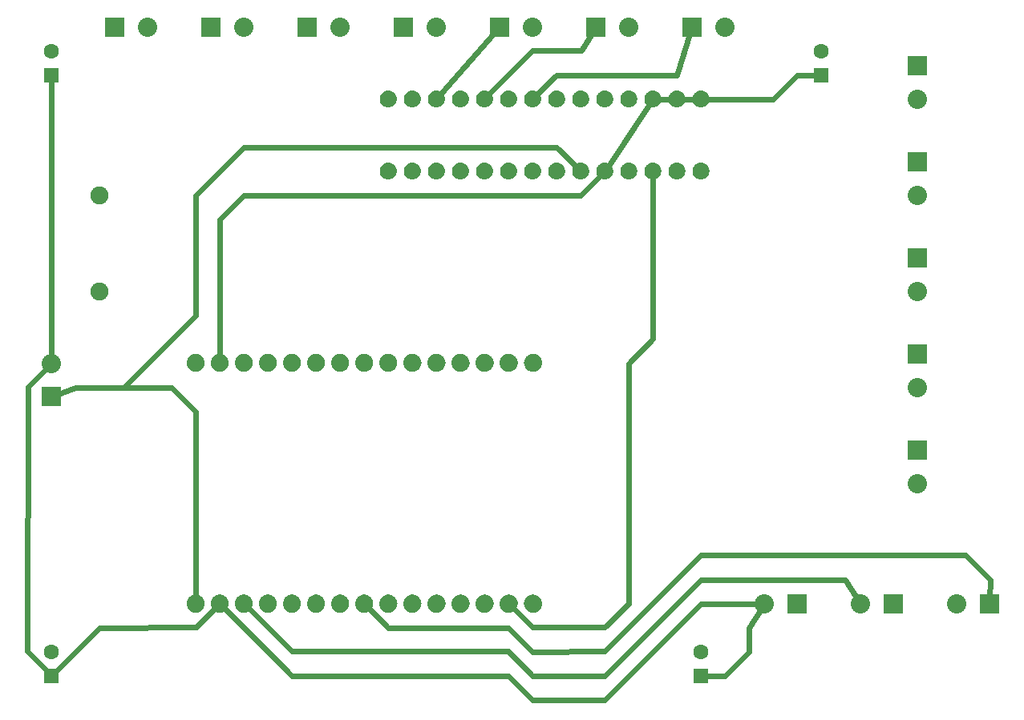
<source format=gbl>
G04 MADE WITH FRITZING*
G04 WWW.FRITZING.ORG*
G04 DOUBLE SIDED*
G04 HOLES PLATED*
G04 CONTOUR ON CENTER OF CONTOUR VECTOR*
%ASAXBY*%
%FSLAX23Y23*%
%MOIN*%
%OFA0B0*%
%SFA1.0B1.0*%
%ADD10C,0.062992*%
%ADD11C,0.070000*%
%ADD12C,0.074106*%
%ADD13C,0.080000*%
%ADD14C,0.075000*%
%ADD15R,0.062992X0.062992*%
%ADD16R,0.080000X0.080000*%
%ADD17C,0.024000*%
%ADD18R,0.001000X0.001000*%
%LNCOPPER0*%
G90*
G70*
G54D10*
X2926Y302D03*
X2926Y401D03*
X3426Y2802D03*
X3426Y2901D03*
X226Y302D03*
X226Y401D03*
X226Y2802D03*
X226Y2901D03*
G54D11*
X1626Y2402D03*
X2826Y2702D03*
X1726Y2402D03*
X2926Y2702D03*
X1826Y2402D03*
X1926Y2402D03*
X2026Y2402D03*
X2126Y2402D03*
X2926Y2402D03*
X2826Y2402D03*
X2726Y2402D03*
X2626Y2402D03*
X2226Y2402D03*
X2426Y2402D03*
X2326Y2402D03*
X2526Y2402D03*
X2426Y2702D03*
X2526Y2702D03*
X2626Y2702D03*
X2726Y2702D03*
X2226Y2702D03*
X2326Y2702D03*
X1826Y2702D03*
X1926Y2702D03*
X2026Y2702D03*
X2126Y2702D03*
X1626Y2702D03*
X1726Y2702D03*
G54D12*
X825Y602D03*
X925Y602D03*
X1025Y602D03*
X1125Y602D03*
X1225Y602D03*
X1325Y602D03*
X1425Y602D03*
X1526Y602D03*
X1626Y602D03*
X1726Y602D03*
X1826Y602D03*
X1926Y602D03*
X2026Y602D03*
X2126Y602D03*
X2227Y602D03*
X825Y1604D03*
X925Y1604D03*
X1025Y1604D03*
X1125Y1604D03*
X1225Y1604D03*
X1325Y1604D03*
X1425Y1604D03*
X1526Y1604D03*
X1626Y1604D03*
X1726Y1604D03*
X1826Y1604D03*
X1926Y1604D03*
X2026Y1604D03*
X2126Y1604D03*
X2227Y1604D03*
G54D13*
X226Y1464D03*
X226Y1602D03*
X3826Y2840D03*
X3826Y2702D03*
X3826Y2440D03*
X3826Y2302D03*
X3826Y2040D03*
X3826Y1902D03*
X3826Y1640D03*
X3826Y1502D03*
X1688Y3002D03*
X1826Y3002D03*
X2088Y3002D03*
X2226Y3002D03*
X3726Y602D03*
X3588Y602D03*
X3326Y602D03*
X3188Y602D03*
X3826Y1240D03*
X3826Y1102D03*
X2488Y3002D03*
X2626Y3002D03*
X2888Y3002D03*
X3026Y3002D03*
X488Y3002D03*
X626Y3002D03*
X888Y3002D03*
X1026Y3002D03*
X1288Y3002D03*
X1426Y3002D03*
X4126Y602D03*
X3988Y602D03*
G54D14*
X426Y2302D03*
X426Y1902D03*
G54D15*
X2926Y302D03*
X3426Y2802D03*
X226Y302D03*
X226Y2802D03*
G54D16*
X226Y1464D03*
X3826Y2840D03*
X3826Y2440D03*
X3826Y2040D03*
X3826Y1640D03*
X1688Y3002D03*
X2088Y3002D03*
X3726Y602D03*
X3326Y602D03*
X3826Y1240D03*
X2488Y3002D03*
X2888Y3002D03*
X488Y3002D03*
X888Y3002D03*
X1288Y3002D03*
X4126Y602D03*
G54D17*
X3226Y2702D02*
X3326Y2802D01*
D02*
X926Y2202D02*
X925Y1621D01*
D02*
X1026Y2302D02*
X926Y2202D01*
D02*
X2426Y2302D02*
X1026Y2302D01*
D02*
X2515Y2392D02*
X2426Y2302D01*
D02*
X2717Y2690D02*
X2534Y2415D01*
D02*
X3326Y2802D02*
X3410Y2802D01*
D02*
X2941Y2702D02*
X3226Y2702D01*
D02*
X125Y404D02*
X127Y1504D01*
D02*
X127Y1504D02*
X211Y1588D01*
D02*
X215Y313D02*
X125Y404D01*
D02*
X426Y501D02*
X237Y313D01*
D02*
X827Y503D02*
X426Y501D01*
D02*
X912Y590D02*
X827Y503D01*
D02*
X226Y1622D02*
X226Y2786D01*
D02*
X2226Y2903D02*
X2036Y2713D01*
D02*
X2427Y2903D02*
X2226Y2903D01*
D02*
X2326Y2802D02*
X2236Y2713D01*
D02*
X2825Y2802D02*
X2326Y2802D01*
D02*
X2625Y1602D02*
X2625Y601D01*
D02*
X2882Y2983D02*
X2825Y2802D01*
D02*
X2477Y2985D02*
X2427Y2903D01*
D02*
X2075Y2987D02*
X1835Y2713D01*
D02*
X4127Y702D02*
X4126Y622D01*
D02*
X4026Y803D02*
X4127Y702D01*
D02*
X2924Y803D02*
X4026Y803D01*
D02*
X2525Y403D02*
X2924Y803D01*
D02*
X2525Y504D02*
X2226Y504D01*
D02*
X2226Y504D02*
X2139Y590D01*
D02*
X2726Y1703D02*
X2625Y1602D01*
D02*
X2726Y2387D02*
X2726Y1703D01*
D02*
X2625Y601D02*
X2525Y504D01*
D02*
X2226Y402D02*
X2525Y403D01*
D02*
X2924Y601D02*
X2525Y201D01*
D02*
X2525Y201D02*
X2226Y201D01*
D02*
X2226Y201D02*
X2125Y302D01*
D02*
X2125Y302D02*
X1224Y302D01*
D02*
X1224Y302D02*
X937Y590D01*
D02*
X3168Y602D02*
X2924Y601D01*
D02*
X2126Y502D02*
X2226Y402D01*
D02*
X1538Y590D02*
X1626Y502D01*
D02*
X1626Y502D02*
X2126Y502D01*
D02*
X3526Y702D02*
X2924Y702D01*
D02*
X2924Y702D02*
X2525Y302D01*
D02*
X2525Y302D02*
X2226Y302D01*
D02*
X2226Y302D02*
X2125Y403D01*
D02*
X2125Y403D02*
X1224Y403D01*
D02*
X1224Y403D02*
X1037Y590D01*
D02*
X3577Y619D02*
X3526Y702D01*
D02*
X826Y1402D02*
X726Y1502D01*
D02*
X726Y1502D02*
X326Y1502D01*
D02*
X326Y1502D02*
X244Y1471D01*
D02*
X825Y620D02*
X826Y1402D01*
D02*
X2415Y2413D02*
X2326Y2502D01*
D02*
X526Y1502D02*
X326Y1502D01*
D02*
X326Y1502D02*
X244Y1471D01*
D02*
X826Y1802D02*
X526Y1502D01*
D02*
X826Y2302D02*
X826Y1802D01*
D02*
X1026Y2502D02*
X826Y2302D01*
D02*
X2326Y2502D02*
X1026Y2502D01*
D02*
X3177Y585D02*
X3126Y502D01*
D02*
X3126Y502D02*
X3126Y402D01*
D02*
X3126Y402D02*
X3026Y301D01*
D02*
X3026Y301D02*
X2941Y302D01*
D02*
X2911Y2702D02*
X2841Y2702D01*
D02*
X2726Y2702D02*
X2811Y2702D01*
G54D18*
X1622Y2737D02*
X1630Y2737D01*
X1722Y2737D02*
X1730Y2737D01*
X1822Y2737D02*
X1830Y2737D01*
X1922Y2737D02*
X1930Y2737D01*
X2022Y2737D02*
X2030Y2737D01*
X2122Y2737D02*
X2130Y2737D01*
X2222Y2737D02*
X2230Y2737D01*
X2322Y2737D02*
X2330Y2737D01*
X2422Y2737D02*
X2430Y2737D01*
X2522Y2737D02*
X2530Y2737D01*
X2622Y2737D02*
X2630Y2737D01*
X2722Y2737D02*
X2730Y2737D01*
X2822Y2737D02*
X2830Y2737D01*
X2922Y2737D02*
X2930Y2737D01*
X1617Y2736D02*
X1634Y2736D01*
X1717Y2736D02*
X1734Y2736D01*
X1817Y2736D02*
X1834Y2736D01*
X1917Y2736D02*
X1934Y2736D01*
X2017Y2736D02*
X2034Y2736D01*
X2117Y2736D02*
X2134Y2736D01*
X2217Y2736D02*
X2234Y2736D01*
X2317Y2736D02*
X2334Y2736D01*
X2417Y2736D02*
X2434Y2736D01*
X2517Y2736D02*
X2534Y2736D01*
X2617Y2736D02*
X2634Y2736D01*
X2717Y2736D02*
X2734Y2736D01*
X2817Y2736D02*
X2834Y2736D01*
X2917Y2736D02*
X2934Y2736D01*
X1614Y2735D02*
X1637Y2735D01*
X1714Y2735D02*
X1737Y2735D01*
X1814Y2735D02*
X1837Y2735D01*
X1914Y2735D02*
X1937Y2735D01*
X2014Y2735D02*
X2037Y2735D01*
X2114Y2735D02*
X2137Y2735D01*
X2214Y2735D02*
X2237Y2735D01*
X2314Y2735D02*
X2337Y2735D01*
X2414Y2735D02*
X2437Y2735D01*
X2514Y2735D02*
X2537Y2735D01*
X2614Y2735D02*
X2637Y2735D01*
X2714Y2735D02*
X2737Y2735D01*
X2814Y2735D02*
X2837Y2735D01*
X2914Y2735D02*
X2937Y2735D01*
X1612Y2734D02*
X1640Y2734D01*
X1712Y2734D02*
X1740Y2734D01*
X1812Y2734D02*
X1840Y2734D01*
X1912Y2734D02*
X1940Y2734D01*
X2012Y2734D02*
X2040Y2734D01*
X2112Y2734D02*
X2140Y2734D01*
X2212Y2734D02*
X2240Y2734D01*
X2312Y2734D02*
X2340Y2734D01*
X2412Y2734D02*
X2440Y2734D01*
X2512Y2734D02*
X2540Y2734D01*
X2612Y2734D02*
X2640Y2734D01*
X2712Y2734D02*
X2740Y2734D01*
X2812Y2734D02*
X2840Y2734D01*
X2912Y2734D02*
X2940Y2734D01*
X1610Y2733D02*
X1642Y2733D01*
X1710Y2733D02*
X1742Y2733D01*
X1810Y2733D02*
X1842Y2733D01*
X1910Y2733D02*
X1942Y2733D01*
X2010Y2733D02*
X2042Y2733D01*
X2110Y2733D02*
X2142Y2733D01*
X2210Y2733D02*
X2242Y2733D01*
X2310Y2733D02*
X2342Y2733D01*
X2410Y2733D02*
X2442Y2733D01*
X2510Y2733D02*
X2542Y2733D01*
X2610Y2733D02*
X2642Y2733D01*
X2710Y2733D02*
X2742Y2733D01*
X2810Y2733D02*
X2842Y2733D01*
X2910Y2733D02*
X2942Y2733D01*
X1608Y2732D02*
X1644Y2732D01*
X1708Y2732D02*
X1744Y2732D01*
X1808Y2732D02*
X1844Y2732D01*
X1908Y2732D02*
X1944Y2732D01*
X2008Y2732D02*
X2044Y2732D01*
X2108Y2732D02*
X2144Y2732D01*
X2208Y2732D02*
X2244Y2732D01*
X2308Y2732D02*
X2344Y2732D01*
X2408Y2732D02*
X2443Y2732D01*
X2508Y2732D02*
X2543Y2732D01*
X2608Y2732D02*
X2643Y2732D01*
X2708Y2732D02*
X2743Y2732D01*
X2808Y2732D02*
X2843Y2732D01*
X2908Y2732D02*
X2943Y2732D01*
X1606Y2731D02*
X1645Y2731D01*
X1706Y2731D02*
X1745Y2731D01*
X1806Y2731D02*
X1845Y2731D01*
X1906Y2731D02*
X1945Y2731D01*
X2006Y2731D02*
X2045Y2731D01*
X2106Y2731D02*
X2145Y2731D01*
X2206Y2731D02*
X2245Y2731D01*
X2306Y2731D02*
X2345Y2731D01*
X2406Y2731D02*
X2445Y2731D01*
X2506Y2731D02*
X2545Y2731D01*
X2606Y2731D02*
X2645Y2731D01*
X2706Y2731D02*
X2745Y2731D01*
X2806Y2731D02*
X2845Y2731D01*
X2906Y2731D02*
X2945Y2731D01*
X1605Y2730D02*
X1647Y2730D01*
X1705Y2730D02*
X1747Y2730D01*
X1805Y2730D02*
X1847Y2730D01*
X1905Y2730D02*
X1947Y2730D01*
X2005Y2730D02*
X2047Y2730D01*
X2105Y2730D02*
X2147Y2730D01*
X2205Y2730D02*
X2247Y2730D01*
X2305Y2730D02*
X2347Y2730D01*
X2405Y2730D02*
X2447Y2730D01*
X2505Y2730D02*
X2547Y2730D01*
X2605Y2730D02*
X2646Y2730D01*
X2705Y2730D02*
X2746Y2730D01*
X2805Y2730D02*
X2846Y2730D01*
X2905Y2730D02*
X2946Y2730D01*
X1604Y2729D02*
X1648Y2729D01*
X1704Y2729D02*
X1748Y2729D01*
X1804Y2729D02*
X1848Y2729D01*
X1904Y2729D02*
X1948Y2729D01*
X2004Y2729D02*
X2048Y2729D01*
X2104Y2729D02*
X2148Y2729D01*
X2204Y2729D02*
X2248Y2729D01*
X2304Y2729D02*
X2348Y2729D01*
X2404Y2729D02*
X2448Y2729D01*
X2504Y2729D02*
X2548Y2729D01*
X2604Y2729D02*
X2648Y2729D01*
X2704Y2729D02*
X2748Y2729D01*
X2804Y2729D02*
X2848Y2729D01*
X2904Y2729D02*
X2948Y2729D01*
X1603Y2728D02*
X1649Y2728D01*
X1703Y2728D02*
X1749Y2728D01*
X1803Y2728D02*
X1849Y2728D01*
X1903Y2728D02*
X1949Y2728D01*
X2003Y2728D02*
X2049Y2728D01*
X2103Y2728D02*
X2149Y2728D01*
X2203Y2728D02*
X2249Y2728D01*
X2302Y2728D02*
X2349Y2728D01*
X2402Y2728D02*
X2449Y2728D01*
X2502Y2728D02*
X2549Y2728D01*
X2602Y2728D02*
X2649Y2728D01*
X2702Y2728D02*
X2749Y2728D01*
X2802Y2728D02*
X2849Y2728D01*
X2902Y2728D02*
X2949Y2728D01*
X1602Y2727D02*
X1650Y2727D01*
X1702Y2727D02*
X1750Y2727D01*
X1801Y2727D02*
X1850Y2727D01*
X1901Y2727D02*
X1950Y2727D01*
X2001Y2727D02*
X2050Y2727D01*
X2101Y2727D02*
X2150Y2727D01*
X2201Y2727D02*
X2250Y2727D01*
X2301Y2727D02*
X2350Y2727D01*
X2401Y2727D02*
X2450Y2727D01*
X2501Y2727D02*
X2550Y2727D01*
X2601Y2727D02*
X2650Y2727D01*
X2701Y2727D02*
X2750Y2727D01*
X2801Y2727D02*
X2850Y2727D01*
X2901Y2727D02*
X2950Y2727D01*
X1601Y2726D02*
X1651Y2726D01*
X1701Y2726D02*
X1751Y2726D01*
X1801Y2726D02*
X1851Y2726D01*
X1901Y2726D02*
X1951Y2726D01*
X2001Y2726D02*
X2051Y2726D01*
X2101Y2726D02*
X2151Y2726D01*
X2201Y2726D02*
X2251Y2726D01*
X2301Y2726D02*
X2351Y2726D01*
X2400Y2726D02*
X2451Y2726D01*
X2500Y2726D02*
X2551Y2726D01*
X2600Y2726D02*
X2651Y2726D01*
X2700Y2726D02*
X2751Y2726D01*
X2800Y2726D02*
X2851Y2726D01*
X2900Y2726D02*
X2951Y2726D01*
X1600Y2725D02*
X1652Y2725D01*
X1700Y2725D02*
X1752Y2725D01*
X1800Y2725D02*
X1852Y2725D01*
X1900Y2725D02*
X1952Y2725D01*
X2000Y2725D02*
X2052Y2725D01*
X2100Y2725D02*
X2152Y2725D01*
X2200Y2725D02*
X2252Y2725D01*
X2300Y2725D02*
X2352Y2725D01*
X2400Y2725D02*
X2452Y2725D01*
X2500Y2725D02*
X2552Y2725D01*
X2600Y2725D02*
X2652Y2725D01*
X2700Y2725D02*
X2752Y2725D01*
X2800Y2725D02*
X2852Y2725D01*
X2900Y2725D02*
X2952Y2725D01*
X1599Y2724D02*
X1653Y2724D01*
X1699Y2724D02*
X1753Y2724D01*
X1799Y2724D02*
X1853Y2724D01*
X1899Y2724D02*
X1953Y2724D01*
X1999Y2724D02*
X2053Y2724D01*
X2099Y2724D02*
X2153Y2724D01*
X2199Y2724D02*
X2253Y2724D01*
X2299Y2724D02*
X2353Y2724D01*
X2399Y2724D02*
X2453Y2724D01*
X2499Y2724D02*
X2553Y2724D01*
X2599Y2724D02*
X2653Y2724D01*
X2699Y2724D02*
X2753Y2724D01*
X2799Y2724D02*
X2853Y2724D01*
X2899Y2724D02*
X2953Y2724D01*
X1598Y2723D02*
X1653Y2723D01*
X1698Y2723D02*
X1753Y2723D01*
X1798Y2723D02*
X1853Y2723D01*
X1898Y2723D02*
X1953Y2723D01*
X1998Y2723D02*
X2053Y2723D01*
X2098Y2723D02*
X2153Y2723D01*
X2198Y2723D02*
X2253Y2723D01*
X2298Y2723D02*
X2353Y2723D01*
X2398Y2723D02*
X2453Y2723D01*
X2498Y2723D02*
X2553Y2723D01*
X2598Y2723D02*
X2653Y2723D01*
X2698Y2723D02*
X2753Y2723D01*
X2798Y2723D02*
X2853Y2723D01*
X2898Y2723D02*
X2953Y2723D01*
X1598Y2722D02*
X1654Y2722D01*
X1698Y2722D02*
X1754Y2722D01*
X1797Y2722D02*
X1854Y2722D01*
X1897Y2722D02*
X1954Y2722D01*
X1997Y2722D02*
X2054Y2722D01*
X2097Y2722D02*
X2154Y2722D01*
X2197Y2722D02*
X2254Y2722D01*
X2297Y2722D02*
X2354Y2722D01*
X2397Y2722D02*
X2454Y2722D01*
X2497Y2722D02*
X2554Y2722D01*
X2597Y2722D02*
X2654Y2722D01*
X2697Y2722D02*
X2754Y2722D01*
X2797Y2722D02*
X2854Y2722D01*
X2897Y2722D02*
X2954Y2722D01*
X1597Y2721D02*
X1655Y2721D01*
X1697Y2721D02*
X1755Y2721D01*
X1797Y2721D02*
X1855Y2721D01*
X1897Y2721D02*
X1955Y2721D01*
X1997Y2721D02*
X2055Y2721D01*
X2097Y2721D02*
X2155Y2721D01*
X2197Y2721D02*
X2255Y2721D01*
X2297Y2721D02*
X2355Y2721D01*
X2397Y2721D02*
X2455Y2721D01*
X2497Y2721D02*
X2555Y2721D01*
X2597Y2721D02*
X2655Y2721D01*
X2697Y2721D02*
X2755Y2721D01*
X2797Y2721D02*
X2855Y2721D01*
X2897Y2721D02*
X2955Y2721D01*
X1596Y2720D02*
X1655Y2720D01*
X1696Y2720D02*
X1755Y2720D01*
X1796Y2720D02*
X1855Y2720D01*
X1896Y2720D02*
X1955Y2720D01*
X1996Y2720D02*
X2055Y2720D01*
X2096Y2720D02*
X2155Y2720D01*
X2196Y2720D02*
X2255Y2720D01*
X2296Y2720D02*
X2355Y2720D01*
X2396Y2720D02*
X2455Y2720D01*
X2496Y2720D02*
X2555Y2720D01*
X2596Y2720D02*
X2655Y2720D01*
X2696Y2720D02*
X2755Y2720D01*
X2796Y2720D02*
X2855Y2720D01*
X2896Y2720D02*
X2955Y2720D01*
X1596Y2719D02*
X1656Y2719D01*
X1696Y2719D02*
X1756Y2719D01*
X1796Y2719D02*
X1856Y2719D01*
X1896Y2719D02*
X1956Y2719D01*
X1996Y2719D02*
X2056Y2719D01*
X2096Y2719D02*
X2156Y2719D01*
X2196Y2719D02*
X2256Y2719D01*
X2296Y2719D02*
X2356Y2719D01*
X2396Y2719D02*
X2456Y2719D01*
X2496Y2719D02*
X2556Y2719D01*
X2596Y2719D02*
X2656Y2719D01*
X2696Y2719D02*
X2756Y2719D01*
X2796Y2719D02*
X2856Y2719D01*
X2896Y2719D02*
X2956Y2719D01*
X1595Y2718D02*
X1656Y2718D01*
X1695Y2718D02*
X1756Y2718D01*
X1795Y2718D02*
X1856Y2718D01*
X1895Y2718D02*
X1956Y2718D01*
X1995Y2718D02*
X2056Y2718D01*
X2095Y2718D02*
X2156Y2718D01*
X2195Y2718D02*
X2256Y2718D01*
X2295Y2718D02*
X2356Y2718D01*
X2395Y2718D02*
X2456Y2718D01*
X2495Y2718D02*
X2556Y2718D01*
X2595Y2718D02*
X2656Y2718D01*
X2695Y2718D02*
X2756Y2718D01*
X2795Y2718D02*
X2856Y2718D01*
X2895Y2718D02*
X2956Y2718D01*
X1595Y2717D02*
X1622Y2717D01*
X1630Y2717D02*
X1657Y2717D01*
X1695Y2717D02*
X1722Y2717D01*
X1730Y2717D02*
X1757Y2717D01*
X1795Y2717D02*
X1822Y2717D01*
X1830Y2717D02*
X1857Y2717D01*
X1895Y2717D02*
X1922Y2717D01*
X1930Y2717D02*
X1957Y2717D01*
X1995Y2717D02*
X2022Y2717D01*
X2030Y2717D02*
X2057Y2717D01*
X2095Y2717D02*
X2122Y2717D01*
X2130Y2717D02*
X2157Y2717D01*
X2195Y2717D02*
X2222Y2717D01*
X2230Y2717D02*
X2257Y2717D01*
X2295Y2717D02*
X2322Y2717D01*
X2330Y2717D02*
X2357Y2717D01*
X2395Y2717D02*
X2422Y2717D01*
X2430Y2717D02*
X2457Y2717D01*
X2495Y2717D02*
X2522Y2717D01*
X2530Y2717D02*
X2557Y2717D01*
X2595Y2717D02*
X2622Y2717D01*
X2630Y2717D02*
X2657Y2717D01*
X2695Y2717D02*
X2722Y2717D01*
X2730Y2717D02*
X2757Y2717D01*
X2795Y2717D02*
X2822Y2717D01*
X2830Y2717D02*
X2857Y2717D01*
X2895Y2717D02*
X2921Y2717D01*
X2930Y2717D02*
X2957Y2717D01*
X1594Y2716D02*
X1619Y2716D01*
X1633Y2716D02*
X1657Y2716D01*
X1694Y2716D02*
X1719Y2716D01*
X1733Y2716D02*
X1757Y2716D01*
X1794Y2716D02*
X1819Y2716D01*
X1833Y2716D02*
X1857Y2716D01*
X1894Y2716D02*
X1919Y2716D01*
X1933Y2716D02*
X1957Y2716D01*
X1994Y2716D02*
X2019Y2716D01*
X2033Y2716D02*
X2057Y2716D01*
X2094Y2716D02*
X2119Y2716D01*
X2133Y2716D02*
X2157Y2716D01*
X2194Y2716D02*
X2219Y2716D01*
X2233Y2716D02*
X2257Y2716D01*
X2294Y2716D02*
X2319Y2716D01*
X2333Y2716D02*
X2357Y2716D01*
X2394Y2716D02*
X2419Y2716D01*
X2433Y2716D02*
X2457Y2716D01*
X2494Y2716D02*
X2519Y2716D01*
X2533Y2716D02*
X2557Y2716D01*
X2594Y2716D02*
X2619Y2716D01*
X2633Y2716D02*
X2657Y2716D01*
X2694Y2716D02*
X2719Y2716D01*
X2733Y2716D02*
X2757Y2716D01*
X2794Y2716D02*
X2819Y2716D01*
X2833Y2716D02*
X2857Y2716D01*
X2894Y2716D02*
X2919Y2716D01*
X2933Y2716D02*
X2957Y2716D01*
X1594Y2715D02*
X1617Y2715D01*
X1635Y2715D02*
X1658Y2715D01*
X1694Y2715D02*
X1717Y2715D01*
X1735Y2715D02*
X1758Y2715D01*
X1794Y2715D02*
X1817Y2715D01*
X1835Y2715D02*
X1858Y2715D01*
X1894Y2715D02*
X1917Y2715D01*
X1935Y2715D02*
X1958Y2715D01*
X1994Y2715D02*
X2017Y2715D01*
X2034Y2715D02*
X2058Y2715D01*
X2094Y2715D02*
X2117Y2715D01*
X2134Y2715D02*
X2158Y2715D01*
X2194Y2715D02*
X2217Y2715D01*
X2234Y2715D02*
X2258Y2715D01*
X2294Y2715D02*
X2317Y2715D01*
X2334Y2715D02*
X2358Y2715D01*
X2394Y2715D02*
X2417Y2715D01*
X2434Y2715D02*
X2458Y2715D01*
X2494Y2715D02*
X2517Y2715D01*
X2534Y2715D02*
X2558Y2715D01*
X2594Y2715D02*
X2617Y2715D01*
X2634Y2715D02*
X2658Y2715D01*
X2694Y2715D02*
X2717Y2715D01*
X2734Y2715D02*
X2758Y2715D01*
X2794Y2715D02*
X2817Y2715D01*
X2834Y2715D02*
X2858Y2715D01*
X2894Y2715D02*
X2917Y2715D01*
X2934Y2715D02*
X2958Y2715D01*
X1594Y2714D02*
X1616Y2714D01*
X1636Y2714D02*
X1658Y2714D01*
X1694Y2714D02*
X1716Y2714D01*
X1736Y2714D02*
X1758Y2714D01*
X1794Y2714D02*
X1816Y2714D01*
X1836Y2714D02*
X1858Y2714D01*
X1894Y2714D02*
X1916Y2714D01*
X1936Y2714D02*
X1958Y2714D01*
X1994Y2714D02*
X2016Y2714D01*
X2036Y2714D02*
X2058Y2714D01*
X2093Y2714D02*
X2116Y2714D01*
X2136Y2714D02*
X2158Y2714D01*
X2193Y2714D02*
X2216Y2714D01*
X2236Y2714D02*
X2258Y2714D01*
X2293Y2714D02*
X2316Y2714D01*
X2336Y2714D02*
X2358Y2714D01*
X2393Y2714D02*
X2416Y2714D01*
X2436Y2714D02*
X2458Y2714D01*
X2493Y2714D02*
X2516Y2714D01*
X2536Y2714D02*
X2558Y2714D01*
X2593Y2714D02*
X2616Y2714D01*
X2636Y2714D02*
X2658Y2714D01*
X2693Y2714D02*
X2716Y2714D01*
X2736Y2714D02*
X2758Y2714D01*
X2793Y2714D02*
X2816Y2714D01*
X2836Y2714D02*
X2858Y2714D01*
X2893Y2714D02*
X2916Y2714D01*
X2936Y2714D02*
X2958Y2714D01*
X1593Y2713D02*
X1615Y2713D01*
X1637Y2713D02*
X1659Y2713D01*
X1693Y2713D02*
X1715Y2713D01*
X1737Y2713D02*
X1758Y2713D01*
X1793Y2713D02*
X1815Y2713D01*
X1837Y2713D02*
X1858Y2713D01*
X1893Y2713D02*
X1915Y2713D01*
X1937Y2713D02*
X1958Y2713D01*
X1993Y2713D02*
X2015Y2713D01*
X2037Y2713D02*
X2058Y2713D01*
X2093Y2713D02*
X2115Y2713D01*
X2137Y2713D02*
X2158Y2713D01*
X2193Y2713D02*
X2215Y2713D01*
X2237Y2713D02*
X2258Y2713D01*
X2293Y2713D02*
X2315Y2713D01*
X2337Y2713D02*
X2358Y2713D01*
X2393Y2713D02*
X2415Y2713D01*
X2437Y2713D02*
X2458Y2713D01*
X2493Y2713D02*
X2515Y2713D01*
X2537Y2713D02*
X2558Y2713D01*
X2593Y2713D02*
X2615Y2713D01*
X2637Y2713D02*
X2658Y2713D01*
X2693Y2713D02*
X2715Y2713D01*
X2737Y2713D02*
X2758Y2713D01*
X2793Y2713D02*
X2815Y2713D01*
X2837Y2713D02*
X2858Y2713D01*
X2893Y2713D02*
X2915Y2713D01*
X2937Y2713D02*
X2958Y2713D01*
X1593Y2712D02*
X1614Y2712D01*
X1638Y2712D02*
X1659Y2712D01*
X1693Y2712D02*
X1714Y2712D01*
X1738Y2712D02*
X1759Y2712D01*
X1793Y2712D02*
X1814Y2712D01*
X1838Y2712D02*
X1859Y2712D01*
X1893Y2712D02*
X1914Y2712D01*
X1938Y2712D02*
X1959Y2712D01*
X1993Y2712D02*
X2014Y2712D01*
X2038Y2712D02*
X2059Y2712D01*
X2093Y2712D02*
X2114Y2712D01*
X2138Y2712D02*
X2159Y2712D01*
X2193Y2712D02*
X2214Y2712D01*
X2238Y2712D02*
X2259Y2712D01*
X2293Y2712D02*
X2314Y2712D01*
X2338Y2712D02*
X2359Y2712D01*
X2393Y2712D02*
X2414Y2712D01*
X2438Y2712D02*
X2459Y2712D01*
X2493Y2712D02*
X2514Y2712D01*
X2538Y2712D02*
X2559Y2712D01*
X2593Y2712D02*
X2614Y2712D01*
X2638Y2712D02*
X2659Y2712D01*
X2693Y2712D02*
X2714Y2712D01*
X2738Y2712D02*
X2759Y2712D01*
X2793Y2712D02*
X2814Y2712D01*
X2838Y2712D02*
X2859Y2712D01*
X2893Y2712D02*
X2914Y2712D01*
X2938Y2712D02*
X2959Y2712D01*
X1593Y2711D02*
X1613Y2711D01*
X1639Y2711D02*
X1659Y2711D01*
X1693Y2711D02*
X1713Y2711D01*
X1739Y2711D02*
X1759Y2711D01*
X1793Y2711D02*
X1813Y2711D01*
X1839Y2711D02*
X1859Y2711D01*
X1893Y2711D02*
X1913Y2711D01*
X1939Y2711D02*
X1959Y2711D01*
X1993Y2711D02*
X2013Y2711D01*
X2039Y2711D02*
X2059Y2711D01*
X2093Y2711D02*
X2113Y2711D01*
X2139Y2711D02*
X2159Y2711D01*
X2193Y2711D02*
X2213Y2711D01*
X2239Y2711D02*
X2259Y2711D01*
X2293Y2711D02*
X2313Y2711D01*
X2339Y2711D02*
X2359Y2711D01*
X2392Y2711D02*
X2413Y2711D01*
X2439Y2711D02*
X2459Y2711D01*
X2492Y2711D02*
X2513Y2711D01*
X2539Y2711D02*
X2559Y2711D01*
X2592Y2711D02*
X2613Y2711D01*
X2638Y2711D02*
X2659Y2711D01*
X2692Y2711D02*
X2713Y2711D01*
X2738Y2711D02*
X2759Y2711D01*
X2792Y2711D02*
X2813Y2711D01*
X2838Y2711D02*
X2859Y2711D01*
X2892Y2711D02*
X2913Y2711D01*
X2938Y2711D02*
X2959Y2711D01*
X1592Y2710D02*
X1612Y2710D01*
X1639Y2710D02*
X1659Y2710D01*
X1692Y2710D02*
X1712Y2710D01*
X1739Y2710D02*
X1759Y2710D01*
X1792Y2710D02*
X1812Y2710D01*
X1839Y2710D02*
X1859Y2710D01*
X1892Y2710D02*
X1912Y2710D01*
X1939Y2710D02*
X1959Y2710D01*
X1992Y2710D02*
X2012Y2710D01*
X2039Y2710D02*
X2059Y2710D01*
X2092Y2710D02*
X2112Y2710D01*
X2139Y2710D02*
X2159Y2710D01*
X2192Y2710D02*
X2212Y2710D01*
X2239Y2710D02*
X2259Y2710D01*
X2292Y2710D02*
X2312Y2710D01*
X2339Y2710D02*
X2359Y2710D01*
X2392Y2710D02*
X2412Y2710D01*
X2439Y2710D02*
X2459Y2710D01*
X2492Y2710D02*
X2512Y2710D01*
X2539Y2710D02*
X2559Y2710D01*
X2592Y2710D02*
X2612Y2710D01*
X2639Y2710D02*
X2659Y2710D01*
X2692Y2710D02*
X2712Y2710D01*
X2739Y2710D02*
X2759Y2710D01*
X2792Y2710D02*
X2812Y2710D01*
X2839Y2710D02*
X2859Y2710D01*
X2892Y2710D02*
X2912Y2710D01*
X2939Y2710D02*
X2959Y2710D01*
X1592Y2709D02*
X1612Y2709D01*
X1640Y2709D02*
X1660Y2709D01*
X1692Y2709D02*
X1712Y2709D01*
X1740Y2709D02*
X1760Y2709D01*
X1792Y2709D02*
X1812Y2709D01*
X1840Y2709D02*
X1860Y2709D01*
X1892Y2709D02*
X1912Y2709D01*
X1940Y2709D02*
X1960Y2709D01*
X1992Y2709D02*
X2012Y2709D01*
X2040Y2709D02*
X2060Y2709D01*
X2092Y2709D02*
X2112Y2709D01*
X2140Y2709D02*
X2160Y2709D01*
X2192Y2709D02*
X2212Y2709D01*
X2240Y2709D02*
X2260Y2709D01*
X2292Y2709D02*
X2312Y2709D01*
X2340Y2709D02*
X2359Y2709D01*
X2392Y2709D02*
X2412Y2709D01*
X2440Y2709D02*
X2459Y2709D01*
X2492Y2709D02*
X2512Y2709D01*
X2540Y2709D02*
X2559Y2709D01*
X2592Y2709D02*
X2612Y2709D01*
X2640Y2709D02*
X2659Y2709D01*
X2692Y2709D02*
X2712Y2709D01*
X2740Y2709D02*
X2759Y2709D01*
X2792Y2709D02*
X2812Y2709D01*
X2840Y2709D02*
X2859Y2709D01*
X2892Y2709D02*
X2912Y2709D01*
X2940Y2709D02*
X2959Y2709D01*
X1592Y2708D02*
X1611Y2708D01*
X1640Y2708D02*
X1660Y2708D01*
X1692Y2708D02*
X1711Y2708D01*
X1740Y2708D02*
X1760Y2708D01*
X1792Y2708D02*
X1811Y2708D01*
X1840Y2708D02*
X1860Y2708D01*
X1892Y2708D02*
X1911Y2708D01*
X1940Y2708D02*
X1960Y2708D01*
X1992Y2708D02*
X2011Y2708D01*
X2040Y2708D02*
X2060Y2708D01*
X2092Y2708D02*
X2111Y2708D01*
X2140Y2708D02*
X2160Y2708D01*
X2192Y2708D02*
X2211Y2708D01*
X2240Y2708D02*
X2260Y2708D01*
X2292Y2708D02*
X2311Y2708D01*
X2340Y2708D02*
X2360Y2708D01*
X2392Y2708D02*
X2411Y2708D01*
X2440Y2708D02*
X2460Y2708D01*
X2492Y2708D02*
X2511Y2708D01*
X2540Y2708D02*
X2560Y2708D01*
X2592Y2708D02*
X2611Y2708D01*
X2640Y2708D02*
X2660Y2708D01*
X2692Y2708D02*
X2711Y2708D01*
X2740Y2708D02*
X2760Y2708D01*
X2792Y2708D02*
X2811Y2708D01*
X2840Y2708D02*
X2860Y2708D01*
X2892Y2708D02*
X2911Y2708D01*
X2940Y2708D02*
X2960Y2708D01*
X1592Y2707D02*
X1611Y2707D01*
X1641Y2707D02*
X1660Y2707D01*
X1692Y2707D02*
X1711Y2707D01*
X1741Y2707D02*
X1760Y2707D01*
X1792Y2707D02*
X1811Y2707D01*
X1841Y2707D02*
X1860Y2707D01*
X1892Y2707D02*
X1911Y2707D01*
X1941Y2707D02*
X1960Y2707D01*
X1992Y2707D02*
X2011Y2707D01*
X2041Y2707D02*
X2060Y2707D01*
X2092Y2707D02*
X2111Y2707D01*
X2141Y2707D02*
X2160Y2707D01*
X2192Y2707D02*
X2211Y2707D01*
X2241Y2707D02*
X2260Y2707D01*
X2292Y2707D02*
X2311Y2707D01*
X2341Y2707D02*
X2360Y2707D01*
X2392Y2707D02*
X2411Y2707D01*
X2441Y2707D02*
X2460Y2707D01*
X2492Y2707D02*
X2511Y2707D01*
X2541Y2707D02*
X2560Y2707D01*
X2592Y2707D02*
X2611Y2707D01*
X2641Y2707D02*
X2660Y2707D01*
X2692Y2707D02*
X2711Y2707D01*
X2741Y2707D02*
X2760Y2707D01*
X2792Y2707D02*
X2811Y2707D01*
X2841Y2707D02*
X2860Y2707D01*
X2892Y2707D02*
X2911Y2707D01*
X2941Y2707D02*
X2960Y2707D01*
X1592Y2706D02*
X1611Y2706D01*
X1641Y2706D02*
X1660Y2706D01*
X1692Y2706D02*
X1711Y2706D01*
X1741Y2706D02*
X1760Y2706D01*
X1792Y2706D02*
X1811Y2706D01*
X1841Y2706D02*
X1860Y2706D01*
X1892Y2706D02*
X1911Y2706D01*
X1941Y2706D02*
X1960Y2706D01*
X1992Y2706D02*
X2011Y2706D01*
X2041Y2706D02*
X2060Y2706D01*
X2092Y2706D02*
X2111Y2706D01*
X2141Y2706D02*
X2160Y2706D01*
X2192Y2706D02*
X2211Y2706D01*
X2241Y2706D02*
X2260Y2706D01*
X2291Y2706D02*
X2311Y2706D01*
X2341Y2706D02*
X2360Y2706D01*
X2391Y2706D02*
X2411Y2706D01*
X2441Y2706D02*
X2460Y2706D01*
X2491Y2706D02*
X2511Y2706D01*
X2541Y2706D02*
X2560Y2706D01*
X2591Y2706D02*
X2611Y2706D01*
X2641Y2706D02*
X2660Y2706D01*
X2691Y2706D02*
X2711Y2706D01*
X2741Y2706D02*
X2760Y2706D01*
X2791Y2706D02*
X2811Y2706D01*
X2841Y2706D02*
X2860Y2706D01*
X2891Y2706D02*
X2910Y2706D01*
X2941Y2706D02*
X2960Y2706D01*
X1592Y2705D02*
X1611Y2705D01*
X1641Y2705D02*
X1660Y2705D01*
X1691Y2705D02*
X1711Y2705D01*
X1741Y2705D02*
X1760Y2705D01*
X1791Y2705D02*
X1811Y2705D01*
X1841Y2705D02*
X1860Y2705D01*
X1891Y2705D02*
X1911Y2705D01*
X1941Y2705D02*
X1960Y2705D01*
X1991Y2705D02*
X2010Y2705D01*
X2041Y2705D02*
X2060Y2705D01*
X2091Y2705D02*
X2110Y2705D01*
X2141Y2705D02*
X2160Y2705D01*
X2191Y2705D02*
X2210Y2705D01*
X2241Y2705D02*
X2260Y2705D01*
X2291Y2705D02*
X2310Y2705D01*
X2341Y2705D02*
X2360Y2705D01*
X2391Y2705D02*
X2410Y2705D01*
X2441Y2705D02*
X2460Y2705D01*
X2491Y2705D02*
X2510Y2705D01*
X2541Y2705D02*
X2560Y2705D01*
X2591Y2705D02*
X2610Y2705D01*
X2641Y2705D02*
X2660Y2705D01*
X2691Y2705D02*
X2710Y2705D01*
X2741Y2705D02*
X2760Y2705D01*
X2791Y2705D02*
X2810Y2705D01*
X2841Y2705D02*
X2860Y2705D01*
X2891Y2705D02*
X2910Y2705D01*
X2941Y2705D02*
X2960Y2705D01*
X1591Y2704D02*
X1610Y2704D01*
X1641Y2704D02*
X1660Y2704D01*
X1691Y2704D02*
X1710Y2704D01*
X1741Y2704D02*
X1760Y2704D01*
X1791Y2704D02*
X1810Y2704D01*
X1841Y2704D02*
X1860Y2704D01*
X1891Y2704D02*
X1910Y2704D01*
X1941Y2704D02*
X1960Y2704D01*
X1991Y2704D02*
X2010Y2704D01*
X2041Y2704D02*
X2060Y2704D01*
X2091Y2704D02*
X2110Y2704D01*
X2141Y2704D02*
X2160Y2704D01*
X2191Y2704D02*
X2210Y2704D01*
X2241Y2704D02*
X2260Y2704D01*
X2291Y2704D02*
X2310Y2704D01*
X2341Y2704D02*
X2360Y2704D01*
X2391Y2704D02*
X2410Y2704D01*
X2441Y2704D02*
X2460Y2704D01*
X2491Y2704D02*
X2510Y2704D01*
X2541Y2704D02*
X2560Y2704D01*
X2591Y2704D02*
X2610Y2704D01*
X2641Y2704D02*
X2660Y2704D01*
X2691Y2704D02*
X2710Y2704D01*
X2741Y2704D02*
X2760Y2704D01*
X2791Y2704D02*
X2810Y2704D01*
X2841Y2704D02*
X2860Y2704D01*
X2891Y2704D02*
X2910Y2704D01*
X2941Y2704D02*
X2960Y2704D01*
X1591Y2703D02*
X1610Y2703D01*
X1641Y2703D02*
X1660Y2703D01*
X1691Y2703D02*
X1710Y2703D01*
X1741Y2703D02*
X1760Y2703D01*
X1791Y2703D02*
X1810Y2703D01*
X1841Y2703D02*
X1860Y2703D01*
X1891Y2703D02*
X1910Y2703D01*
X1941Y2703D02*
X1960Y2703D01*
X1991Y2703D02*
X2010Y2703D01*
X2041Y2703D02*
X2060Y2703D01*
X2091Y2703D02*
X2110Y2703D01*
X2141Y2703D02*
X2160Y2703D01*
X2191Y2703D02*
X2210Y2703D01*
X2241Y2703D02*
X2260Y2703D01*
X2291Y2703D02*
X2310Y2703D01*
X2341Y2703D02*
X2360Y2703D01*
X2391Y2703D02*
X2410Y2703D01*
X2441Y2703D02*
X2460Y2703D01*
X2491Y2703D02*
X2510Y2703D01*
X2541Y2703D02*
X2560Y2703D01*
X2591Y2703D02*
X2610Y2703D01*
X2641Y2703D02*
X2660Y2703D01*
X2691Y2703D02*
X2710Y2703D01*
X2741Y2703D02*
X2760Y2703D01*
X2791Y2703D02*
X2810Y2703D01*
X2841Y2703D02*
X2860Y2703D01*
X2891Y2703D02*
X2910Y2703D01*
X2941Y2703D02*
X2960Y2703D01*
X1591Y2702D02*
X1610Y2702D01*
X1641Y2702D02*
X1660Y2702D01*
X1691Y2702D02*
X1710Y2702D01*
X1741Y2702D02*
X1760Y2702D01*
X1791Y2702D02*
X1810Y2702D01*
X1841Y2702D02*
X1860Y2702D01*
X1891Y2702D02*
X1910Y2702D01*
X1941Y2702D02*
X1960Y2702D01*
X1991Y2702D02*
X2010Y2702D01*
X2041Y2702D02*
X2060Y2702D01*
X2091Y2702D02*
X2110Y2702D01*
X2141Y2702D02*
X2160Y2702D01*
X2191Y2702D02*
X2210Y2702D01*
X2241Y2702D02*
X2260Y2702D01*
X2291Y2702D02*
X2310Y2702D01*
X2341Y2702D02*
X2360Y2702D01*
X2391Y2702D02*
X2410Y2702D01*
X2441Y2702D02*
X2460Y2702D01*
X2491Y2702D02*
X2510Y2702D01*
X2541Y2702D02*
X2560Y2702D01*
X2591Y2702D02*
X2610Y2702D01*
X2641Y2702D02*
X2660Y2702D01*
X2691Y2702D02*
X2710Y2702D01*
X2741Y2702D02*
X2760Y2702D01*
X2791Y2702D02*
X2810Y2702D01*
X2841Y2702D02*
X2860Y2702D01*
X2891Y2702D02*
X2910Y2702D01*
X2941Y2702D02*
X2960Y2702D01*
X1591Y2701D02*
X1610Y2701D01*
X1641Y2701D02*
X1660Y2701D01*
X1691Y2701D02*
X1710Y2701D01*
X1741Y2701D02*
X1760Y2701D01*
X1791Y2701D02*
X1810Y2701D01*
X1841Y2701D02*
X1860Y2701D01*
X1891Y2701D02*
X1910Y2701D01*
X1941Y2701D02*
X1960Y2701D01*
X1991Y2701D02*
X2010Y2701D01*
X2041Y2701D02*
X2060Y2701D01*
X2091Y2701D02*
X2110Y2701D01*
X2141Y2701D02*
X2160Y2701D01*
X2191Y2701D02*
X2210Y2701D01*
X2241Y2701D02*
X2260Y2701D01*
X2291Y2701D02*
X2310Y2701D01*
X2341Y2701D02*
X2360Y2701D01*
X2391Y2701D02*
X2410Y2701D01*
X2441Y2701D02*
X2460Y2701D01*
X2491Y2701D02*
X2510Y2701D01*
X2541Y2701D02*
X2560Y2701D01*
X2591Y2701D02*
X2610Y2701D01*
X2641Y2701D02*
X2660Y2701D01*
X2691Y2701D02*
X2710Y2701D01*
X2741Y2701D02*
X2760Y2701D01*
X2791Y2701D02*
X2810Y2701D01*
X2841Y2701D02*
X2860Y2701D01*
X2891Y2701D02*
X2910Y2701D01*
X2941Y2701D02*
X2960Y2701D01*
X1591Y2700D02*
X1611Y2700D01*
X1641Y2700D02*
X1660Y2700D01*
X1691Y2700D02*
X1711Y2700D01*
X1741Y2700D02*
X1760Y2700D01*
X1791Y2700D02*
X1811Y2700D01*
X1841Y2700D02*
X1860Y2700D01*
X1891Y2700D02*
X1910Y2700D01*
X1941Y2700D02*
X1960Y2700D01*
X1991Y2700D02*
X2010Y2700D01*
X2041Y2700D02*
X2060Y2700D01*
X2091Y2700D02*
X2110Y2700D01*
X2141Y2700D02*
X2160Y2700D01*
X2191Y2700D02*
X2210Y2700D01*
X2241Y2700D02*
X2260Y2700D01*
X2291Y2700D02*
X2310Y2700D01*
X2341Y2700D02*
X2360Y2700D01*
X2391Y2700D02*
X2410Y2700D01*
X2441Y2700D02*
X2460Y2700D01*
X2491Y2700D02*
X2510Y2700D01*
X2541Y2700D02*
X2560Y2700D01*
X2591Y2700D02*
X2610Y2700D01*
X2641Y2700D02*
X2660Y2700D01*
X2691Y2700D02*
X2710Y2700D01*
X2741Y2700D02*
X2760Y2700D01*
X2791Y2700D02*
X2810Y2700D01*
X2841Y2700D02*
X2860Y2700D01*
X2891Y2700D02*
X2910Y2700D01*
X2941Y2700D02*
X2960Y2700D01*
X1592Y2699D02*
X1611Y2699D01*
X1641Y2699D02*
X1660Y2699D01*
X1692Y2699D02*
X1711Y2699D01*
X1741Y2699D02*
X1760Y2699D01*
X1792Y2699D02*
X1811Y2699D01*
X1841Y2699D02*
X1860Y2699D01*
X1892Y2699D02*
X1911Y2699D01*
X1941Y2699D02*
X1960Y2699D01*
X1992Y2699D02*
X2011Y2699D01*
X2041Y2699D02*
X2060Y2699D01*
X2091Y2699D02*
X2111Y2699D01*
X2141Y2699D02*
X2160Y2699D01*
X2191Y2699D02*
X2211Y2699D01*
X2241Y2699D02*
X2260Y2699D01*
X2291Y2699D02*
X2311Y2699D01*
X2341Y2699D02*
X2360Y2699D01*
X2391Y2699D02*
X2411Y2699D01*
X2441Y2699D02*
X2460Y2699D01*
X2491Y2699D02*
X2510Y2699D01*
X2541Y2699D02*
X2560Y2699D01*
X2591Y2699D02*
X2610Y2699D01*
X2641Y2699D02*
X2660Y2699D01*
X2691Y2699D02*
X2710Y2699D01*
X2741Y2699D02*
X2760Y2699D01*
X2791Y2699D02*
X2810Y2699D01*
X2841Y2699D02*
X2860Y2699D01*
X2891Y2699D02*
X2910Y2699D01*
X2941Y2699D02*
X2960Y2699D01*
X1592Y2698D02*
X1611Y2698D01*
X1641Y2698D02*
X1660Y2698D01*
X1692Y2698D02*
X1711Y2698D01*
X1741Y2698D02*
X1760Y2698D01*
X1792Y2698D02*
X1811Y2698D01*
X1841Y2698D02*
X1860Y2698D01*
X1892Y2698D02*
X1911Y2698D01*
X1941Y2698D02*
X1960Y2698D01*
X1992Y2698D02*
X2011Y2698D01*
X2041Y2698D02*
X2060Y2698D01*
X2092Y2698D02*
X2111Y2698D01*
X2141Y2698D02*
X2160Y2698D01*
X2192Y2698D02*
X2211Y2698D01*
X2241Y2698D02*
X2260Y2698D01*
X2292Y2698D02*
X2311Y2698D01*
X2341Y2698D02*
X2360Y2698D01*
X2392Y2698D02*
X2411Y2698D01*
X2441Y2698D02*
X2460Y2698D01*
X2492Y2698D02*
X2511Y2698D01*
X2541Y2698D02*
X2560Y2698D01*
X2592Y2698D02*
X2611Y2698D01*
X2641Y2698D02*
X2660Y2698D01*
X2692Y2698D02*
X2711Y2698D01*
X2741Y2698D02*
X2760Y2698D01*
X2792Y2698D02*
X2811Y2698D01*
X2841Y2698D02*
X2860Y2698D01*
X2891Y2698D02*
X2911Y2698D01*
X2941Y2698D02*
X2960Y2698D01*
X1592Y2697D02*
X1611Y2697D01*
X1641Y2697D02*
X1660Y2697D01*
X1692Y2697D02*
X1711Y2697D01*
X1740Y2697D02*
X1760Y2697D01*
X1792Y2697D02*
X1811Y2697D01*
X1840Y2697D02*
X1860Y2697D01*
X1892Y2697D02*
X1911Y2697D01*
X1940Y2697D02*
X1960Y2697D01*
X1992Y2697D02*
X2011Y2697D01*
X2040Y2697D02*
X2060Y2697D01*
X2092Y2697D02*
X2111Y2697D01*
X2140Y2697D02*
X2160Y2697D01*
X2192Y2697D02*
X2211Y2697D01*
X2240Y2697D02*
X2260Y2697D01*
X2292Y2697D02*
X2311Y2697D01*
X2340Y2697D02*
X2360Y2697D01*
X2392Y2697D02*
X2411Y2697D01*
X2440Y2697D02*
X2460Y2697D01*
X2492Y2697D02*
X2511Y2697D01*
X2540Y2697D02*
X2560Y2697D01*
X2592Y2697D02*
X2611Y2697D01*
X2640Y2697D02*
X2660Y2697D01*
X2692Y2697D02*
X2711Y2697D01*
X2740Y2697D02*
X2760Y2697D01*
X2792Y2697D02*
X2811Y2697D01*
X2840Y2697D02*
X2860Y2697D01*
X2892Y2697D02*
X2911Y2697D01*
X2940Y2697D02*
X2960Y2697D01*
X1592Y2696D02*
X1612Y2696D01*
X1640Y2696D02*
X1660Y2696D01*
X1692Y2696D02*
X1712Y2696D01*
X1740Y2696D02*
X1760Y2696D01*
X1792Y2696D02*
X1812Y2696D01*
X1840Y2696D02*
X1860Y2696D01*
X1892Y2696D02*
X1912Y2696D01*
X1940Y2696D02*
X1960Y2696D01*
X1992Y2696D02*
X2012Y2696D01*
X2040Y2696D02*
X2060Y2696D01*
X2092Y2696D02*
X2112Y2696D01*
X2140Y2696D02*
X2160Y2696D01*
X2192Y2696D02*
X2212Y2696D01*
X2240Y2696D02*
X2260Y2696D01*
X2292Y2696D02*
X2312Y2696D01*
X2340Y2696D02*
X2360Y2696D01*
X2392Y2696D02*
X2411Y2696D01*
X2440Y2696D02*
X2460Y2696D01*
X2492Y2696D02*
X2511Y2696D01*
X2540Y2696D02*
X2560Y2696D01*
X2592Y2696D02*
X2611Y2696D01*
X2640Y2696D02*
X2659Y2696D01*
X2692Y2696D02*
X2711Y2696D01*
X2740Y2696D02*
X2759Y2696D01*
X2792Y2696D02*
X2811Y2696D01*
X2840Y2696D02*
X2859Y2696D01*
X2892Y2696D02*
X2911Y2696D01*
X2940Y2696D02*
X2959Y2696D01*
X1592Y2695D02*
X1612Y2695D01*
X1640Y2695D02*
X1659Y2695D01*
X1692Y2695D02*
X1712Y2695D01*
X1739Y2695D02*
X1759Y2695D01*
X1792Y2695D02*
X1812Y2695D01*
X1839Y2695D02*
X1859Y2695D01*
X1892Y2695D02*
X1912Y2695D01*
X1939Y2695D02*
X1959Y2695D01*
X1992Y2695D02*
X2012Y2695D01*
X2039Y2695D02*
X2059Y2695D01*
X2092Y2695D02*
X2112Y2695D01*
X2139Y2695D02*
X2159Y2695D01*
X2192Y2695D02*
X2212Y2695D01*
X2239Y2695D02*
X2259Y2695D01*
X2292Y2695D02*
X2312Y2695D01*
X2339Y2695D02*
X2359Y2695D01*
X2392Y2695D02*
X2412Y2695D01*
X2439Y2695D02*
X2459Y2695D01*
X2492Y2695D02*
X2512Y2695D01*
X2539Y2695D02*
X2559Y2695D01*
X2592Y2695D02*
X2612Y2695D01*
X2639Y2695D02*
X2659Y2695D01*
X2692Y2695D02*
X2712Y2695D01*
X2739Y2695D02*
X2759Y2695D01*
X2792Y2695D02*
X2812Y2695D01*
X2839Y2695D02*
X2859Y2695D01*
X2892Y2695D02*
X2912Y2695D01*
X2939Y2695D02*
X2959Y2695D01*
X1593Y2694D02*
X1613Y2694D01*
X1639Y2694D02*
X1659Y2694D01*
X1693Y2694D02*
X1713Y2694D01*
X1739Y2694D02*
X1759Y2694D01*
X1793Y2694D02*
X1813Y2694D01*
X1839Y2694D02*
X1859Y2694D01*
X1892Y2694D02*
X1913Y2694D01*
X1939Y2694D02*
X1959Y2694D01*
X1992Y2694D02*
X2013Y2694D01*
X2039Y2694D02*
X2059Y2694D01*
X2092Y2694D02*
X2113Y2694D01*
X2139Y2694D02*
X2159Y2694D01*
X2192Y2694D02*
X2213Y2694D01*
X2239Y2694D02*
X2259Y2694D01*
X2292Y2694D02*
X2313Y2694D01*
X2339Y2694D02*
X2359Y2694D01*
X2392Y2694D02*
X2413Y2694D01*
X2439Y2694D02*
X2459Y2694D01*
X2492Y2694D02*
X2513Y2694D01*
X2539Y2694D02*
X2559Y2694D01*
X2592Y2694D02*
X2613Y2694D01*
X2639Y2694D02*
X2659Y2694D01*
X2692Y2694D02*
X2713Y2694D01*
X2739Y2694D02*
X2759Y2694D01*
X2792Y2694D02*
X2813Y2694D01*
X2839Y2694D02*
X2859Y2694D01*
X2892Y2694D02*
X2913Y2694D01*
X2939Y2694D02*
X2959Y2694D01*
X1593Y2693D02*
X1614Y2693D01*
X1638Y2693D02*
X1659Y2693D01*
X1693Y2693D02*
X1714Y2693D01*
X1738Y2693D02*
X1759Y2693D01*
X1793Y2693D02*
X1814Y2693D01*
X1838Y2693D02*
X1859Y2693D01*
X1893Y2693D02*
X1914Y2693D01*
X1938Y2693D02*
X1959Y2693D01*
X1993Y2693D02*
X2014Y2693D01*
X2038Y2693D02*
X2059Y2693D01*
X2093Y2693D02*
X2114Y2693D01*
X2138Y2693D02*
X2159Y2693D01*
X2193Y2693D02*
X2214Y2693D01*
X2238Y2693D02*
X2259Y2693D01*
X2293Y2693D02*
X2314Y2693D01*
X2338Y2693D02*
X2359Y2693D01*
X2393Y2693D02*
X2414Y2693D01*
X2438Y2693D02*
X2459Y2693D01*
X2493Y2693D02*
X2514Y2693D01*
X2538Y2693D02*
X2559Y2693D01*
X2593Y2693D02*
X2613Y2693D01*
X2638Y2693D02*
X2659Y2693D01*
X2693Y2693D02*
X2713Y2693D01*
X2738Y2693D02*
X2759Y2693D01*
X2793Y2693D02*
X2813Y2693D01*
X2838Y2693D02*
X2859Y2693D01*
X2893Y2693D02*
X2913Y2693D01*
X2938Y2693D02*
X2959Y2693D01*
X1593Y2692D02*
X1615Y2692D01*
X1637Y2692D02*
X1659Y2692D01*
X1693Y2692D02*
X1715Y2692D01*
X1737Y2692D02*
X1759Y2692D01*
X1793Y2692D02*
X1815Y2692D01*
X1837Y2692D02*
X1859Y2692D01*
X1893Y2692D02*
X1914Y2692D01*
X1937Y2692D02*
X1959Y2692D01*
X1993Y2692D02*
X2014Y2692D01*
X2037Y2692D02*
X2059Y2692D01*
X2093Y2692D02*
X2114Y2692D01*
X2137Y2692D02*
X2159Y2692D01*
X2193Y2692D02*
X2214Y2692D01*
X2237Y2692D02*
X2259Y2692D01*
X2293Y2692D02*
X2314Y2692D01*
X2337Y2692D02*
X2358Y2692D01*
X2393Y2692D02*
X2414Y2692D01*
X2437Y2692D02*
X2458Y2692D01*
X2493Y2692D02*
X2514Y2692D01*
X2537Y2692D02*
X2558Y2692D01*
X2593Y2692D02*
X2614Y2692D01*
X2637Y2692D02*
X2658Y2692D01*
X2693Y2692D02*
X2714Y2692D01*
X2737Y2692D02*
X2758Y2692D01*
X2793Y2692D02*
X2814Y2692D01*
X2837Y2692D02*
X2858Y2692D01*
X2893Y2692D02*
X2914Y2692D01*
X2937Y2692D02*
X2958Y2692D01*
X1593Y2691D02*
X1616Y2691D01*
X1636Y2691D02*
X1658Y2691D01*
X1693Y2691D02*
X1716Y2691D01*
X1736Y2691D02*
X1758Y2691D01*
X1793Y2691D02*
X1816Y2691D01*
X1836Y2691D02*
X1858Y2691D01*
X1893Y2691D02*
X1916Y2691D01*
X1936Y2691D02*
X1958Y2691D01*
X1993Y2691D02*
X2016Y2691D01*
X2036Y2691D02*
X2058Y2691D01*
X2093Y2691D02*
X2116Y2691D01*
X2136Y2691D02*
X2158Y2691D01*
X2193Y2691D02*
X2216Y2691D01*
X2236Y2691D02*
X2258Y2691D01*
X2293Y2691D02*
X2316Y2691D01*
X2336Y2691D02*
X2358Y2691D01*
X2393Y2691D02*
X2415Y2691D01*
X2436Y2691D02*
X2458Y2691D01*
X2493Y2691D02*
X2515Y2691D01*
X2536Y2691D02*
X2558Y2691D01*
X2593Y2691D02*
X2615Y2691D01*
X2636Y2691D02*
X2658Y2691D01*
X2693Y2691D02*
X2715Y2691D01*
X2736Y2691D02*
X2758Y2691D01*
X2793Y2691D02*
X2815Y2691D01*
X2836Y2691D02*
X2858Y2691D01*
X2893Y2691D02*
X2915Y2691D01*
X2936Y2691D02*
X2958Y2691D01*
X1594Y2690D02*
X1617Y2690D01*
X1635Y2690D02*
X1658Y2690D01*
X1694Y2690D02*
X1717Y2690D01*
X1735Y2690D02*
X1758Y2690D01*
X1794Y2690D02*
X1817Y2690D01*
X1835Y2690D02*
X1858Y2690D01*
X1894Y2690D02*
X1917Y2690D01*
X1935Y2690D02*
X1958Y2690D01*
X1994Y2690D02*
X2017Y2690D01*
X2035Y2690D02*
X2058Y2690D01*
X2094Y2690D02*
X2117Y2690D01*
X2135Y2690D02*
X2158Y2690D01*
X2194Y2690D02*
X2217Y2690D01*
X2235Y2690D02*
X2258Y2690D01*
X2294Y2690D02*
X2317Y2690D01*
X2335Y2690D02*
X2358Y2690D01*
X2394Y2690D02*
X2417Y2690D01*
X2435Y2690D02*
X2458Y2690D01*
X2494Y2690D02*
X2517Y2690D01*
X2535Y2690D02*
X2558Y2690D01*
X2594Y2690D02*
X2617Y2690D01*
X2635Y2690D02*
X2658Y2690D01*
X2694Y2690D02*
X2717Y2690D01*
X2735Y2690D02*
X2758Y2690D01*
X2794Y2690D02*
X2817Y2690D01*
X2835Y2690D02*
X2858Y2690D01*
X2894Y2690D02*
X2917Y2690D01*
X2935Y2690D02*
X2958Y2690D01*
X1594Y2689D02*
X1618Y2689D01*
X1633Y2689D02*
X1657Y2689D01*
X1694Y2689D02*
X1718Y2689D01*
X1733Y2689D02*
X1757Y2689D01*
X1794Y2689D02*
X1818Y2689D01*
X1833Y2689D02*
X1857Y2689D01*
X1894Y2689D02*
X1918Y2689D01*
X1933Y2689D02*
X1957Y2689D01*
X1994Y2689D02*
X2018Y2689D01*
X2033Y2689D02*
X2057Y2689D01*
X2094Y2689D02*
X2118Y2689D01*
X2133Y2689D02*
X2157Y2689D01*
X2194Y2689D02*
X2218Y2689D01*
X2233Y2689D02*
X2257Y2689D01*
X2294Y2689D02*
X2318Y2689D01*
X2333Y2689D02*
X2357Y2689D01*
X2394Y2689D02*
X2418Y2689D01*
X2433Y2689D02*
X2457Y2689D01*
X2494Y2689D02*
X2518Y2689D01*
X2533Y2689D02*
X2557Y2689D01*
X2594Y2689D02*
X2618Y2689D01*
X2633Y2689D02*
X2657Y2689D01*
X2694Y2689D02*
X2718Y2689D01*
X2733Y2689D02*
X2757Y2689D01*
X2794Y2689D02*
X2818Y2689D01*
X2833Y2689D02*
X2857Y2689D01*
X2894Y2689D02*
X2918Y2689D01*
X2933Y2689D02*
X2957Y2689D01*
X1595Y2688D02*
X1621Y2688D01*
X1631Y2688D02*
X1657Y2688D01*
X1695Y2688D02*
X1721Y2688D01*
X1731Y2688D02*
X1757Y2688D01*
X1795Y2688D02*
X1821Y2688D01*
X1831Y2688D02*
X1857Y2688D01*
X1895Y2688D02*
X1921Y2688D01*
X1931Y2688D02*
X1957Y2688D01*
X1995Y2688D02*
X2021Y2688D01*
X2031Y2688D02*
X2057Y2688D01*
X2095Y2688D02*
X2121Y2688D01*
X2131Y2688D02*
X2157Y2688D01*
X2195Y2688D02*
X2221Y2688D01*
X2231Y2688D02*
X2257Y2688D01*
X2295Y2688D02*
X2321Y2688D01*
X2331Y2688D02*
X2357Y2688D01*
X2395Y2688D02*
X2421Y2688D01*
X2431Y2688D02*
X2457Y2688D01*
X2495Y2688D02*
X2521Y2688D01*
X2531Y2688D02*
X2557Y2688D01*
X2595Y2688D02*
X2621Y2688D01*
X2631Y2688D02*
X2657Y2688D01*
X2694Y2688D02*
X2721Y2688D01*
X2731Y2688D02*
X2757Y2688D01*
X2794Y2688D02*
X2821Y2688D01*
X2831Y2688D02*
X2857Y2688D01*
X2894Y2688D02*
X2920Y2688D01*
X2931Y2688D02*
X2957Y2688D01*
X1595Y2687D02*
X1657Y2687D01*
X1695Y2687D02*
X1757Y2687D01*
X1795Y2687D02*
X1857Y2687D01*
X1895Y2687D02*
X1957Y2687D01*
X1995Y2687D02*
X2056Y2687D01*
X2095Y2687D02*
X2156Y2687D01*
X2195Y2687D02*
X2256Y2687D01*
X2295Y2687D02*
X2356Y2687D01*
X2395Y2687D02*
X2456Y2687D01*
X2495Y2687D02*
X2556Y2687D01*
X2595Y2687D02*
X2656Y2687D01*
X2695Y2687D02*
X2756Y2687D01*
X2795Y2687D02*
X2856Y2687D01*
X2895Y2687D02*
X2956Y2687D01*
X1596Y2686D02*
X1656Y2686D01*
X1696Y2686D02*
X1756Y2686D01*
X1796Y2686D02*
X1856Y2686D01*
X1896Y2686D02*
X1956Y2686D01*
X1996Y2686D02*
X2056Y2686D01*
X2096Y2686D02*
X2156Y2686D01*
X2196Y2686D02*
X2256Y2686D01*
X2296Y2686D02*
X2356Y2686D01*
X2395Y2686D02*
X2456Y2686D01*
X2495Y2686D02*
X2556Y2686D01*
X2595Y2686D02*
X2656Y2686D01*
X2695Y2686D02*
X2756Y2686D01*
X2795Y2686D02*
X2856Y2686D01*
X2895Y2686D02*
X2956Y2686D01*
X1596Y2685D02*
X1656Y2685D01*
X1696Y2685D02*
X1756Y2685D01*
X1796Y2685D02*
X1856Y2685D01*
X1896Y2685D02*
X1955Y2685D01*
X1996Y2685D02*
X2055Y2685D01*
X2096Y2685D02*
X2155Y2685D01*
X2196Y2685D02*
X2255Y2685D01*
X2296Y2685D02*
X2355Y2685D01*
X2396Y2685D02*
X2455Y2685D01*
X2496Y2685D02*
X2555Y2685D01*
X2596Y2685D02*
X2655Y2685D01*
X2696Y2685D02*
X2755Y2685D01*
X2796Y2685D02*
X2855Y2685D01*
X2896Y2685D02*
X2955Y2685D01*
X1597Y2684D02*
X1655Y2684D01*
X1697Y2684D02*
X1755Y2684D01*
X1797Y2684D02*
X1855Y2684D01*
X1897Y2684D02*
X1955Y2684D01*
X1997Y2684D02*
X2055Y2684D01*
X2097Y2684D02*
X2155Y2684D01*
X2197Y2684D02*
X2255Y2684D01*
X2297Y2684D02*
X2355Y2684D01*
X2397Y2684D02*
X2455Y2684D01*
X2497Y2684D02*
X2555Y2684D01*
X2597Y2684D02*
X2655Y2684D01*
X2697Y2684D02*
X2755Y2684D01*
X2797Y2684D02*
X2855Y2684D01*
X2897Y2684D02*
X2955Y2684D01*
X1597Y2683D02*
X1654Y2683D01*
X1697Y2683D02*
X1754Y2683D01*
X1797Y2683D02*
X1854Y2683D01*
X1897Y2683D02*
X1954Y2683D01*
X1997Y2683D02*
X2054Y2683D01*
X2097Y2683D02*
X2154Y2683D01*
X2197Y2683D02*
X2254Y2683D01*
X2297Y2683D02*
X2354Y2683D01*
X2397Y2683D02*
X2454Y2683D01*
X2497Y2683D02*
X2554Y2683D01*
X2597Y2683D02*
X2654Y2683D01*
X2697Y2683D02*
X2754Y2683D01*
X2797Y2683D02*
X2854Y2683D01*
X2897Y2683D02*
X2954Y2683D01*
X1598Y2682D02*
X1654Y2682D01*
X1698Y2682D02*
X1754Y2682D01*
X1798Y2682D02*
X1854Y2682D01*
X1898Y2682D02*
X1954Y2682D01*
X1998Y2682D02*
X2054Y2682D01*
X2098Y2682D02*
X2154Y2682D01*
X2198Y2682D02*
X2254Y2682D01*
X2298Y2682D02*
X2354Y2682D01*
X2398Y2682D02*
X2454Y2682D01*
X2498Y2682D02*
X2554Y2682D01*
X2598Y2682D02*
X2654Y2682D01*
X2698Y2682D02*
X2754Y2682D01*
X2798Y2682D02*
X2853Y2682D01*
X2898Y2682D02*
X2953Y2682D01*
X1599Y2681D02*
X1653Y2681D01*
X1699Y2681D02*
X1753Y2681D01*
X1799Y2681D02*
X1853Y2681D01*
X1899Y2681D02*
X1953Y2681D01*
X1999Y2681D02*
X2053Y2681D01*
X2099Y2681D02*
X2153Y2681D01*
X2199Y2681D02*
X2253Y2681D01*
X2299Y2681D02*
X2353Y2681D01*
X2399Y2681D02*
X2453Y2681D01*
X2499Y2681D02*
X2553Y2681D01*
X2599Y2681D02*
X2653Y2681D01*
X2699Y2681D02*
X2753Y2681D01*
X2799Y2681D02*
X2853Y2681D01*
X2899Y2681D02*
X2953Y2681D01*
X1599Y2680D02*
X1652Y2680D01*
X1699Y2680D02*
X1752Y2680D01*
X1799Y2680D02*
X1852Y2680D01*
X1899Y2680D02*
X1952Y2680D01*
X1999Y2680D02*
X2052Y2680D01*
X2099Y2680D02*
X2152Y2680D01*
X2199Y2680D02*
X2252Y2680D01*
X2299Y2680D02*
X2352Y2680D01*
X2399Y2680D02*
X2452Y2680D01*
X2499Y2680D02*
X2552Y2680D01*
X2599Y2680D02*
X2652Y2680D01*
X2699Y2680D02*
X2752Y2680D01*
X2799Y2680D02*
X2852Y2680D01*
X2899Y2680D02*
X2952Y2680D01*
X1600Y2679D02*
X1651Y2679D01*
X1700Y2679D02*
X1751Y2679D01*
X1800Y2679D02*
X1851Y2679D01*
X1900Y2679D02*
X1951Y2679D01*
X2000Y2679D02*
X2051Y2679D01*
X2100Y2679D02*
X2151Y2679D01*
X2200Y2679D02*
X2251Y2679D01*
X2300Y2679D02*
X2351Y2679D01*
X2400Y2679D02*
X2451Y2679D01*
X2500Y2679D02*
X2551Y2679D01*
X2600Y2679D02*
X2651Y2679D01*
X2700Y2679D02*
X2751Y2679D01*
X2800Y2679D02*
X2851Y2679D01*
X2900Y2679D02*
X2951Y2679D01*
X1601Y2678D02*
X1650Y2678D01*
X1701Y2678D02*
X1750Y2678D01*
X1801Y2678D02*
X1850Y2678D01*
X1901Y2678D02*
X1950Y2678D01*
X2001Y2678D02*
X2050Y2678D01*
X2101Y2678D02*
X2150Y2678D01*
X2201Y2678D02*
X2250Y2678D01*
X2301Y2678D02*
X2350Y2678D01*
X2401Y2678D02*
X2450Y2678D01*
X2501Y2678D02*
X2550Y2678D01*
X2601Y2678D02*
X2650Y2678D01*
X2701Y2678D02*
X2750Y2678D01*
X2801Y2678D02*
X2850Y2678D01*
X2901Y2678D02*
X2950Y2678D01*
X1602Y2677D02*
X1649Y2677D01*
X1702Y2677D02*
X1749Y2677D01*
X1802Y2677D02*
X1849Y2677D01*
X1902Y2677D02*
X1949Y2677D01*
X2002Y2677D02*
X2049Y2677D01*
X2102Y2677D02*
X2149Y2677D01*
X2202Y2677D02*
X2249Y2677D01*
X2302Y2677D02*
X2349Y2677D01*
X2402Y2677D02*
X2449Y2677D01*
X2502Y2677D02*
X2549Y2677D01*
X2602Y2677D02*
X2649Y2677D01*
X2702Y2677D02*
X2749Y2677D01*
X2802Y2677D02*
X2849Y2677D01*
X2902Y2677D02*
X2949Y2677D01*
X1603Y2676D02*
X1648Y2676D01*
X1703Y2676D02*
X1748Y2676D01*
X1803Y2676D02*
X1848Y2676D01*
X1903Y2676D02*
X1948Y2676D01*
X2003Y2676D02*
X2048Y2676D01*
X2103Y2676D02*
X2148Y2676D01*
X2203Y2676D02*
X2248Y2676D01*
X2303Y2676D02*
X2348Y2676D01*
X2403Y2676D02*
X2448Y2676D01*
X2503Y2676D02*
X2548Y2676D01*
X2603Y2676D02*
X2648Y2676D01*
X2703Y2676D02*
X2748Y2676D01*
X2803Y2676D02*
X2848Y2676D01*
X2903Y2676D02*
X2948Y2676D01*
X1605Y2675D02*
X1647Y2675D01*
X1705Y2675D02*
X1747Y2675D01*
X1805Y2675D02*
X1847Y2675D01*
X1905Y2675D02*
X1947Y2675D01*
X2005Y2675D02*
X2047Y2675D01*
X2105Y2675D02*
X2147Y2675D01*
X2205Y2675D02*
X2247Y2675D01*
X2305Y2675D02*
X2347Y2675D01*
X2405Y2675D02*
X2447Y2675D01*
X2505Y2675D02*
X2547Y2675D01*
X2604Y2675D02*
X2647Y2675D01*
X2704Y2675D02*
X2747Y2675D01*
X2804Y2675D02*
X2847Y2675D01*
X2904Y2675D02*
X2947Y2675D01*
X1606Y2674D02*
X1646Y2674D01*
X1706Y2674D02*
X1746Y2674D01*
X1806Y2674D02*
X1846Y2674D01*
X1906Y2674D02*
X1946Y2674D01*
X2006Y2674D02*
X2046Y2674D01*
X2106Y2674D02*
X2146Y2674D01*
X2206Y2674D02*
X2246Y2674D01*
X2306Y2674D02*
X2346Y2674D01*
X2406Y2674D02*
X2446Y2674D01*
X2506Y2674D02*
X2546Y2674D01*
X2606Y2674D02*
X2645Y2674D01*
X2706Y2674D02*
X2745Y2674D01*
X2806Y2674D02*
X2845Y2674D01*
X2906Y2674D02*
X2945Y2674D01*
X1608Y2673D02*
X1644Y2673D01*
X1708Y2673D02*
X1744Y2673D01*
X1808Y2673D02*
X1844Y2673D01*
X1908Y2673D02*
X1944Y2673D01*
X2008Y2673D02*
X2044Y2673D01*
X2108Y2673D02*
X2144Y2673D01*
X2207Y2673D02*
X2244Y2673D01*
X2307Y2673D02*
X2344Y2673D01*
X2407Y2673D02*
X2444Y2673D01*
X2507Y2673D02*
X2544Y2673D01*
X2607Y2673D02*
X2644Y2673D01*
X2707Y2673D02*
X2744Y2673D01*
X2807Y2673D02*
X2844Y2673D01*
X2907Y2673D02*
X2944Y2673D01*
X1609Y2672D02*
X1642Y2672D01*
X1709Y2672D02*
X1742Y2672D01*
X1809Y2672D02*
X1842Y2672D01*
X1909Y2672D02*
X1942Y2672D01*
X2009Y2672D02*
X2042Y2672D01*
X2109Y2672D02*
X2142Y2672D01*
X2209Y2672D02*
X2242Y2672D01*
X2309Y2672D02*
X2342Y2672D01*
X2409Y2672D02*
X2442Y2672D01*
X2509Y2672D02*
X2542Y2672D01*
X2609Y2672D02*
X2642Y2672D01*
X2709Y2672D02*
X2742Y2672D01*
X2809Y2672D02*
X2842Y2672D01*
X2909Y2672D02*
X2942Y2672D01*
X1611Y2671D02*
X1640Y2671D01*
X1711Y2671D02*
X1740Y2671D01*
X1811Y2671D02*
X1840Y2671D01*
X1911Y2671D02*
X1940Y2671D01*
X2011Y2671D02*
X2040Y2671D01*
X2111Y2671D02*
X2140Y2671D01*
X2211Y2671D02*
X2240Y2671D01*
X2311Y2671D02*
X2340Y2671D01*
X2411Y2671D02*
X2440Y2671D01*
X2511Y2671D02*
X2540Y2671D01*
X2611Y2671D02*
X2640Y2671D01*
X2711Y2671D02*
X2740Y2671D01*
X2811Y2671D02*
X2840Y2671D01*
X2911Y2671D02*
X2940Y2671D01*
X1614Y2670D02*
X1638Y2670D01*
X1714Y2670D02*
X1738Y2670D01*
X1814Y2670D02*
X1838Y2670D01*
X1914Y2670D02*
X1938Y2670D01*
X2013Y2670D02*
X2038Y2670D01*
X2113Y2670D02*
X2138Y2670D01*
X2213Y2670D02*
X2238Y2670D01*
X2313Y2670D02*
X2338Y2670D01*
X2413Y2670D02*
X2438Y2670D01*
X2513Y2670D02*
X2538Y2670D01*
X2613Y2670D02*
X2638Y2670D01*
X2713Y2670D02*
X2738Y2670D01*
X2813Y2670D02*
X2838Y2670D01*
X2913Y2670D02*
X2938Y2670D01*
X1616Y2669D02*
X1635Y2669D01*
X1716Y2669D02*
X1735Y2669D01*
X1816Y2669D02*
X1835Y2669D01*
X1916Y2669D02*
X1935Y2669D01*
X2016Y2669D02*
X2035Y2669D01*
X2116Y2669D02*
X2135Y2669D01*
X2216Y2669D02*
X2235Y2669D01*
X2316Y2669D02*
X2335Y2669D01*
X2416Y2669D02*
X2435Y2669D01*
X2516Y2669D02*
X2535Y2669D01*
X2616Y2669D02*
X2635Y2669D01*
X2716Y2669D02*
X2735Y2669D01*
X2816Y2669D02*
X2835Y2669D01*
X2916Y2669D02*
X2935Y2669D01*
X1620Y2668D02*
X1631Y2668D01*
X1720Y2668D02*
X1731Y2668D01*
X1820Y2668D02*
X1831Y2668D01*
X1920Y2668D02*
X1931Y2668D01*
X2020Y2668D02*
X2031Y2668D01*
X2120Y2668D02*
X2131Y2668D01*
X2220Y2668D02*
X2231Y2668D01*
X2320Y2668D02*
X2331Y2668D01*
X2420Y2668D02*
X2431Y2668D01*
X2520Y2668D02*
X2531Y2668D01*
X2620Y2668D02*
X2631Y2668D01*
X2720Y2668D02*
X2731Y2668D01*
X2820Y2668D02*
X2831Y2668D01*
X2920Y2668D02*
X2931Y2668D01*
X1622Y2437D02*
X1630Y2437D01*
X1722Y2437D02*
X1730Y2437D01*
X1822Y2437D02*
X1830Y2437D01*
X1922Y2437D02*
X1930Y2437D01*
X2022Y2437D02*
X2030Y2437D01*
X2122Y2437D02*
X2130Y2437D01*
X2222Y2437D02*
X2230Y2437D01*
X2322Y2437D02*
X2330Y2437D01*
X2422Y2437D02*
X2430Y2437D01*
X2522Y2437D02*
X2530Y2437D01*
X2622Y2437D02*
X2630Y2437D01*
X2722Y2437D02*
X2730Y2437D01*
X2822Y2437D02*
X2830Y2437D01*
X2922Y2437D02*
X2930Y2437D01*
X1617Y2436D02*
X1634Y2436D01*
X1717Y2436D02*
X1734Y2436D01*
X1817Y2436D02*
X1834Y2436D01*
X1917Y2436D02*
X1934Y2436D01*
X2017Y2436D02*
X2034Y2436D01*
X2117Y2436D02*
X2134Y2436D01*
X2217Y2436D02*
X2234Y2436D01*
X2317Y2436D02*
X2334Y2436D01*
X2417Y2436D02*
X2434Y2436D01*
X2517Y2436D02*
X2534Y2436D01*
X2617Y2436D02*
X2634Y2436D01*
X2717Y2436D02*
X2734Y2436D01*
X2817Y2436D02*
X2834Y2436D01*
X2917Y2436D02*
X2934Y2436D01*
X1614Y2435D02*
X1637Y2435D01*
X1714Y2435D02*
X1737Y2435D01*
X1814Y2435D02*
X1837Y2435D01*
X1914Y2435D02*
X1937Y2435D01*
X2014Y2435D02*
X2037Y2435D01*
X2114Y2435D02*
X2137Y2435D01*
X2214Y2435D02*
X2237Y2435D01*
X2314Y2435D02*
X2337Y2435D01*
X2414Y2435D02*
X2437Y2435D01*
X2514Y2435D02*
X2537Y2435D01*
X2614Y2435D02*
X2637Y2435D01*
X2714Y2435D02*
X2737Y2435D01*
X2814Y2435D02*
X2837Y2435D01*
X2914Y2435D02*
X2937Y2435D01*
X1612Y2434D02*
X1640Y2434D01*
X1712Y2434D02*
X1740Y2434D01*
X1812Y2434D02*
X1840Y2434D01*
X1912Y2434D02*
X1940Y2434D01*
X2012Y2434D02*
X2040Y2434D01*
X2112Y2434D02*
X2140Y2434D01*
X2212Y2434D02*
X2240Y2434D01*
X2312Y2434D02*
X2340Y2434D01*
X2412Y2434D02*
X2440Y2434D01*
X2512Y2434D02*
X2540Y2434D01*
X2612Y2434D02*
X2640Y2434D01*
X2712Y2434D02*
X2740Y2434D01*
X2812Y2434D02*
X2840Y2434D01*
X2912Y2434D02*
X2940Y2434D01*
X1610Y2433D02*
X1642Y2433D01*
X1710Y2433D02*
X1742Y2433D01*
X1810Y2433D02*
X1842Y2433D01*
X1910Y2433D02*
X1942Y2433D01*
X2010Y2433D02*
X2042Y2433D01*
X2110Y2433D02*
X2142Y2433D01*
X2210Y2433D02*
X2242Y2433D01*
X2310Y2433D02*
X2342Y2433D01*
X2410Y2433D02*
X2442Y2433D01*
X2510Y2433D02*
X2542Y2433D01*
X2610Y2433D02*
X2642Y2433D01*
X2710Y2433D02*
X2742Y2433D01*
X2810Y2433D02*
X2842Y2433D01*
X2910Y2433D02*
X2942Y2433D01*
X1608Y2432D02*
X1644Y2432D01*
X1708Y2432D02*
X1744Y2432D01*
X1808Y2432D02*
X1844Y2432D01*
X1908Y2432D02*
X1944Y2432D01*
X2008Y2432D02*
X2044Y2432D01*
X2108Y2432D02*
X2144Y2432D01*
X2208Y2432D02*
X2244Y2432D01*
X2308Y2432D02*
X2344Y2432D01*
X2408Y2432D02*
X2444Y2432D01*
X2508Y2432D02*
X2544Y2432D01*
X2608Y2432D02*
X2644Y2432D01*
X2708Y2432D02*
X2743Y2432D01*
X2808Y2432D02*
X2843Y2432D01*
X2908Y2432D02*
X2943Y2432D01*
X1606Y2431D02*
X1645Y2431D01*
X1706Y2431D02*
X1745Y2431D01*
X1806Y2431D02*
X1845Y2431D01*
X1906Y2431D02*
X1945Y2431D01*
X2006Y2431D02*
X2045Y2431D01*
X2106Y2431D02*
X2145Y2431D01*
X2206Y2431D02*
X2245Y2431D01*
X2306Y2431D02*
X2345Y2431D01*
X2406Y2431D02*
X2445Y2431D01*
X2506Y2431D02*
X2545Y2431D01*
X2606Y2431D02*
X2645Y2431D01*
X2706Y2431D02*
X2745Y2431D01*
X2806Y2431D02*
X2845Y2431D01*
X2906Y2431D02*
X2945Y2431D01*
X1605Y2430D02*
X1647Y2430D01*
X1705Y2430D02*
X1747Y2430D01*
X1805Y2430D02*
X1847Y2430D01*
X1905Y2430D02*
X1947Y2430D01*
X2005Y2430D02*
X2047Y2430D01*
X2105Y2430D02*
X2147Y2430D01*
X2205Y2430D02*
X2247Y2430D01*
X2305Y2430D02*
X2347Y2430D01*
X2405Y2430D02*
X2447Y2430D01*
X2505Y2430D02*
X2547Y2430D01*
X2605Y2430D02*
X2647Y2430D01*
X2705Y2430D02*
X2747Y2430D01*
X2805Y2430D02*
X2846Y2430D01*
X2905Y2430D02*
X2946Y2430D01*
X1604Y2429D02*
X1648Y2429D01*
X1704Y2429D02*
X1748Y2429D01*
X1804Y2429D02*
X1848Y2429D01*
X1904Y2429D02*
X1948Y2429D01*
X2004Y2429D02*
X2048Y2429D01*
X2104Y2429D02*
X2148Y2429D01*
X2204Y2429D02*
X2248Y2429D01*
X2304Y2429D02*
X2348Y2429D01*
X2404Y2429D02*
X2448Y2429D01*
X2504Y2429D02*
X2548Y2429D01*
X2604Y2429D02*
X2648Y2429D01*
X2704Y2429D02*
X2748Y2429D01*
X2803Y2429D02*
X2848Y2429D01*
X2903Y2429D02*
X2948Y2429D01*
X1603Y2428D02*
X1649Y2428D01*
X1703Y2428D02*
X1749Y2428D01*
X1803Y2428D02*
X1849Y2428D01*
X1903Y2428D02*
X1949Y2428D01*
X2003Y2428D02*
X2049Y2428D01*
X2102Y2428D02*
X2149Y2428D01*
X2202Y2428D02*
X2249Y2428D01*
X2302Y2428D02*
X2349Y2428D01*
X2402Y2428D02*
X2449Y2428D01*
X2502Y2428D02*
X2549Y2428D01*
X2602Y2428D02*
X2649Y2428D01*
X2702Y2428D02*
X2749Y2428D01*
X2802Y2428D02*
X2849Y2428D01*
X2902Y2428D02*
X2949Y2428D01*
X1601Y2427D02*
X1650Y2427D01*
X1701Y2427D02*
X1750Y2427D01*
X1801Y2427D02*
X1850Y2427D01*
X1901Y2427D02*
X1950Y2427D01*
X2001Y2427D02*
X2050Y2427D01*
X2101Y2427D02*
X2150Y2427D01*
X2201Y2427D02*
X2250Y2427D01*
X2301Y2427D02*
X2350Y2427D01*
X2401Y2427D02*
X2450Y2427D01*
X2501Y2427D02*
X2550Y2427D01*
X2601Y2427D02*
X2650Y2427D01*
X2701Y2427D02*
X2750Y2427D01*
X2801Y2427D02*
X2850Y2427D01*
X2901Y2427D02*
X2950Y2427D01*
X1601Y2426D02*
X1651Y2426D01*
X1701Y2426D02*
X1751Y2426D01*
X1801Y2426D02*
X1851Y2426D01*
X1901Y2426D02*
X1951Y2426D01*
X2001Y2426D02*
X2051Y2426D01*
X2101Y2426D02*
X2151Y2426D01*
X2200Y2426D02*
X2251Y2426D01*
X2300Y2426D02*
X2351Y2426D01*
X2400Y2426D02*
X2451Y2426D01*
X2500Y2426D02*
X2551Y2426D01*
X2600Y2426D02*
X2651Y2426D01*
X2700Y2426D02*
X2751Y2426D01*
X2800Y2426D02*
X2851Y2426D01*
X2900Y2426D02*
X2951Y2426D01*
X1600Y2425D02*
X1652Y2425D01*
X1700Y2425D02*
X1752Y2425D01*
X1800Y2425D02*
X1852Y2425D01*
X1900Y2425D02*
X1952Y2425D01*
X2000Y2425D02*
X2052Y2425D01*
X2100Y2425D02*
X2152Y2425D01*
X2200Y2425D02*
X2252Y2425D01*
X2300Y2425D02*
X2352Y2425D01*
X2400Y2425D02*
X2452Y2425D01*
X2500Y2425D02*
X2552Y2425D01*
X2600Y2425D02*
X2652Y2425D01*
X2700Y2425D02*
X2752Y2425D01*
X2800Y2425D02*
X2852Y2425D01*
X2899Y2425D02*
X2952Y2425D01*
X1599Y2424D02*
X1653Y2424D01*
X1699Y2424D02*
X1753Y2424D01*
X1799Y2424D02*
X1853Y2424D01*
X1899Y2424D02*
X1953Y2424D01*
X1999Y2424D02*
X2053Y2424D01*
X2099Y2424D02*
X2153Y2424D01*
X2199Y2424D02*
X2253Y2424D01*
X2299Y2424D02*
X2353Y2424D01*
X2399Y2424D02*
X2453Y2424D01*
X2499Y2424D02*
X2553Y2424D01*
X2599Y2424D02*
X2653Y2424D01*
X2699Y2424D02*
X2753Y2424D01*
X2799Y2424D02*
X2853Y2424D01*
X2899Y2424D02*
X2953Y2424D01*
X1598Y2423D02*
X1653Y2423D01*
X1698Y2423D02*
X1753Y2423D01*
X1798Y2423D02*
X1853Y2423D01*
X1898Y2423D02*
X1953Y2423D01*
X1998Y2423D02*
X2053Y2423D01*
X2098Y2423D02*
X2153Y2423D01*
X2198Y2423D02*
X2253Y2423D01*
X2298Y2423D02*
X2353Y2423D01*
X2398Y2423D02*
X2453Y2423D01*
X2498Y2423D02*
X2553Y2423D01*
X2598Y2423D02*
X2653Y2423D01*
X2698Y2423D02*
X2753Y2423D01*
X2798Y2423D02*
X2853Y2423D01*
X2898Y2423D02*
X2953Y2423D01*
X1598Y2422D02*
X1654Y2422D01*
X1697Y2422D02*
X1754Y2422D01*
X1797Y2422D02*
X1854Y2422D01*
X1897Y2422D02*
X1954Y2422D01*
X1997Y2422D02*
X2054Y2422D01*
X2097Y2422D02*
X2154Y2422D01*
X2197Y2422D02*
X2254Y2422D01*
X2297Y2422D02*
X2354Y2422D01*
X2397Y2422D02*
X2454Y2422D01*
X2497Y2422D02*
X2554Y2422D01*
X2597Y2422D02*
X2654Y2422D01*
X2697Y2422D02*
X2754Y2422D01*
X2797Y2422D02*
X2854Y2422D01*
X2897Y2422D02*
X2954Y2422D01*
X1597Y2421D02*
X1655Y2421D01*
X1697Y2421D02*
X1755Y2421D01*
X1797Y2421D02*
X1855Y2421D01*
X1897Y2421D02*
X1955Y2421D01*
X1997Y2421D02*
X2055Y2421D01*
X2097Y2421D02*
X2155Y2421D01*
X2197Y2421D02*
X2255Y2421D01*
X2297Y2421D02*
X2355Y2421D01*
X2397Y2421D02*
X2455Y2421D01*
X2497Y2421D02*
X2555Y2421D01*
X2597Y2421D02*
X2655Y2421D01*
X2697Y2421D02*
X2755Y2421D01*
X2797Y2421D02*
X2855Y2421D01*
X2897Y2421D02*
X2955Y2421D01*
X1596Y2420D02*
X1655Y2420D01*
X1696Y2420D02*
X1755Y2420D01*
X1796Y2420D02*
X1855Y2420D01*
X1896Y2420D02*
X1955Y2420D01*
X1996Y2420D02*
X2055Y2420D01*
X2096Y2420D02*
X2155Y2420D01*
X2196Y2420D02*
X2255Y2420D01*
X2296Y2420D02*
X2355Y2420D01*
X2396Y2420D02*
X2455Y2420D01*
X2496Y2420D02*
X2555Y2420D01*
X2596Y2420D02*
X2655Y2420D01*
X2696Y2420D02*
X2755Y2420D01*
X2796Y2420D02*
X2855Y2420D01*
X2896Y2420D02*
X2955Y2420D01*
X1596Y2419D02*
X1656Y2419D01*
X1696Y2419D02*
X1756Y2419D01*
X1796Y2419D02*
X1856Y2419D01*
X1896Y2419D02*
X1956Y2419D01*
X1996Y2419D02*
X2056Y2419D01*
X2096Y2419D02*
X2156Y2419D01*
X2196Y2419D02*
X2256Y2419D01*
X2296Y2419D02*
X2356Y2419D01*
X2396Y2419D02*
X2456Y2419D01*
X2496Y2419D02*
X2556Y2419D01*
X2596Y2419D02*
X2656Y2419D01*
X2696Y2419D02*
X2756Y2419D01*
X2796Y2419D02*
X2856Y2419D01*
X2896Y2419D02*
X2956Y2419D01*
X1595Y2418D02*
X1656Y2418D01*
X1695Y2418D02*
X1756Y2418D01*
X1795Y2418D02*
X1856Y2418D01*
X1895Y2418D02*
X1956Y2418D01*
X1995Y2418D02*
X2056Y2418D01*
X2095Y2418D02*
X2156Y2418D01*
X2195Y2418D02*
X2256Y2418D01*
X2295Y2418D02*
X2356Y2418D01*
X2395Y2418D02*
X2456Y2418D01*
X2495Y2418D02*
X2556Y2418D01*
X2595Y2418D02*
X2656Y2418D01*
X2695Y2418D02*
X2756Y2418D01*
X2795Y2418D02*
X2856Y2418D01*
X2895Y2418D02*
X2956Y2418D01*
X1595Y2417D02*
X1622Y2417D01*
X1630Y2417D02*
X1657Y2417D01*
X1695Y2417D02*
X1722Y2417D01*
X1730Y2417D02*
X1757Y2417D01*
X1795Y2417D02*
X1822Y2417D01*
X1830Y2417D02*
X1857Y2417D01*
X1895Y2417D02*
X1922Y2417D01*
X1930Y2417D02*
X1957Y2417D01*
X1995Y2417D02*
X2022Y2417D01*
X2030Y2417D02*
X2057Y2417D01*
X2095Y2417D02*
X2122Y2417D01*
X2130Y2417D02*
X2157Y2417D01*
X2195Y2417D02*
X2221Y2417D01*
X2230Y2417D02*
X2257Y2417D01*
X2295Y2417D02*
X2321Y2417D01*
X2330Y2417D02*
X2357Y2417D01*
X2395Y2417D02*
X2421Y2417D01*
X2430Y2417D02*
X2457Y2417D01*
X2495Y2417D02*
X2521Y2417D01*
X2530Y2417D02*
X2557Y2417D01*
X2595Y2417D02*
X2621Y2417D01*
X2630Y2417D02*
X2657Y2417D01*
X2695Y2417D02*
X2721Y2417D01*
X2730Y2417D02*
X2757Y2417D01*
X2795Y2417D02*
X2821Y2417D01*
X2830Y2417D02*
X2857Y2417D01*
X2895Y2417D02*
X2921Y2417D01*
X2930Y2417D02*
X2957Y2417D01*
X1594Y2416D02*
X1619Y2416D01*
X1633Y2416D02*
X1657Y2416D01*
X1694Y2416D02*
X1719Y2416D01*
X1733Y2416D02*
X1757Y2416D01*
X1794Y2416D02*
X1819Y2416D01*
X1833Y2416D02*
X1857Y2416D01*
X1894Y2416D02*
X1919Y2416D01*
X1933Y2416D02*
X1957Y2416D01*
X1994Y2416D02*
X2019Y2416D01*
X2033Y2416D02*
X2057Y2416D01*
X2094Y2416D02*
X2119Y2416D01*
X2133Y2416D02*
X2157Y2416D01*
X2194Y2416D02*
X2219Y2416D01*
X2233Y2416D02*
X2257Y2416D01*
X2294Y2416D02*
X2319Y2416D01*
X2333Y2416D02*
X2357Y2416D01*
X2394Y2416D02*
X2419Y2416D01*
X2433Y2416D02*
X2457Y2416D01*
X2494Y2416D02*
X2519Y2416D01*
X2533Y2416D02*
X2557Y2416D01*
X2594Y2416D02*
X2619Y2416D01*
X2633Y2416D02*
X2657Y2416D01*
X2694Y2416D02*
X2719Y2416D01*
X2733Y2416D02*
X2757Y2416D01*
X2794Y2416D02*
X2819Y2416D01*
X2833Y2416D02*
X2857Y2416D01*
X2894Y2416D02*
X2919Y2416D01*
X2933Y2416D02*
X2957Y2416D01*
X1594Y2415D02*
X1617Y2415D01*
X1635Y2415D02*
X1658Y2415D01*
X1694Y2415D02*
X1717Y2415D01*
X1735Y2415D02*
X1758Y2415D01*
X1794Y2415D02*
X1817Y2415D01*
X1835Y2415D02*
X1858Y2415D01*
X1894Y2415D02*
X1917Y2415D01*
X1935Y2415D02*
X1958Y2415D01*
X1994Y2415D02*
X2017Y2415D01*
X2035Y2415D02*
X2058Y2415D01*
X2094Y2415D02*
X2117Y2415D01*
X2135Y2415D02*
X2158Y2415D01*
X2194Y2415D02*
X2217Y2415D01*
X2235Y2415D02*
X2258Y2415D01*
X2294Y2415D02*
X2317Y2415D01*
X2335Y2415D02*
X2358Y2415D01*
X2394Y2415D02*
X2417Y2415D01*
X2434Y2415D02*
X2458Y2415D01*
X2494Y2415D02*
X2517Y2415D01*
X2534Y2415D02*
X2558Y2415D01*
X2594Y2415D02*
X2617Y2415D01*
X2634Y2415D02*
X2658Y2415D01*
X2694Y2415D02*
X2717Y2415D01*
X2734Y2415D02*
X2758Y2415D01*
X2794Y2415D02*
X2817Y2415D01*
X2834Y2415D02*
X2858Y2415D01*
X2894Y2415D02*
X2917Y2415D01*
X2934Y2415D02*
X2958Y2415D01*
X1594Y2414D02*
X1616Y2414D01*
X1636Y2414D02*
X1658Y2414D01*
X1694Y2414D02*
X1716Y2414D01*
X1736Y2414D02*
X1758Y2414D01*
X1794Y2414D02*
X1816Y2414D01*
X1836Y2414D02*
X1858Y2414D01*
X1894Y2414D02*
X1916Y2414D01*
X1936Y2414D02*
X1958Y2414D01*
X1993Y2414D02*
X2016Y2414D01*
X2036Y2414D02*
X2058Y2414D01*
X2093Y2414D02*
X2116Y2414D01*
X2136Y2414D02*
X2158Y2414D01*
X2193Y2414D02*
X2216Y2414D01*
X2236Y2414D02*
X2258Y2414D01*
X2293Y2414D02*
X2316Y2414D01*
X2336Y2414D02*
X2358Y2414D01*
X2393Y2414D02*
X2416Y2414D01*
X2436Y2414D02*
X2458Y2414D01*
X2493Y2414D02*
X2516Y2414D01*
X2536Y2414D02*
X2558Y2414D01*
X2593Y2414D02*
X2616Y2414D01*
X2636Y2414D02*
X2658Y2414D01*
X2693Y2414D02*
X2716Y2414D01*
X2736Y2414D02*
X2758Y2414D01*
X2793Y2414D02*
X2816Y2414D01*
X2836Y2414D02*
X2858Y2414D01*
X2893Y2414D02*
X2916Y2414D01*
X2936Y2414D02*
X2958Y2414D01*
X1593Y2413D02*
X1615Y2413D01*
X1637Y2413D02*
X1659Y2413D01*
X1693Y2413D02*
X1715Y2413D01*
X1737Y2413D02*
X1758Y2413D01*
X1793Y2413D02*
X1815Y2413D01*
X1837Y2413D02*
X1858Y2413D01*
X1893Y2413D02*
X1915Y2413D01*
X1937Y2413D02*
X1958Y2413D01*
X1993Y2413D02*
X2015Y2413D01*
X2037Y2413D02*
X2058Y2413D01*
X2093Y2413D02*
X2115Y2413D01*
X2137Y2413D02*
X2158Y2413D01*
X2193Y2413D02*
X2215Y2413D01*
X2237Y2413D02*
X2258Y2413D01*
X2293Y2413D02*
X2315Y2413D01*
X2337Y2413D02*
X2358Y2413D01*
X2393Y2413D02*
X2415Y2413D01*
X2437Y2413D02*
X2458Y2413D01*
X2493Y2413D02*
X2515Y2413D01*
X2537Y2413D02*
X2558Y2413D01*
X2593Y2413D02*
X2615Y2413D01*
X2637Y2413D02*
X2658Y2413D01*
X2693Y2413D02*
X2715Y2413D01*
X2737Y2413D02*
X2758Y2413D01*
X2793Y2413D02*
X2815Y2413D01*
X2837Y2413D02*
X2858Y2413D01*
X2893Y2413D02*
X2915Y2413D01*
X2937Y2413D02*
X2958Y2413D01*
X1593Y2412D02*
X1614Y2412D01*
X1638Y2412D02*
X1659Y2412D01*
X1693Y2412D02*
X1714Y2412D01*
X1738Y2412D02*
X1759Y2412D01*
X1793Y2412D02*
X1814Y2412D01*
X1838Y2412D02*
X1859Y2412D01*
X1893Y2412D02*
X1914Y2412D01*
X1938Y2412D02*
X1959Y2412D01*
X1993Y2412D02*
X2014Y2412D01*
X2038Y2412D02*
X2059Y2412D01*
X2093Y2412D02*
X2114Y2412D01*
X2138Y2412D02*
X2159Y2412D01*
X2193Y2412D02*
X2214Y2412D01*
X2238Y2412D02*
X2259Y2412D01*
X2293Y2412D02*
X2314Y2412D01*
X2338Y2412D02*
X2359Y2412D01*
X2393Y2412D02*
X2414Y2412D01*
X2438Y2412D02*
X2459Y2412D01*
X2493Y2412D02*
X2514Y2412D01*
X2538Y2412D02*
X2559Y2412D01*
X2593Y2412D02*
X2614Y2412D01*
X2638Y2412D02*
X2659Y2412D01*
X2693Y2412D02*
X2714Y2412D01*
X2738Y2412D02*
X2759Y2412D01*
X2793Y2412D02*
X2814Y2412D01*
X2838Y2412D02*
X2859Y2412D01*
X2893Y2412D02*
X2914Y2412D01*
X2938Y2412D02*
X2959Y2412D01*
X1593Y2411D02*
X1613Y2411D01*
X1639Y2411D02*
X1659Y2411D01*
X1693Y2411D02*
X1713Y2411D01*
X1739Y2411D02*
X1759Y2411D01*
X1793Y2411D02*
X1813Y2411D01*
X1839Y2411D02*
X1859Y2411D01*
X1893Y2411D02*
X1913Y2411D01*
X1939Y2411D02*
X1959Y2411D01*
X1993Y2411D02*
X2013Y2411D01*
X2039Y2411D02*
X2059Y2411D01*
X2093Y2411D02*
X2113Y2411D01*
X2139Y2411D02*
X2159Y2411D01*
X2193Y2411D02*
X2213Y2411D01*
X2239Y2411D02*
X2259Y2411D01*
X2292Y2411D02*
X2313Y2411D01*
X2339Y2411D02*
X2359Y2411D01*
X2392Y2411D02*
X2413Y2411D01*
X2439Y2411D02*
X2459Y2411D01*
X2492Y2411D02*
X2513Y2411D01*
X2539Y2411D02*
X2559Y2411D01*
X2592Y2411D02*
X2613Y2411D01*
X2639Y2411D02*
X2659Y2411D01*
X2692Y2411D02*
X2713Y2411D01*
X2739Y2411D02*
X2759Y2411D01*
X2792Y2411D02*
X2813Y2411D01*
X2839Y2411D02*
X2859Y2411D01*
X2892Y2411D02*
X2913Y2411D01*
X2938Y2411D02*
X2959Y2411D01*
X1592Y2410D02*
X1612Y2410D01*
X1639Y2410D02*
X1659Y2410D01*
X1692Y2410D02*
X1712Y2410D01*
X1739Y2410D02*
X1759Y2410D01*
X1792Y2410D02*
X1812Y2410D01*
X1839Y2410D02*
X1859Y2410D01*
X1892Y2410D02*
X1912Y2410D01*
X1939Y2410D02*
X1959Y2410D01*
X1992Y2410D02*
X2012Y2410D01*
X2039Y2410D02*
X2059Y2410D01*
X2092Y2410D02*
X2112Y2410D01*
X2139Y2410D02*
X2159Y2410D01*
X2192Y2410D02*
X2212Y2410D01*
X2239Y2410D02*
X2259Y2410D01*
X2292Y2410D02*
X2312Y2410D01*
X2339Y2410D02*
X2359Y2410D01*
X2392Y2410D02*
X2412Y2410D01*
X2439Y2410D02*
X2459Y2410D01*
X2492Y2410D02*
X2512Y2410D01*
X2539Y2410D02*
X2559Y2410D01*
X2592Y2410D02*
X2612Y2410D01*
X2639Y2410D02*
X2659Y2410D01*
X2692Y2410D02*
X2712Y2410D01*
X2739Y2410D02*
X2759Y2410D01*
X2792Y2410D02*
X2812Y2410D01*
X2839Y2410D02*
X2859Y2410D01*
X2892Y2410D02*
X2912Y2410D01*
X2939Y2410D02*
X2959Y2410D01*
X1592Y2409D02*
X1612Y2409D01*
X1640Y2409D02*
X1660Y2409D01*
X1692Y2409D02*
X1712Y2409D01*
X1740Y2409D02*
X1760Y2409D01*
X1792Y2409D02*
X1812Y2409D01*
X1840Y2409D02*
X1860Y2409D01*
X1892Y2409D02*
X1912Y2409D01*
X1940Y2409D02*
X1960Y2409D01*
X1992Y2409D02*
X2012Y2409D01*
X2040Y2409D02*
X2060Y2409D01*
X2092Y2409D02*
X2112Y2409D01*
X2140Y2409D02*
X2160Y2409D01*
X2192Y2409D02*
X2212Y2409D01*
X2240Y2409D02*
X2260Y2409D01*
X2292Y2409D02*
X2312Y2409D01*
X2340Y2409D02*
X2359Y2409D01*
X2392Y2409D02*
X2412Y2409D01*
X2440Y2409D02*
X2459Y2409D01*
X2492Y2409D02*
X2512Y2409D01*
X2540Y2409D02*
X2559Y2409D01*
X2592Y2409D02*
X2612Y2409D01*
X2640Y2409D02*
X2659Y2409D01*
X2692Y2409D02*
X2712Y2409D01*
X2740Y2409D02*
X2759Y2409D01*
X2792Y2409D02*
X2812Y2409D01*
X2840Y2409D02*
X2859Y2409D01*
X2892Y2409D02*
X2912Y2409D01*
X2940Y2409D02*
X2959Y2409D01*
X1592Y2408D02*
X1611Y2408D01*
X1640Y2408D02*
X1660Y2408D01*
X1692Y2408D02*
X1711Y2408D01*
X1740Y2408D02*
X1760Y2408D01*
X1792Y2408D02*
X1811Y2408D01*
X1840Y2408D02*
X1860Y2408D01*
X1892Y2408D02*
X1911Y2408D01*
X1940Y2408D02*
X1960Y2408D01*
X1992Y2408D02*
X2011Y2408D01*
X2040Y2408D02*
X2060Y2408D01*
X2092Y2408D02*
X2111Y2408D01*
X2140Y2408D02*
X2160Y2408D01*
X2192Y2408D02*
X2211Y2408D01*
X2240Y2408D02*
X2260Y2408D01*
X2292Y2408D02*
X2311Y2408D01*
X2340Y2408D02*
X2360Y2408D01*
X2392Y2408D02*
X2411Y2408D01*
X2440Y2408D02*
X2460Y2408D01*
X2492Y2408D02*
X2511Y2408D01*
X2540Y2408D02*
X2560Y2408D01*
X2592Y2408D02*
X2611Y2408D01*
X2640Y2408D02*
X2660Y2408D01*
X2692Y2408D02*
X2711Y2408D01*
X2740Y2408D02*
X2760Y2408D01*
X2792Y2408D02*
X2811Y2408D01*
X2840Y2408D02*
X2860Y2408D01*
X2892Y2408D02*
X2911Y2408D01*
X2940Y2408D02*
X2960Y2408D01*
X1592Y2407D02*
X1611Y2407D01*
X1641Y2407D02*
X1660Y2407D01*
X1692Y2407D02*
X1711Y2407D01*
X1741Y2407D02*
X1760Y2407D01*
X1792Y2407D02*
X1811Y2407D01*
X1841Y2407D02*
X1860Y2407D01*
X1892Y2407D02*
X1911Y2407D01*
X1941Y2407D02*
X1960Y2407D01*
X1992Y2407D02*
X2011Y2407D01*
X2041Y2407D02*
X2060Y2407D01*
X2092Y2407D02*
X2111Y2407D01*
X2141Y2407D02*
X2160Y2407D01*
X2192Y2407D02*
X2211Y2407D01*
X2241Y2407D02*
X2260Y2407D01*
X2292Y2407D02*
X2311Y2407D01*
X2341Y2407D02*
X2360Y2407D01*
X2392Y2407D02*
X2411Y2407D01*
X2441Y2407D02*
X2460Y2407D01*
X2492Y2407D02*
X2511Y2407D01*
X2541Y2407D02*
X2560Y2407D01*
X2592Y2407D02*
X2611Y2407D01*
X2641Y2407D02*
X2660Y2407D01*
X2692Y2407D02*
X2711Y2407D01*
X2741Y2407D02*
X2760Y2407D01*
X2792Y2407D02*
X2811Y2407D01*
X2841Y2407D02*
X2860Y2407D01*
X2892Y2407D02*
X2911Y2407D01*
X2941Y2407D02*
X2960Y2407D01*
X1592Y2406D02*
X1611Y2406D01*
X1641Y2406D02*
X1660Y2406D01*
X1692Y2406D02*
X1711Y2406D01*
X1741Y2406D02*
X1760Y2406D01*
X1792Y2406D02*
X1811Y2406D01*
X1841Y2406D02*
X1860Y2406D01*
X1892Y2406D02*
X1911Y2406D01*
X1941Y2406D02*
X1960Y2406D01*
X1992Y2406D02*
X2011Y2406D01*
X2041Y2406D02*
X2060Y2406D01*
X2092Y2406D02*
X2111Y2406D01*
X2141Y2406D02*
X2160Y2406D01*
X2192Y2406D02*
X2211Y2406D01*
X2241Y2406D02*
X2260Y2406D01*
X2291Y2406D02*
X2311Y2406D01*
X2341Y2406D02*
X2360Y2406D01*
X2391Y2406D02*
X2411Y2406D01*
X2441Y2406D02*
X2460Y2406D01*
X2491Y2406D02*
X2511Y2406D01*
X2541Y2406D02*
X2560Y2406D01*
X2591Y2406D02*
X2611Y2406D01*
X2641Y2406D02*
X2660Y2406D01*
X2691Y2406D02*
X2711Y2406D01*
X2741Y2406D02*
X2760Y2406D01*
X2791Y2406D02*
X2811Y2406D01*
X2841Y2406D02*
X2860Y2406D01*
X2891Y2406D02*
X2910Y2406D01*
X2941Y2406D02*
X2960Y2406D01*
X1592Y2405D02*
X1611Y2405D01*
X1641Y2405D02*
X1660Y2405D01*
X1691Y2405D02*
X1711Y2405D01*
X1741Y2405D02*
X1760Y2405D01*
X1791Y2405D02*
X1811Y2405D01*
X1841Y2405D02*
X1860Y2405D01*
X1891Y2405D02*
X1911Y2405D01*
X1941Y2405D02*
X1960Y2405D01*
X1991Y2405D02*
X2010Y2405D01*
X2041Y2405D02*
X2060Y2405D01*
X2091Y2405D02*
X2110Y2405D01*
X2141Y2405D02*
X2160Y2405D01*
X2191Y2405D02*
X2210Y2405D01*
X2241Y2405D02*
X2260Y2405D01*
X2291Y2405D02*
X2310Y2405D01*
X2341Y2405D02*
X2360Y2405D01*
X2391Y2405D02*
X2410Y2405D01*
X2441Y2405D02*
X2460Y2405D01*
X2491Y2405D02*
X2510Y2405D01*
X2541Y2405D02*
X2560Y2405D01*
X2591Y2405D02*
X2610Y2405D01*
X2641Y2405D02*
X2660Y2405D01*
X2691Y2405D02*
X2710Y2405D01*
X2741Y2405D02*
X2760Y2405D01*
X2791Y2405D02*
X2810Y2405D01*
X2841Y2405D02*
X2860Y2405D01*
X2891Y2405D02*
X2910Y2405D01*
X2941Y2405D02*
X2960Y2405D01*
X1591Y2404D02*
X1610Y2404D01*
X1641Y2404D02*
X1660Y2404D01*
X1691Y2404D02*
X1710Y2404D01*
X1741Y2404D02*
X1760Y2404D01*
X1791Y2404D02*
X1810Y2404D01*
X1841Y2404D02*
X1860Y2404D01*
X1891Y2404D02*
X1910Y2404D01*
X1941Y2404D02*
X1960Y2404D01*
X1991Y2404D02*
X2010Y2404D01*
X2041Y2404D02*
X2060Y2404D01*
X2091Y2404D02*
X2110Y2404D01*
X2141Y2404D02*
X2160Y2404D01*
X2191Y2404D02*
X2210Y2404D01*
X2241Y2404D02*
X2260Y2404D01*
X2291Y2404D02*
X2310Y2404D01*
X2341Y2404D02*
X2360Y2404D01*
X2391Y2404D02*
X2410Y2404D01*
X2441Y2404D02*
X2460Y2404D01*
X2491Y2404D02*
X2510Y2404D01*
X2541Y2404D02*
X2560Y2404D01*
X2591Y2404D02*
X2610Y2404D01*
X2641Y2404D02*
X2660Y2404D01*
X2691Y2404D02*
X2710Y2404D01*
X2741Y2404D02*
X2760Y2404D01*
X2791Y2404D02*
X2810Y2404D01*
X2841Y2404D02*
X2860Y2404D01*
X2891Y2404D02*
X2910Y2404D01*
X2941Y2404D02*
X2960Y2404D01*
X1591Y2403D02*
X1610Y2403D01*
X1641Y2403D02*
X1660Y2403D01*
X1691Y2403D02*
X1710Y2403D01*
X1741Y2403D02*
X1760Y2403D01*
X1791Y2403D02*
X1810Y2403D01*
X1841Y2403D02*
X1860Y2403D01*
X1891Y2403D02*
X1910Y2403D01*
X1941Y2403D02*
X1960Y2403D01*
X1991Y2403D02*
X2010Y2403D01*
X2041Y2403D02*
X2060Y2403D01*
X2091Y2403D02*
X2110Y2403D01*
X2141Y2403D02*
X2160Y2403D01*
X2191Y2403D02*
X2210Y2403D01*
X2241Y2403D02*
X2260Y2403D01*
X2291Y2403D02*
X2310Y2403D01*
X2341Y2403D02*
X2360Y2403D01*
X2391Y2403D02*
X2410Y2403D01*
X2441Y2403D02*
X2460Y2403D01*
X2491Y2403D02*
X2510Y2403D01*
X2541Y2403D02*
X2560Y2403D01*
X2591Y2403D02*
X2610Y2403D01*
X2641Y2403D02*
X2660Y2403D01*
X2691Y2403D02*
X2710Y2403D01*
X2741Y2403D02*
X2760Y2403D01*
X2791Y2403D02*
X2810Y2403D01*
X2841Y2403D02*
X2860Y2403D01*
X2891Y2403D02*
X2910Y2403D01*
X2941Y2403D02*
X2960Y2403D01*
X1591Y2402D02*
X1610Y2402D01*
X1641Y2402D02*
X1660Y2402D01*
X1691Y2402D02*
X1710Y2402D01*
X1741Y2402D02*
X1760Y2402D01*
X1791Y2402D02*
X1810Y2402D01*
X1841Y2402D02*
X1860Y2402D01*
X1891Y2402D02*
X1910Y2402D01*
X1941Y2402D02*
X1960Y2402D01*
X1991Y2402D02*
X2010Y2402D01*
X2041Y2402D02*
X2060Y2402D01*
X2091Y2402D02*
X2110Y2402D01*
X2141Y2402D02*
X2160Y2402D01*
X2191Y2402D02*
X2210Y2402D01*
X2241Y2402D02*
X2260Y2402D01*
X2291Y2402D02*
X2310Y2402D01*
X2341Y2402D02*
X2360Y2402D01*
X2391Y2402D02*
X2410Y2402D01*
X2441Y2402D02*
X2460Y2402D01*
X2491Y2402D02*
X2510Y2402D01*
X2541Y2402D02*
X2560Y2402D01*
X2591Y2402D02*
X2610Y2402D01*
X2641Y2402D02*
X2660Y2402D01*
X2691Y2402D02*
X2710Y2402D01*
X2741Y2402D02*
X2760Y2402D01*
X2791Y2402D02*
X2810Y2402D01*
X2841Y2402D02*
X2860Y2402D01*
X2891Y2402D02*
X2910Y2402D01*
X2941Y2402D02*
X2960Y2402D01*
X1591Y2401D02*
X1610Y2401D01*
X1641Y2401D02*
X1660Y2401D01*
X1691Y2401D02*
X1710Y2401D01*
X1741Y2401D02*
X1760Y2401D01*
X1791Y2401D02*
X1810Y2401D01*
X1841Y2401D02*
X1860Y2401D01*
X1891Y2401D02*
X1910Y2401D01*
X1941Y2401D02*
X1960Y2401D01*
X1991Y2401D02*
X2010Y2401D01*
X2041Y2401D02*
X2060Y2401D01*
X2091Y2401D02*
X2110Y2401D01*
X2141Y2401D02*
X2160Y2401D01*
X2191Y2401D02*
X2210Y2401D01*
X2241Y2401D02*
X2260Y2401D01*
X2291Y2401D02*
X2310Y2401D01*
X2341Y2401D02*
X2360Y2401D01*
X2391Y2401D02*
X2410Y2401D01*
X2441Y2401D02*
X2460Y2401D01*
X2491Y2401D02*
X2510Y2401D01*
X2541Y2401D02*
X2560Y2401D01*
X2591Y2401D02*
X2610Y2401D01*
X2641Y2401D02*
X2660Y2401D01*
X2691Y2401D02*
X2710Y2401D01*
X2741Y2401D02*
X2760Y2401D01*
X2791Y2401D02*
X2810Y2401D01*
X2841Y2401D02*
X2860Y2401D01*
X2891Y2401D02*
X2910Y2401D01*
X2941Y2401D02*
X2960Y2401D01*
X1591Y2400D02*
X1611Y2400D01*
X1641Y2400D02*
X1660Y2400D01*
X1691Y2400D02*
X1711Y2400D01*
X1741Y2400D02*
X1760Y2400D01*
X1791Y2400D02*
X1811Y2400D01*
X1841Y2400D02*
X1860Y2400D01*
X1891Y2400D02*
X1910Y2400D01*
X1941Y2400D02*
X1960Y2400D01*
X1991Y2400D02*
X2010Y2400D01*
X2041Y2400D02*
X2060Y2400D01*
X2091Y2400D02*
X2110Y2400D01*
X2141Y2400D02*
X2160Y2400D01*
X2191Y2400D02*
X2210Y2400D01*
X2241Y2400D02*
X2260Y2400D01*
X2291Y2400D02*
X2310Y2400D01*
X2341Y2400D02*
X2360Y2400D01*
X2391Y2400D02*
X2410Y2400D01*
X2441Y2400D02*
X2460Y2400D01*
X2491Y2400D02*
X2510Y2400D01*
X2541Y2400D02*
X2560Y2400D01*
X2591Y2400D02*
X2610Y2400D01*
X2641Y2400D02*
X2660Y2400D01*
X2691Y2400D02*
X2710Y2400D01*
X2741Y2400D02*
X2760Y2400D01*
X2791Y2400D02*
X2810Y2400D01*
X2841Y2400D02*
X2860Y2400D01*
X2891Y2400D02*
X2910Y2400D01*
X2941Y2400D02*
X2960Y2400D01*
X1592Y2399D02*
X1611Y2399D01*
X1641Y2399D02*
X1660Y2399D01*
X1692Y2399D02*
X1711Y2399D01*
X1741Y2399D02*
X1760Y2399D01*
X1792Y2399D02*
X1811Y2399D01*
X1841Y2399D02*
X1860Y2399D01*
X1892Y2399D02*
X1911Y2399D01*
X1941Y2399D02*
X1960Y2399D01*
X1992Y2399D02*
X2011Y2399D01*
X2041Y2399D02*
X2060Y2399D01*
X2091Y2399D02*
X2111Y2399D01*
X2141Y2399D02*
X2160Y2399D01*
X2191Y2399D02*
X2211Y2399D01*
X2241Y2399D02*
X2260Y2399D01*
X2291Y2399D02*
X2311Y2399D01*
X2341Y2399D02*
X2360Y2399D01*
X2391Y2399D02*
X2411Y2399D01*
X2441Y2399D02*
X2460Y2399D01*
X2491Y2399D02*
X2511Y2399D01*
X2541Y2399D02*
X2560Y2399D01*
X2591Y2399D02*
X2610Y2399D01*
X2641Y2399D02*
X2660Y2399D01*
X2691Y2399D02*
X2710Y2399D01*
X2741Y2399D02*
X2760Y2399D01*
X2791Y2399D02*
X2810Y2399D01*
X2841Y2399D02*
X2860Y2399D01*
X2891Y2399D02*
X2910Y2399D01*
X2941Y2399D02*
X2960Y2399D01*
X1592Y2398D02*
X1611Y2398D01*
X1641Y2398D02*
X1660Y2398D01*
X1692Y2398D02*
X1711Y2398D01*
X1741Y2398D02*
X1760Y2398D01*
X1792Y2398D02*
X1811Y2398D01*
X1841Y2398D02*
X1860Y2398D01*
X1892Y2398D02*
X1911Y2398D01*
X1941Y2398D02*
X1960Y2398D01*
X1992Y2398D02*
X2011Y2398D01*
X2041Y2398D02*
X2060Y2398D01*
X2092Y2398D02*
X2111Y2398D01*
X2141Y2398D02*
X2160Y2398D01*
X2192Y2398D02*
X2211Y2398D01*
X2241Y2398D02*
X2260Y2398D01*
X2292Y2398D02*
X2311Y2398D01*
X2341Y2398D02*
X2360Y2398D01*
X2392Y2398D02*
X2411Y2398D01*
X2441Y2398D02*
X2460Y2398D01*
X2492Y2398D02*
X2511Y2398D01*
X2541Y2398D02*
X2560Y2398D01*
X2592Y2398D02*
X2611Y2398D01*
X2641Y2398D02*
X2660Y2398D01*
X2692Y2398D02*
X2711Y2398D01*
X2741Y2398D02*
X2760Y2398D01*
X2792Y2398D02*
X2811Y2398D01*
X2841Y2398D02*
X2860Y2398D01*
X2892Y2398D02*
X2911Y2398D01*
X2941Y2398D02*
X2960Y2398D01*
X1592Y2397D02*
X1611Y2397D01*
X1640Y2397D02*
X1660Y2397D01*
X1692Y2397D02*
X1711Y2397D01*
X1740Y2397D02*
X1760Y2397D01*
X1792Y2397D02*
X1811Y2397D01*
X1840Y2397D02*
X1860Y2397D01*
X1892Y2397D02*
X1911Y2397D01*
X1940Y2397D02*
X1960Y2397D01*
X1992Y2397D02*
X2011Y2397D01*
X2040Y2397D02*
X2060Y2397D01*
X2092Y2397D02*
X2111Y2397D01*
X2140Y2397D02*
X2160Y2397D01*
X2192Y2397D02*
X2211Y2397D01*
X2240Y2397D02*
X2260Y2397D01*
X2292Y2397D02*
X2311Y2397D01*
X2340Y2397D02*
X2360Y2397D01*
X2392Y2397D02*
X2411Y2397D01*
X2440Y2397D02*
X2460Y2397D01*
X2492Y2397D02*
X2511Y2397D01*
X2540Y2397D02*
X2560Y2397D01*
X2592Y2397D02*
X2611Y2397D01*
X2640Y2397D02*
X2660Y2397D01*
X2692Y2397D02*
X2711Y2397D01*
X2740Y2397D02*
X2760Y2397D01*
X2792Y2397D02*
X2811Y2397D01*
X2840Y2397D02*
X2860Y2397D01*
X2892Y2397D02*
X2911Y2397D01*
X2940Y2397D02*
X2960Y2397D01*
X1592Y2396D02*
X1612Y2396D01*
X1640Y2396D02*
X1660Y2396D01*
X1692Y2396D02*
X1712Y2396D01*
X1740Y2396D02*
X1760Y2396D01*
X1792Y2396D02*
X1812Y2396D01*
X1840Y2396D02*
X1860Y2396D01*
X1892Y2396D02*
X1912Y2396D01*
X1940Y2396D02*
X1960Y2396D01*
X1992Y2396D02*
X2012Y2396D01*
X2040Y2396D02*
X2060Y2396D01*
X2092Y2396D02*
X2112Y2396D01*
X2140Y2396D02*
X2160Y2396D01*
X2192Y2396D02*
X2212Y2396D01*
X2240Y2396D02*
X2260Y2396D01*
X2292Y2396D02*
X2312Y2396D01*
X2340Y2396D02*
X2360Y2396D01*
X2392Y2396D02*
X2412Y2396D01*
X2440Y2396D02*
X2460Y2396D01*
X2492Y2396D02*
X2511Y2396D01*
X2540Y2396D02*
X2560Y2396D01*
X2592Y2396D02*
X2611Y2396D01*
X2640Y2396D02*
X2659Y2396D01*
X2692Y2396D02*
X2711Y2396D01*
X2740Y2396D02*
X2759Y2396D01*
X2792Y2396D02*
X2811Y2396D01*
X2840Y2396D02*
X2859Y2396D01*
X2892Y2396D02*
X2911Y2396D01*
X2940Y2396D02*
X2959Y2396D01*
X1592Y2395D02*
X1612Y2395D01*
X1639Y2395D02*
X1659Y2395D01*
X1692Y2395D02*
X1712Y2395D01*
X1739Y2395D02*
X1759Y2395D01*
X1792Y2395D02*
X1812Y2395D01*
X1839Y2395D02*
X1859Y2395D01*
X1892Y2395D02*
X1912Y2395D01*
X1939Y2395D02*
X1959Y2395D01*
X1992Y2395D02*
X2012Y2395D01*
X2039Y2395D02*
X2059Y2395D01*
X2092Y2395D02*
X2112Y2395D01*
X2139Y2395D02*
X2159Y2395D01*
X2192Y2395D02*
X2212Y2395D01*
X2239Y2395D02*
X2259Y2395D01*
X2292Y2395D02*
X2312Y2395D01*
X2339Y2395D02*
X2359Y2395D01*
X2392Y2395D02*
X2412Y2395D01*
X2439Y2395D02*
X2459Y2395D01*
X2492Y2395D02*
X2512Y2395D01*
X2539Y2395D02*
X2559Y2395D01*
X2592Y2395D02*
X2612Y2395D01*
X2639Y2395D02*
X2659Y2395D01*
X2692Y2395D02*
X2712Y2395D01*
X2739Y2395D02*
X2759Y2395D01*
X2792Y2395D02*
X2812Y2395D01*
X2839Y2395D02*
X2859Y2395D01*
X2892Y2395D02*
X2912Y2395D01*
X2939Y2395D02*
X2959Y2395D01*
X1593Y2394D02*
X1613Y2394D01*
X1639Y2394D02*
X1659Y2394D01*
X1693Y2394D02*
X1713Y2394D01*
X1739Y2394D02*
X1759Y2394D01*
X1793Y2394D02*
X1813Y2394D01*
X1839Y2394D02*
X1859Y2394D01*
X1893Y2394D02*
X1913Y2394D01*
X1939Y2394D02*
X1959Y2394D01*
X1992Y2394D02*
X2013Y2394D01*
X2039Y2394D02*
X2059Y2394D01*
X2092Y2394D02*
X2113Y2394D01*
X2139Y2394D02*
X2159Y2394D01*
X2192Y2394D02*
X2213Y2394D01*
X2239Y2394D02*
X2259Y2394D01*
X2292Y2394D02*
X2313Y2394D01*
X2339Y2394D02*
X2359Y2394D01*
X2392Y2394D02*
X2413Y2394D01*
X2439Y2394D02*
X2459Y2394D01*
X2492Y2394D02*
X2513Y2394D01*
X2539Y2394D02*
X2559Y2394D01*
X2592Y2394D02*
X2613Y2394D01*
X2639Y2394D02*
X2659Y2394D01*
X2692Y2394D02*
X2713Y2394D01*
X2739Y2394D02*
X2759Y2394D01*
X2792Y2394D02*
X2813Y2394D01*
X2839Y2394D02*
X2859Y2394D01*
X2892Y2394D02*
X2913Y2394D01*
X2939Y2394D02*
X2959Y2394D01*
X1593Y2393D02*
X1614Y2393D01*
X1638Y2393D02*
X1659Y2393D01*
X1693Y2393D02*
X1714Y2393D01*
X1738Y2393D02*
X1759Y2393D01*
X1793Y2393D02*
X1814Y2393D01*
X1838Y2393D02*
X1859Y2393D01*
X1893Y2393D02*
X1914Y2393D01*
X1938Y2393D02*
X1959Y2393D01*
X1993Y2393D02*
X2014Y2393D01*
X2038Y2393D02*
X2059Y2393D01*
X2093Y2393D02*
X2114Y2393D01*
X2138Y2393D02*
X2159Y2393D01*
X2193Y2393D02*
X2214Y2393D01*
X2238Y2393D02*
X2259Y2393D01*
X2293Y2393D02*
X2314Y2393D01*
X2338Y2393D02*
X2359Y2393D01*
X2393Y2393D02*
X2414Y2393D01*
X2438Y2393D02*
X2459Y2393D01*
X2493Y2393D02*
X2514Y2393D01*
X2538Y2393D02*
X2559Y2393D01*
X2593Y2393D02*
X2614Y2393D01*
X2638Y2393D02*
X2659Y2393D01*
X2693Y2393D02*
X2713Y2393D01*
X2738Y2393D02*
X2759Y2393D01*
X2793Y2393D02*
X2813Y2393D01*
X2838Y2393D02*
X2859Y2393D01*
X2893Y2393D02*
X2913Y2393D01*
X2938Y2393D02*
X2959Y2393D01*
X1593Y2392D02*
X1615Y2392D01*
X1637Y2392D02*
X1659Y2392D01*
X1693Y2392D02*
X1715Y2392D01*
X1737Y2392D02*
X1759Y2392D01*
X1793Y2392D02*
X1815Y2392D01*
X1837Y2392D02*
X1859Y2392D01*
X1893Y2392D02*
X1915Y2392D01*
X1937Y2392D02*
X1959Y2392D01*
X1993Y2392D02*
X2015Y2392D01*
X2037Y2392D02*
X2059Y2392D01*
X2093Y2392D02*
X2114Y2392D01*
X2137Y2392D02*
X2159Y2392D01*
X2193Y2392D02*
X2214Y2392D01*
X2237Y2392D02*
X2258Y2392D01*
X2293Y2392D02*
X2314Y2392D01*
X2337Y2392D02*
X2358Y2392D01*
X2393Y2392D02*
X2414Y2392D01*
X2437Y2392D02*
X2458Y2392D01*
X2493Y2392D02*
X2514Y2392D01*
X2537Y2392D02*
X2558Y2392D01*
X2593Y2392D02*
X2614Y2392D01*
X2637Y2392D02*
X2658Y2392D01*
X2693Y2392D02*
X2714Y2392D01*
X2737Y2392D02*
X2758Y2392D01*
X2793Y2392D02*
X2814Y2392D01*
X2837Y2392D02*
X2858Y2392D01*
X2893Y2392D02*
X2914Y2392D01*
X2937Y2392D02*
X2958Y2392D01*
X1593Y2391D02*
X1616Y2391D01*
X1636Y2391D02*
X1658Y2391D01*
X1693Y2391D02*
X1716Y2391D01*
X1736Y2391D02*
X1758Y2391D01*
X1793Y2391D02*
X1816Y2391D01*
X1836Y2391D02*
X1858Y2391D01*
X1893Y2391D02*
X1916Y2391D01*
X1936Y2391D02*
X1958Y2391D01*
X1993Y2391D02*
X2016Y2391D01*
X2036Y2391D02*
X2058Y2391D01*
X2093Y2391D02*
X2116Y2391D01*
X2136Y2391D02*
X2158Y2391D01*
X2193Y2391D02*
X2216Y2391D01*
X2236Y2391D02*
X2258Y2391D01*
X2293Y2391D02*
X2316Y2391D01*
X2336Y2391D02*
X2358Y2391D01*
X2393Y2391D02*
X2416Y2391D01*
X2436Y2391D02*
X2458Y2391D01*
X2493Y2391D02*
X2515Y2391D01*
X2536Y2391D02*
X2558Y2391D01*
X2593Y2391D02*
X2615Y2391D01*
X2636Y2391D02*
X2658Y2391D01*
X2693Y2391D02*
X2715Y2391D01*
X2736Y2391D02*
X2758Y2391D01*
X2793Y2391D02*
X2815Y2391D01*
X2836Y2391D02*
X2858Y2391D01*
X2893Y2391D02*
X2915Y2391D01*
X2936Y2391D02*
X2958Y2391D01*
X1594Y2390D02*
X1617Y2390D01*
X1635Y2390D02*
X1658Y2390D01*
X1694Y2390D02*
X1717Y2390D01*
X1735Y2390D02*
X1758Y2390D01*
X1794Y2390D02*
X1817Y2390D01*
X1835Y2390D02*
X1858Y2390D01*
X1894Y2390D02*
X1917Y2390D01*
X1935Y2390D02*
X1958Y2390D01*
X1994Y2390D02*
X2017Y2390D01*
X2035Y2390D02*
X2058Y2390D01*
X2094Y2390D02*
X2117Y2390D01*
X2135Y2390D02*
X2158Y2390D01*
X2194Y2390D02*
X2217Y2390D01*
X2235Y2390D02*
X2258Y2390D01*
X2294Y2390D02*
X2317Y2390D01*
X2335Y2390D02*
X2358Y2390D01*
X2394Y2390D02*
X2417Y2390D01*
X2435Y2390D02*
X2458Y2390D01*
X2494Y2390D02*
X2517Y2390D01*
X2535Y2390D02*
X2558Y2390D01*
X2594Y2390D02*
X2617Y2390D01*
X2635Y2390D02*
X2658Y2390D01*
X2694Y2390D02*
X2717Y2390D01*
X2735Y2390D02*
X2758Y2390D01*
X2794Y2390D02*
X2817Y2390D01*
X2835Y2390D02*
X2858Y2390D01*
X2894Y2390D02*
X2917Y2390D01*
X2935Y2390D02*
X2958Y2390D01*
X1594Y2389D02*
X1618Y2389D01*
X1633Y2389D02*
X1657Y2389D01*
X1694Y2389D02*
X1718Y2389D01*
X1733Y2389D02*
X1757Y2389D01*
X1794Y2389D02*
X1818Y2389D01*
X1833Y2389D02*
X1857Y2389D01*
X1894Y2389D02*
X1918Y2389D01*
X1933Y2389D02*
X1957Y2389D01*
X1994Y2389D02*
X2018Y2389D01*
X2033Y2389D02*
X2057Y2389D01*
X2094Y2389D02*
X2118Y2389D01*
X2133Y2389D02*
X2157Y2389D01*
X2194Y2389D02*
X2218Y2389D01*
X2233Y2389D02*
X2257Y2389D01*
X2294Y2389D02*
X2318Y2389D01*
X2333Y2389D02*
X2357Y2389D01*
X2394Y2389D02*
X2418Y2389D01*
X2433Y2389D02*
X2457Y2389D01*
X2494Y2389D02*
X2518Y2389D01*
X2533Y2389D02*
X2557Y2389D01*
X2594Y2389D02*
X2618Y2389D01*
X2633Y2389D02*
X2657Y2389D01*
X2694Y2389D02*
X2718Y2389D01*
X2733Y2389D02*
X2757Y2389D01*
X2794Y2389D02*
X2818Y2389D01*
X2833Y2389D02*
X2857Y2389D01*
X2894Y2389D02*
X2918Y2389D01*
X2933Y2389D02*
X2957Y2389D01*
X1595Y2388D02*
X1621Y2388D01*
X1631Y2388D02*
X1657Y2388D01*
X1695Y2388D02*
X1721Y2388D01*
X1731Y2388D02*
X1757Y2388D01*
X1795Y2388D02*
X1821Y2388D01*
X1831Y2388D02*
X1857Y2388D01*
X1895Y2388D02*
X1921Y2388D01*
X1931Y2388D02*
X1957Y2388D01*
X1995Y2388D02*
X2021Y2388D01*
X2031Y2388D02*
X2057Y2388D01*
X2095Y2388D02*
X2121Y2388D01*
X2131Y2388D02*
X2157Y2388D01*
X2195Y2388D02*
X2221Y2388D01*
X2231Y2388D02*
X2257Y2388D01*
X2295Y2388D02*
X2321Y2388D01*
X2331Y2388D02*
X2357Y2388D01*
X2395Y2388D02*
X2421Y2388D01*
X2431Y2388D02*
X2457Y2388D01*
X2495Y2388D02*
X2521Y2388D01*
X2531Y2388D02*
X2557Y2388D01*
X2595Y2388D02*
X2621Y2388D01*
X2631Y2388D02*
X2657Y2388D01*
X2695Y2388D02*
X2721Y2388D01*
X2731Y2388D02*
X2757Y2388D01*
X2794Y2388D02*
X2821Y2388D01*
X2831Y2388D02*
X2857Y2388D01*
X2894Y2388D02*
X2921Y2388D01*
X2931Y2388D02*
X2957Y2388D01*
X1595Y2387D02*
X1657Y2387D01*
X1695Y2387D02*
X1757Y2387D01*
X1795Y2387D02*
X1857Y2387D01*
X1895Y2387D02*
X1956Y2387D01*
X1995Y2387D02*
X2056Y2387D01*
X2095Y2387D02*
X2156Y2387D01*
X2195Y2387D02*
X2256Y2387D01*
X2295Y2387D02*
X2356Y2387D01*
X2395Y2387D02*
X2456Y2387D01*
X2495Y2387D02*
X2556Y2387D01*
X2595Y2387D02*
X2656Y2387D01*
X2695Y2387D02*
X2756Y2387D01*
X2795Y2387D02*
X2856Y2387D01*
X2895Y2387D02*
X2956Y2387D01*
X1596Y2386D02*
X1656Y2386D01*
X1696Y2386D02*
X1756Y2386D01*
X1796Y2386D02*
X1856Y2386D01*
X1896Y2386D02*
X1956Y2386D01*
X1996Y2386D02*
X2056Y2386D01*
X2096Y2386D02*
X2156Y2386D01*
X2196Y2386D02*
X2256Y2386D01*
X2296Y2386D02*
X2356Y2386D01*
X2396Y2386D02*
X2456Y2386D01*
X2495Y2386D02*
X2556Y2386D01*
X2595Y2386D02*
X2656Y2386D01*
X2695Y2386D02*
X2756Y2386D01*
X2795Y2386D02*
X2856Y2386D01*
X2895Y2386D02*
X2956Y2386D01*
X1596Y2385D02*
X1656Y2385D01*
X1696Y2385D02*
X1756Y2385D01*
X1796Y2385D02*
X1855Y2385D01*
X1896Y2385D02*
X1955Y2385D01*
X1996Y2385D02*
X2055Y2385D01*
X2096Y2385D02*
X2155Y2385D01*
X2196Y2385D02*
X2255Y2385D01*
X2296Y2385D02*
X2355Y2385D01*
X2396Y2385D02*
X2455Y2385D01*
X2496Y2385D02*
X2555Y2385D01*
X2596Y2385D02*
X2655Y2385D01*
X2696Y2385D02*
X2755Y2385D01*
X2796Y2385D02*
X2855Y2385D01*
X2896Y2385D02*
X2955Y2385D01*
X1597Y2384D02*
X1655Y2384D01*
X1697Y2384D02*
X1755Y2384D01*
X1797Y2384D02*
X1855Y2384D01*
X1897Y2384D02*
X1955Y2384D01*
X1997Y2384D02*
X2055Y2384D01*
X2097Y2384D02*
X2155Y2384D01*
X2197Y2384D02*
X2255Y2384D01*
X2297Y2384D02*
X2355Y2384D01*
X2397Y2384D02*
X2455Y2384D01*
X2497Y2384D02*
X2555Y2384D01*
X2597Y2384D02*
X2655Y2384D01*
X2697Y2384D02*
X2755Y2384D01*
X2797Y2384D02*
X2855Y2384D01*
X2897Y2384D02*
X2955Y2384D01*
X1597Y2383D02*
X1654Y2383D01*
X1697Y2383D02*
X1754Y2383D01*
X1797Y2383D02*
X1854Y2383D01*
X1897Y2383D02*
X1954Y2383D01*
X1997Y2383D02*
X2054Y2383D01*
X2097Y2383D02*
X2154Y2383D01*
X2197Y2383D02*
X2254Y2383D01*
X2297Y2383D02*
X2354Y2383D01*
X2397Y2383D02*
X2454Y2383D01*
X2497Y2383D02*
X2554Y2383D01*
X2597Y2383D02*
X2654Y2383D01*
X2697Y2383D02*
X2754Y2383D01*
X2797Y2383D02*
X2854Y2383D01*
X2897Y2383D02*
X2954Y2383D01*
X1598Y2382D02*
X1654Y2382D01*
X1698Y2382D02*
X1754Y2382D01*
X1798Y2382D02*
X1854Y2382D01*
X1898Y2382D02*
X1954Y2382D01*
X1998Y2382D02*
X2054Y2382D01*
X2098Y2382D02*
X2154Y2382D01*
X2198Y2382D02*
X2254Y2382D01*
X2298Y2382D02*
X2354Y2382D01*
X2398Y2382D02*
X2454Y2382D01*
X2498Y2382D02*
X2554Y2382D01*
X2598Y2382D02*
X2653Y2382D01*
X2698Y2382D02*
X2753Y2382D01*
X2798Y2382D02*
X2853Y2382D01*
X2898Y2382D02*
X2953Y2382D01*
X1599Y2381D02*
X1653Y2381D01*
X1699Y2381D02*
X1753Y2381D01*
X1799Y2381D02*
X1853Y2381D01*
X1899Y2381D02*
X1953Y2381D01*
X1999Y2381D02*
X2053Y2381D01*
X2099Y2381D02*
X2153Y2381D01*
X2199Y2381D02*
X2253Y2381D01*
X2299Y2381D02*
X2353Y2381D01*
X2399Y2381D02*
X2453Y2381D01*
X2499Y2381D02*
X2553Y2381D01*
X2599Y2381D02*
X2653Y2381D01*
X2699Y2381D02*
X2753Y2381D01*
X2799Y2381D02*
X2853Y2381D01*
X2899Y2381D02*
X2953Y2381D01*
X1600Y2380D02*
X1652Y2380D01*
X1700Y2380D02*
X1752Y2380D01*
X1799Y2380D02*
X1852Y2380D01*
X1899Y2380D02*
X1952Y2380D01*
X1999Y2380D02*
X2052Y2380D01*
X2099Y2380D02*
X2152Y2380D01*
X2199Y2380D02*
X2252Y2380D01*
X2299Y2380D02*
X2352Y2380D01*
X2399Y2380D02*
X2452Y2380D01*
X2499Y2380D02*
X2552Y2380D01*
X2599Y2380D02*
X2652Y2380D01*
X2699Y2380D02*
X2752Y2380D01*
X2799Y2380D02*
X2852Y2380D01*
X2899Y2380D02*
X2952Y2380D01*
X1600Y2379D02*
X1651Y2379D01*
X1700Y2379D02*
X1751Y2379D01*
X1800Y2379D02*
X1851Y2379D01*
X1900Y2379D02*
X1951Y2379D01*
X2000Y2379D02*
X2051Y2379D01*
X2100Y2379D02*
X2151Y2379D01*
X2200Y2379D02*
X2251Y2379D01*
X2300Y2379D02*
X2351Y2379D01*
X2400Y2379D02*
X2451Y2379D01*
X2500Y2379D02*
X2551Y2379D01*
X2600Y2379D02*
X2651Y2379D01*
X2700Y2379D02*
X2751Y2379D01*
X2800Y2379D02*
X2851Y2379D01*
X2900Y2379D02*
X2951Y2379D01*
X1601Y2378D02*
X1650Y2378D01*
X1701Y2378D02*
X1750Y2378D01*
X1801Y2378D02*
X1850Y2378D01*
X1901Y2378D02*
X1950Y2378D01*
X2001Y2378D02*
X2050Y2378D01*
X2101Y2378D02*
X2150Y2378D01*
X2201Y2378D02*
X2250Y2378D01*
X2301Y2378D02*
X2350Y2378D01*
X2401Y2378D02*
X2450Y2378D01*
X2501Y2378D02*
X2550Y2378D01*
X2601Y2378D02*
X2650Y2378D01*
X2701Y2378D02*
X2750Y2378D01*
X2801Y2378D02*
X2850Y2378D01*
X2901Y2378D02*
X2950Y2378D01*
X1602Y2377D02*
X1649Y2377D01*
X1702Y2377D02*
X1749Y2377D01*
X1802Y2377D02*
X1849Y2377D01*
X1902Y2377D02*
X1949Y2377D01*
X2002Y2377D02*
X2049Y2377D01*
X2102Y2377D02*
X2149Y2377D01*
X2202Y2377D02*
X2249Y2377D01*
X2302Y2377D02*
X2349Y2377D01*
X2402Y2377D02*
X2449Y2377D01*
X2502Y2377D02*
X2549Y2377D01*
X2602Y2377D02*
X2649Y2377D01*
X2702Y2377D02*
X2749Y2377D01*
X2802Y2377D02*
X2849Y2377D01*
X2902Y2377D02*
X2949Y2377D01*
X1603Y2376D02*
X1648Y2376D01*
X1703Y2376D02*
X1748Y2376D01*
X1803Y2376D02*
X1848Y2376D01*
X1903Y2376D02*
X1948Y2376D01*
X2003Y2376D02*
X2048Y2376D01*
X2103Y2376D02*
X2148Y2376D01*
X2203Y2376D02*
X2248Y2376D01*
X2303Y2376D02*
X2348Y2376D01*
X2403Y2376D02*
X2448Y2376D01*
X2503Y2376D02*
X2548Y2376D01*
X2603Y2376D02*
X2648Y2376D01*
X2703Y2376D02*
X2748Y2376D01*
X2803Y2376D02*
X2848Y2376D01*
X2903Y2376D02*
X2948Y2376D01*
X1605Y2375D02*
X1647Y2375D01*
X1705Y2375D02*
X1747Y2375D01*
X1805Y2375D02*
X1847Y2375D01*
X1905Y2375D02*
X1947Y2375D01*
X2005Y2375D02*
X2047Y2375D01*
X2105Y2375D02*
X2147Y2375D01*
X2205Y2375D02*
X2247Y2375D01*
X2305Y2375D02*
X2347Y2375D01*
X2405Y2375D02*
X2447Y2375D01*
X2505Y2375D02*
X2547Y2375D01*
X2605Y2375D02*
X2647Y2375D01*
X2705Y2375D02*
X2747Y2375D01*
X2805Y2375D02*
X2847Y2375D01*
X2904Y2375D02*
X2947Y2375D01*
X1606Y2374D02*
X1646Y2374D01*
X1706Y2374D02*
X1746Y2374D01*
X1806Y2374D02*
X1846Y2374D01*
X1906Y2374D02*
X1946Y2374D01*
X2006Y2374D02*
X2046Y2374D01*
X2106Y2374D02*
X2146Y2374D01*
X2206Y2374D02*
X2246Y2374D01*
X2306Y2374D02*
X2346Y2374D01*
X2406Y2374D02*
X2445Y2374D01*
X2506Y2374D02*
X2545Y2374D01*
X2606Y2374D02*
X2645Y2374D01*
X2706Y2374D02*
X2745Y2374D01*
X2806Y2374D02*
X2845Y2374D01*
X2906Y2374D02*
X2945Y2374D01*
X1608Y2373D02*
X1644Y2373D01*
X1708Y2373D02*
X1744Y2373D01*
X1808Y2373D02*
X1844Y2373D01*
X1908Y2373D02*
X1944Y2373D01*
X2008Y2373D02*
X2044Y2373D01*
X2108Y2373D02*
X2144Y2373D01*
X2208Y2373D02*
X2244Y2373D01*
X2308Y2373D02*
X2344Y2373D01*
X2408Y2373D02*
X2444Y2373D01*
X2507Y2373D02*
X2544Y2373D01*
X2607Y2373D02*
X2644Y2373D01*
X2707Y2373D02*
X2744Y2373D01*
X2807Y2373D02*
X2844Y2373D01*
X2907Y2373D02*
X2944Y2373D01*
X1609Y2372D02*
X1642Y2372D01*
X1709Y2372D02*
X1742Y2372D01*
X1809Y2372D02*
X1842Y2372D01*
X1909Y2372D02*
X1942Y2372D01*
X2009Y2372D02*
X2042Y2372D01*
X2109Y2372D02*
X2142Y2372D01*
X2209Y2372D02*
X2242Y2372D01*
X2309Y2372D02*
X2342Y2372D01*
X2409Y2372D02*
X2442Y2372D01*
X2509Y2372D02*
X2542Y2372D01*
X2609Y2372D02*
X2642Y2372D01*
X2709Y2372D02*
X2742Y2372D01*
X2809Y2372D02*
X2842Y2372D01*
X2909Y2372D02*
X2942Y2372D01*
X1611Y2371D02*
X1640Y2371D01*
X1711Y2371D02*
X1740Y2371D01*
X1811Y2371D02*
X1840Y2371D01*
X1911Y2371D02*
X1940Y2371D01*
X2011Y2371D02*
X2040Y2371D01*
X2111Y2371D02*
X2140Y2371D01*
X2211Y2371D02*
X2240Y2371D01*
X2311Y2371D02*
X2340Y2371D01*
X2411Y2371D02*
X2440Y2371D01*
X2511Y2371D02*
X2540Y2371D01*
X2611Y2371D02*
X2640Y2371D01*
X2711Y2371D02*
X2740Y2371D01*
X2811Y2371D02*
X2840Y2371D01*
X2911Y2371D02*
X2940Y2371D01*
X1614Y2370D02*
X1638Y2370D01*
X1714Y2370D02*
X1738Y2370D01*
X1814Y2370D02*
X1838Y2370D01*
X1914Y2370D02*
X1938Y2370D01*
X2014Y2370D02*
X2038Y2370D01*
X2114Y2370D02*
X2138Y2370D01*
X2214Y2370D02*
X2238Y2370D01*
X2314Y2370D02*
X2338Y2370D01*
X2414Y2370D02*
X2438Y2370D01*
X2514Y2370D02*
X2538Y2370D01*
X2613Y2370D02*
X2638Y2370D01*
X2713Y2370D02*
X2738Y2370D01*
X2813Y2370D02*
X2838Y2370D01*
X2913Y2370D02*
X2938Y2370D01*
X1616Y2369D02*
X1635Y2369D01*
X1716Y2369D02*
X1735Y2369D01*
X1816Y2369D02*
X1835Y2369D01*
X1916Y2369D02*
X1935Y2369D01*
X2016Y2369D02*
X2035Y2369D01*
X2116Y2369D02*
X2135Y2369D01*
X2216Y2369D02*
X2235Y2369D01*
X2316Y2369D02*
X2335Y2369D01*
X2416Y2369D02*
X2435Y2369D01*
X2516Y2369D02*
X2535Y2369D01*
X2616Y2369D02*
X2635Y2369D01*
X2716Y2369D02*
X2735Y2369D01*
X2816Y2369D02*
X2835Y2369D01*
X2916Y2369D02*
X2935Y2369D01*
X1621Y2368D02*
X1631Y2368D01*
X1720Y2368D02*
X1731Y2368D01*
X1820Y2368D02*
X1831Y2368D01*
X1920Y2368D02*
X1931Y2368D01*
X2020Y2368D02*
X2031Y2368D01*
X2120Y2368D02*
X2131Y2368D01*
X2220Y2368D02*
X2231Y2368D01*
X2320Y2368D02*
X2331Y2368D01*
X2420Y2368D02*
X2431Y2368D01*
X2520Y2368D02*
X2531Y2368D01*
X2620Y2368D02*
X2631Y2368D01*
X2720Y2368D02*
X2731Y2368D01*
X2820Y2368D02*
X2831Y2368D01*
X2920Y2368D02*
X2931Y2368D01*
X818Y1640D02*
X832Y1640D01*
X918Y1640D02*
X932Y1640D01*
X1018Y1640D02*
X1033Y1640D01*
X1118Y1640D02*
X1133Y1640D01*
X1218Y1640D02*
X1233Y1640D01*
X1318Y1640D02*
X1333Y1640D01*
X1418Y1640D02*
X1433Y1640D01*
X1519Y1640D02*
X1533Y1640D01*
X1619Y1640D02*
X1633Y1640D01*
X1719Y1640D02*
X1733Y1640D01*
X1819Y1640D02*
X1834Y1640D01*
X1919Y1640D02*
X1934Y1640D01*
X2019Y1640D02*
X2034Y1640D01*
X2119Y1640D02*
X2134Y1640D01*
X2219Y1640D02*
X2234Y1640D01*
X814Y1639D02*
X836Y1639D01*
X914Y1639D02*
X936Y1639D01*
X1014Y1639D02*
X1036Y1639D01*
X1115Y1639D02*
X1136Y1639D01*
X1215Y1639D02*
X1236Y1639D01*
X1315Y1639D02*
X1336Y1639D01*
X1415Y1639D02*
X1437Y1639D01*
X1515Y1639D02*
X1537Y1639D01*
X1615Y1639D02*
X1637Y1639D01*
X1715Y1639D02*
X1737Y1639D01*
X1815Y1639D02*
X1837Y1639D01*
X1916Y1639D02*
X1937Y1639D01*
X2016Y1639D02*
X2037Y1639D01*
X2116Y1639D02*
X2137Y1639D01*
X2216Y1639D02*
X2238Y1639D01*
X811Y1638D02*
X839Y1638D01*
X912Y1638D02*
X939Y1638D01*
X1012Y1638D02*
X1039Y1638D01*
X1112Y1638D02*
X1139Y1638D01*
X1212Y1638D02*
X1239Y1638D01*
X1312Y1638D02*
X1339Y1638D01*
X1412Y1638D02*
X1439Y1638D01*
X1512Y1638D02*
X1539Y1638D01*
X1612Y1638D02*
X1640Y1638D01*
X1713Y1638D02*
X1740Y1638D01*
X1813Y1638D02*
X1840Y1638D01*
X1913Y1638D02*
X1940Y1638D01*
X2013Y1638D02*
X2040Y1638D01*
X2113Y1638D02*
X2140Y1638D01*
X2213Y1638D02*
X2240Y1638D01*
X809Y1637D02*
X841Y1637D01*
X909Y1637D02*
X941Y1637D01*
X1010Y1637D02*
X1041Y1637D01*
X1110Y1637D02*
X1141Y1637D01*
X1210Y1637D02*
X1241Y1637D01*
X1310Y1637D02*
X1341Y1637D01*
X1410Y1637D02*
X1441Y1637D01*
X1510Y1637D02*
X1542Y1637D01*
X1610Y1637D02*
X1642Y1637D01*
X1710Y1637D02*
X1742Y1637D01*
X1811Y1637D02*
X1842Y1637D01*
X1911Y1637D02*
X1942Y1637D01*
X2011Y1637D02*
X2042Y1637D01*
X2111Y1637D02*
X2142Y1637D01*
X2211Y1637D02*
X2242Y1637D01*
X807Y1636D02*
X843Y1636D01*
X907Y1636D02*
X943Y1636D01*
X1008Y1636D02*
X1043Y1636D01*
X1108Y1636D02*
X1143Y1636D01*
X1208Y1636D02*
X1243Y1636D01*
X1308Y1636D02*
X1343Y1636D01*
X1408Y1636D02*
X1443Y1636D01*
X1508Y1636D02*
X1544Y1636D01*
X1608Y1636D02*
X1644Y1636D01*
X1708Y1636D02*
X1744Y1636D01*
X1809Y1636D02*
X1844Y1636D01*
X1909Y1636D02*
X1944Y1636D01*
X2009Y1636D02*
X2044Y1636D01*
X2109Y1636D02*
X2144Y1636D01*
X2209Y1636D02*
X2244Y1636D01*
X806Y1635D02*
X844Y1635D01*
X906Y1635D02*
X945Y1635D01*
X1006Y1635D02*
X1045Y1635D01*
X1106Y1635D02*
X1145Y1635D01*
X1206Y1635D02*
X1245Y1635D01*
X1306Y1635D02*
X1345Y1635D01*
X1406Y1635D02*
X1445Y1635D01*
X1506Y1635D02*
X1545Y1635D01*
X1607Y1635D02*
X1645Y1635D01*
X1707Y1635D02*
X1746Y1635D01*
X1807Y1635D02*
X1846Y1635D01*
X1907Y1635D02*
X1946Y1635D01*
X2007Y1635D02*
X2046Y1635D01*
X2107Y1635D02*
X2146Y1635D01*
X2207Y1635D02*
X2246Y1635D01*
X804Y1634D02*
X846Y1634D01*
X904Y1634D02*
X946Y1634D01*
X1004Y1634D02*
X1046Y1634D01*
X1104Y1634D02*
X1146Y1634D01*
X1205Y1634D02*
X1246Y1634D01*
X1305Y1634D02*
X1347Y1634D01*
X1405Y1634D02*
X1447Y1634D01*
X1505Y1634D02*
X1547Y1634D01*
X1605Y1634D02*
X1647Y1634D01*
X1705Y1634D02*
X1747Y1634D01*
X1805Y1634D02*
X1847Y1634D01*
X1905Y1634D02*
X1947Y1634D01*
X2006Y1634D02*
X2047Y1634D01*
X2106Y1634D02*
X2148Y1634D01*
X2206Y1634D02*
X2248Y1634D01*
X803Y1633D02*
X847Y1633D01*
X903Y1633D02*
X947Y1633D01*
X1003Y1633D02*
X1048Y1633D01*
X1103Y1633D02*
X1148Y1633D01*
X1203Y1633D02*
X1248Y1633D01*
X1303Y1633D02*
X1348Y1633D01*
X1403Y1633D02*
X1448Y1633D01*
X1504Y1633D02*
X1548Y1633D01*
X1604Y1633D02*
X1648Y1633D01*
X1704Y1633D02*
X1748Y1633D01*
X1804Y1633D02*
X1849Y1633D01*
X1904Y1633D02*
X1949Y1633D01*
X2004Y1633D02*
X2049Y1633D01*
X2104Y1633D02*
X2149Y1633D01*
X2204Y1633D02*
X2249Y1633D01*
X801Y1632D02*
X849Y1632D01*
X902Y1632D02*
X949Y1632D01*
X1002Y1632D02*
X1049Y1632D01*
X1102Y1632D02*
X1149Y1632D01*
X1202Y1632D02*
X1249Y1632D01*
X1302Y1632D02*
X1349Y1632D01*
X1402Y1632D02*
X1449Y1632D01*
X1502Y1632D02*
X1549Y1632D01*
X1602Y1632D02*
X1650Y1632D01*
X1703Y1632D02*
X1750Y1632D01*
X1803Y1632D02*
X1850Y1632D01*
X1903Y1632D02*
X1950Y1632D01*
X2003Y1632D02*
X2050Y1632D01*
X2103Y1632D02*
X2150Y1632D01*
X2203Y1632D02*
X2250Y1632D01*
X800Y1631D02*
X850Y1631D01*
X900Y1631D02*
X950Y1631D01*
X1001Y1631D02*
X1050Y1631D01*
X1101Y1631D02*
X1150Y1631D01*
X1201Y1631D02*
X1250Y1631D01*
X1301Y1631D02*
X1350Y1631D01*
X1401Y1631D02*
X1450Y1631D01*
X1501Y1631D02*
X1551Y1631D01*
X1601Y1631D02*
X1651Y1631D01*
X1701Y1631D02*
X1751Y1631D01*
X1802Y1631D02*
X1851Y1631D01*
X1902Y1631D02*
X1951Y1631D01*
X2002Y1631D02*
X2051Y1631D01*
X2102Y1631D02*
X2151Y1631D01*
X2202Y1631D02*
X2251Y1631D01*
X799Y1630D02*
X851Y1630D01*
X899Y1630D02*
X951Y1630D01*
X999Y1630D02*
X1051Y1630D01*
X1100Y1630D02*
X1151Y1630D01*
X1200Y1630D02*
X1251Y1630D01*
X1300Y1630D02*
X1351Y1630D01*
X1400Y1630D02*
X1452Y1630D01*
X1500Y1630D02*
X1552Y1630D01*
X1600Y1630D02*
X1652Y1630D01*
X1700Y1630D02*
X1752Y1630D01*
X1800Y1630D02*
X1852Y1630D01*
X1901Y1630D02*
X1952Y1630D01*
X2001Y1630D02*
X2052Y1630D01*
X2101Y1630D02*
X2152Y1630D01*
X2201Y1630D02*
X2253Y1630D01*
X798Y1629D02*
X852Y1629D01*
X898Y1629D02*
X952Y1629D01*
X999Y1629D02*
X1052Y1629D01*
X1099Y1629D02*
X1152Y1629D01*
X1199Y1629D02*
X1252Y1629D01*
X1299Y1629D02*
X1352Y1629D01*
X1399Y1629D02*
X1452Y1629D01*
X1499Y1629D02*
X1553Y1629D01*
X1599Y1629D02*
X1653Y1629D01*
X1699Y1629D02*
X1753Y1629D01*
X1800Y1629D02*
X1853Y1629D01*
X1900Y1629D02*
X1953Y1629D01*
X2000Y1629D02*
X2053Y1629D01*
X2100Y1629D02*
X2153Y1629D01*
X2200Y1629D02*
X2253Y1629D01*
X797Y1628D02*
X853Y1628D01*
X898Y1628D02*
X953Y1628D01*
X998Y1628D02*
X1053Y1628D01*
X1098Y1628D02*
X1153Y1628D01*
X1198Y1628D02*
X1253Y1628D01*
X1298Y1628D02*
X1353Y1628D01*
X1398Y1628D02*
X1453Y1628D01*
X1498Y1628D02*
X1553Y1628D01*
X1598Y1628D02*
X1654Y1628D01*
X1699Y1628D02*
X1754Y1628D01*
X1799Y1628D02*
X1854Y1628D01*
X1899Y1628D02*
X1954Y1628D01*
X1999Y1628D02*
X2054Y1628D01*
X2099Y1628D02*
X2154Y1628D01*
X2199Y1628D02*
X2254Y1628D01*
X797Y1627D02*
X853Y1627D01*
X897Y1627D02*
X954Y1627D01*
X997Y1627D02*
X1054Y1627D01*
X1097Y1627D02*
X1154Y1627D01*
X1197Y1627D02*
X1254Y1627D01*
X1297Y1627D02*
X1354Y1627D01*
X1397Y1627D02*
X1454Y1627D01*
X1497Y1627D02*
X1554Y1627D01*
X1598Y1627D02*
X1654Y1627D01*
X1698Y1627D02*
X1755Y1627D01*
X1798Y1627D02*
X1855Y1627D01*
X1898Y1627D02*
X1955Y1627D01*
X1998Y1627D02*
X2055Y1627D01*
X2098Y1627D02*
X2155Y1627D01*
X2198Y1627D02*
X2255Y1627D01*
X796Y1626D02*
X854Y1626D01*
X896Y1626D02*
X954Y1626D01*
X996Y1626D02*
X1054Y1626D01*
X1096Y1626D02*
X1154Y1626D01*
X1196Y1626D02*
X1255Y1626D01*
X1297Y1626D02*
X1355Y1626D01*
X1397Y1626D02*
X1455Y1626D01*
X1497Y1626D02*
X1555Y1626D01*
X1597Y1626D02*
X1655Y1626D01*
X1697Y1626D02*
X1755Y1626D01*
X1797Y1626D02*
X1855Y1626D01*
X1897Y1626D02*
X1955Y1626D01*
X1997Y1626D02*
X2056Y1626D01*
X2098Y1626D02*
X2156Y1626D01*
X2198Y1626D02*
X2256Y1626D01*
X795Y1625D02*
X855Y1625D01*
X895Y1625D02*
X955Y1625D01*
X995Y1625D02*
X1055Y1625D01*
X1096Y1625D02*
X1155Y1625D01*
X1196Y1625D02*
X1255Y1625D01*
X1296Y1625D02*
X1355Y1625D01*
X1396Y1625D02*
X1456Y1625D01*
X1496Y1625D02*
X1556Y1625D01*
X1596Y1625D02*
X1656Y1625D01*
X1696Y1625D02*
X1756Y1625D01*
X1796Y1625D02*
X1856Y1625D01*
X1897Y1625D02*
X1956Y1625D01*
X1997Y1625D02*
X2056Y1625D01*
X2097Y1625D02*
X2156Y1625D01*
X2197Y1625D02*
X2257Y1625D01*
X795Y1624D02*
X855Y1624D01*
X895Y1624D02*
X956Y1624D01*
X995Y1624D02*
X1056Y1624D01*
X1095Y1624D02*
X1156Y1624D01*
X1195Y1624D02*
X1256Y1624D01*
X1295Y1624D02*
X1356Y1624D01*
X1395Y1624D02*
X1456Y1624D01*
X1495Y1624D02*
X1556Y1624D01*
X1596Y1624D02*
X1656Y1624D01*
X1696Y1624D02*
X1757Y1624D01*
X1796Y1624D02*
X1857Y1624D01*
X1896Y1624D02*
X1957Y1624D01*
X1996Y1624D02*
X2057Y1624D01*
X2096Y1624D02*
X2157Y1624D01*
X2196Y1624D02*
X2257Y1624D01*
X794Y1623D02*
X856Y1623D01*
X894Y1623D02*
X956Y1623D01*
X994Y1623D02*
X1056Y1623D01*
X1094Y1623D02*
X1156Y1623D01*
X1194Y1623D02*
X1257Y1623D01*
X1295Y1623D02*
X1357Y1623D01*
X1395Y1623D02*
X1457Y1623D01*
X1495Y1623D02*
X1557Y1623D01*
X1595Y1623D02*
X1657Y1623D01*
X1695Y1623D02*
X1757Y1623D01*
X1795Y1623D02*
X1857Y1623D01*
X1895Y1623D02*
X1957Y1623D01*
X1995Y1623D02*
X2058Y1623D01*
X2096Y1623D02*
X2158Y1623D01*
X2196Y1623D02*
X2258Y1623D01*
X793Y1622D02*
X857Y1622D01*
X893Y1622D02*
X957Y1622D01*
X994Y1622D02*
X1057Y1622D01*
X1094Y1622D02*
X1157Y1622D01*
X1194Y1622D02*
X1257Y1622D01*
X1294Y1622D02*
X1357Y1622D01*
X1394Y1622D02*
X1457Y1622D01*
X1494Y1622D02*
X1558Y1622D01*
X1594Y1622D02*
X1658Y1622D01*
X1694Y1622D02*
X1758Y1622D01*
X1795Y1622D02*
X1858Y1622D01*
X1895Y1622D02*
X1958Y1622D01*
X1995Y1622D02*
X2058Y1622D01*
X2095Y1622D02*
X2158Y1622D01*
X2195Y1622D02*
X2258Y1622D01*
X793Y1621D02*
X820Y1621D01*
X830Y1621D02*
X857Y1621D01*
X893Y1621D02*
X920Y1621D01*
X930Y1621D02*
X957Y1621D01*
X993Y1621D02*
X1020Y1621D01*
X1030Y1621D02*
X1057Y1621D01*
X1093Y1621D02*
X1121Y1621D01*
X1130Y1621D02*
X1158Y1621D01*
X1193Y1621D02*
X1221Y1621D01*
X1230Y1621D02*
X1258Y1621D01*
X1293Y1621D02*
X1321Y1621D01*
X1330Y1621D02*
X1358Y1621D01*
X1394Y1621D02*
X1421Y1621D01*
X1431Y1621D02*
X1458Y1621D01*
X1494Y1621D02*
X1521Y1621D01*
X1531Y1621D02*
X1558Y1621D01*
X1594Y1621D02*
X1621Y1621D01*
X1631Y1621D02*
X1658Y1621D01*
X1694Y1621D02*
X1721Y1621D01*
X1731Y1621D02*
X1758Y1621D01*
X1794Y1621D02*
X1822Y1621D01*
X1831Y1621D02*
X1858Y1621D01*
X1894Y1621D02*
X1922Y1621D01*
X1931Y1621D02*
X1959Y1621D01*
X1994Y1621D02*
X2022Y1621D01*
X2031Y1621D02*
X2059Y1621D01*
X2094Y1621D02*
X2122Y1621D01*
X2131Y1621D02*
X2159Y1621D01*
X2195Y1621D02*
X2222Y1621D01*
X2232Y1621D02*
X2259Y1621D01*
X792Y1620D02*
X817Y1620D01*
X833Y1620D02*
X858Y1620D01*
X892Y1620D02*
X917Y1620D01*
X933Y1620D02*
X958Y1620D01*
X993Y1620D02*
X1017Y1620D01*
X1033Y1620D02*
X1058Y1620D01*
X1093Y1620D02*
X1118Y1620D01*
X1133Y1620D02*
X1158Y1620D01*
X1193Y1620D02*
X1218Y1620D01*
X1233Y1620D02*
X1258Y1620D01*
X1293Y1620D02*
X1318Y1620D01*
X1333Y1620D02*
X1358Y1620D01*
X1393Y1620D02*
X1418Y1620D01*
X1434Y1620D02*
X1458Y1620D01*
X1493Y1620D02*
X1518Y1620D01*
X1534Y1620D02*
X1559Y1620D01*
X1593Y1620D02*
X1618Y1620D01*
X1634Y1620D02*
X1659Y1620D01*
X1693Y1620D02*
X1718Y1620D01*
X1734Y1620D02*
X1759Y1620D01*
X1794Y1620D02*
X1818Y1620D01*
X1834Y1620D02*
X1859Y1620D01*
X1894Y1620D02*
X1919Y1620D01*
X1934Y1620D02*
X1959Y1620D01*
X1994Y1620D02*
X2019Y1620D01*
X2034Y1620D02*
X2059Y1620D01*
X2094Y1620D02*
X2119Y1620D01*
X2134Y1620D02*
X2159Y1620D01*
X2194Y1620D02*
X2219Y1620D01*
X2235Y1620D02*
X2259Y1620D01*
X792Y1619D02*
X815Y1619D01*
X835Y1619D02*
X858Y1619D01*
X892Y1619D02*
X916Y1619D01*
X935Y1619D02*
X958Y1619D01*
X992Y1619D02*
X1016Y1619D01*
X1035Y1619D02*
X1058Y1619D01*
X1092Y1619D02*
X1116Y1619D01*
X1135Y1619D02*
X1158Y1619D01*
X1192Y1619D02*
X1216Y1619D01*
X1235Y1619D02*
X1259Y1619D01*
X1293Y1619D02*
X1316Y1619D01*
X1335Y1619D02*
X1359Y1619D01*
X1393Y1619D02*
X1416Y1619D01*
X1435Y1619D02*
X1459Y1619D01*
X1493Y1619D02*
X1516Y1619D01*
X1535Y1619D02*
X1559Y1619D01*
X1593Y1619D02*
X1616Y1619D01*
X1636Y1619D02*
X1659Y1619D01*
X1693Y1619D02*
X1717Y1619D01*
X1736Y1619D02*
X1759Y1619D01*
X1793Y1619D02*
X1817Y1619D01*
X1836Y1619D02*
X1859Y1619D01*
X1893Y1619D02*
X1917Y1619D01*
X1936Y1619D02*
X1959Y1619D01*
X1993Y1619D02*
X2017Y1619D01*
X2036Y1619D02*
X2060Y1619D01*
X2094Y1619D02*
X2117Y1619D01*
X2136Y1619D02*
X2160Y1619D01*
X2194Y1619D02*
X2217Y1619D01*
X2236Y1619D02*
X2260Y1619D01*
X791Y1618D02*
X814Y1618D01*
X836Y1618D02*
X859Y1618D01*
X892Y1618D02*
X914Y1618D01*
X936Y1618D02*
X959Y1618D01*
X992Y1618D02*
X1014Y1618D01*
X1036Y1618D02*
X1059Y1618D01*
X1092Y1618D02*
X1114Y1618D01*
X1136Y1618D02*
X1159Y1618D01*
X1192Y1618D02*
X1215Y1618D01*
X1236Y1618D02*
X1259Y1618D01*
X1292Y1618D02*
X1315Y1618D01*
X1337Y1618D02*
X1359Y1618D01*
X1392Y1618D02*
X1415Y1618D01*
X1437Y1618D02*
X1459Y1618D01*
X1492Y1618D02*
X1515Y1618D01*
X1537Y1618D02*
X1559Y1618D01*
X1592Y1618D02*
X1615Y1618D01*
X1637Y1618D02*
X1660Y1618D01*
X1693Y1618D02*
X1715Y1618D01*
X1737Y1618D02*
X1760Y1618D01*
X1793Y1618D02*
X1815Y1618D01*
X1837Y1618D02*
X1860Y1618D01*
X1893Y1618D02*
X1915Y1618D01*
X1937Y1618D02*
X1960Y1618D01*
X1993Y1618D02*
X2016Y1618D01*
X2037Y1618D02*
X2060Y1618D01*
X2093Y1618D02*
X2116Y1618D01*
X2138Y1618D02*
X2160Y1618D01*
X2193Y1618D02*
X2216Y1618D01*
X2238Y1618D02*
X2260Y1618D01*
X791Y1617D02*
X813Y1617D01*
X837Y1617D02*
X859Y1617D01*
X891Y1617D02*
X913Y1617D01*
X937Y1617D02*
X959Y1617D01*
X991Y1617D02*
X1013Y1617D01*
X1037Y1617D02*
X1059Y1617D01*
X1091Y1617D02*
X1113Y1617D01*
X1137Y1617D02*
X1159Y1617D01*
X1192Y1617D02*
X1213Y1617D01*
X1238Y1617D02*
X1259Y1617D01*
X1292Y1617D02*
X1314Y1617D01*
X1338Y1617D02*
X1360Y1617D01*
X1392Y1617D02*
X1414Y1617D01*
X1438Y1617D02*
X1460Y1617D01*
X1492Y1617D02*
X1514Y1617D01*
X1538Y1617D02*
X1560Y1617D01*
X1592Y1617D02*
X1614Y1617D01*
X1638Y1617D02*
X1660Y1617D01*
X1692Y1617D02*
X1714Y1617D01*
X1738Y1617D02*
X1760Y1617D01*
X1792Y1617D02*
X1814Y1617D01*
X1838Y1617D02*
X1860Y1617D01*
X1892Y1617D02*
X1914Y1617D01*
X1938Y1617D02*
X1960Y1617D01*
X1993Y1617D02*
X2014Y1617D01*
X2039Y1617D02*
X2060Y1617D01*
X2093Y1617D02*
X2115Y1617D01*
X2139Y1617D02*
X2161Y1617D01*
X2193Y1617D02*
X2215Y1617D01*
X2239Y1617D02*
X2261Y1617D01*
X791Y1616D02*
X812Y1616D01*
X838Y1616D02*
X859Y1616D01*
X891Y1616D02*
X912Y1616D01*
X938Y1616D02*
X959Y1616D01*
X991Y1616D02*
X1012Y1616D01*
X1038Y1616D02*
X1060Y1616D01*
X1091Y1616D02*
X1112Y1616D01*
X1139Y1616D02*
X1160Y1616D01*
X1191Y1616D02*
X1212Y1616D01*
X1239Y1616D02*
X1260Y1616D01*
X1291Y1616D02*
X1312Y1616D01*
X1339Y1616D02*
X1360Y1616D01*
X1391Y1616D02*
X1413Y1616D01*
X1439Y1616D02*
X1460Y1616D01*
X1492Y1616D02*
X1513Y1616D01*
X1539Y1616D02*
X1560Y1616D01*
X1592Y1616D02*
X1613Y1616D01*
X1639Y1616D02*
X1660Y1616D01*
X1692Y1616D02*
X1713Y1616D01*
X1739Y1616D02*
X1760Y1616D01*
X1792Y1616D02*
X1813Y1616D01*
X1839Y1616D02*
X1861Y1616D01*
X1892Y1616D02*
X1913Y1616D01*
X1940Y1616D02*
X1961Y1616D01*
X1992Y1616D02*
X2013Y1616D01*
X2040Y1616D02*
X2061Y1616D01*
X2092Y1616D02*
X2113Y1616D01*
X2140Y1616D02*
X2161Y1616D01*
X2192Y1616D02*
X2214Y1616D01*
X2240Y1616D02*
X2261Y1616D01*
X790Y1615D02*
X811Y1615D01*
X839Y1615D02*
X860Y1615D01*
X890Y1615D02*
X911Y1615D01*
X939Y1615D02*
X960Y1615D01*
X991Y1615D02*
X1011Y1615D01*
X1039Y1615D02*
X1060Y1615D01*
X1091Y1615D02*
X1111Y1615D01*
X1139Y1615D02*
X1160Y1615D01*
X1191Y1615D02*
X1211Y1615D01*
X1240Y1615D02*
X1260Y1615D01*
X1291Y1615D02*
X1312Y1615D01*
X1340Y1615D02*
X1360Y1615D01*
X1391Y1615D02*
X1412Y1615D01*
X1440Y1615D02*
X1460Y1615D01*
X1491Y1615D02*
X1512Y1615D01*
X1540Y1615D02*
X1561Y1615D01*
X1591Y1615D02*
X1612Y1615D01*
X1640Y1615D02*
X1661Y1615D01*
X1691Y1615D02*
X1712Y1615D01*
X1740Y1615D02*
X1761Y1615D01*
X1792Y1615D02*
X1812Y1615D01*
X1840Y1615D02*
X1861Y1615D01*
X1892Y1615D02*
X1912Y1615D01*
X1940Y1615D02*
X1961Y1615D01*
X1992Y1615D02*
X2012Y1615D01*
X2041Y1615D02*
X2061Y1615D01*
X2092Y1615D02*
X2113Y1615D01*
X2141Y1615D02*
X2161Y1615D01*
X2192Y1615D02*
X2213Y1615D01*
X2241Y1615D02*
X2261Y1615D01*
X790Y1614D02*
X810Y1614D01*
X840Y1614D02*
X860Y1614D01*
X890Y1614D02*
X910Y1614D01*
X940Y1614D02*
X960Y1614D01*
X990Y1614D02*
X1010Y1614D01*
X1040Y1614D02*
X1060Y1614D01*
X1090Y1614D02*
X1110Y1614D01*
X1140Y1614D02*
X1160Y1614D01*
X1191Y1614D02*
X1211Y1614D01*
X1240Y1614D02*
X1260Y1614D01*
X1291Y1614D02*
X1311Y1614D01*
X1341Y1614D02*
X1361Y1614D01*
X1391Y1614D02*
X1411Y1614D01*
X1441Y1614D02*
X1461Y1614D01*
X1491Y1614D02*
X1511Y1614D01*
X1541Y1614D02*
X1561Y1614D01*
X1591Y1614D02*
X1611Y1614D01*
X1641Y1614D02*
X1661Y1614D01*
X1691Y1614D02*
X1711Y1614D01*
X1741Y1614D02*
X1761Y1614D01*
X1791Y1614D02*
X1811Y1614D01*
X1841Y1614D02*
X1861Y1614D01*
X1891Y1614D02*
X1911Y1614D01*
X1941Y1614D02*
X1961Y1614D01*
X1992Y1614D02*
X2012Y1614D01*
X2041Y1614D02*
X2061Y1614D01*
X2092Y1614D02*
X2112Y1614D01*
X2142Y1614D02*
X2162Y1614D01*
X2192Y1614D02*
X2212Y1614D01*
X2242Y1614D02*
X2262Y1614D01*
X790Y1613D02*
X809Y1613D01*
X841Y1613D02*
X860Y1613D01*
X890Y1613D02*
X910Y1613D01*
X941Y1613D02*
X960Y1613D01*
X990Y1613D02*
X1010Y1613D01*
X1041Y1613D02*
X1060Y1613D01*
X1090Y1613D02*
X1110Y1613D01*
X1141Y1613D02*
X1161Y1613D01*
X1190Y1613D02*
X1210Y1613D01*
X1241Y1613D02*
X1261Y1613D01*
X1290Y1613D02*
X1310Y1613D01*
X1341Y1613D02*
X1361Y1613D01*
X1391Y1613D02*
X1410Y1613D01*
X1441Y1613D02*
X1461Y1613D01*
X1491Y1613D02*
X1510Y1613D01*
X1541Y1613D02*
X1561Y1613D01*
X1591Y1613D02*
X1610Y1613D01*
X1642Y1613D02*
X1661Y1613D01*
X1691Y1613D02*
X1711Y1613D01*
X1742Y1613D02*
X1761Y1613D01*
X1791Y1613D02*
X1811Y1613D01*
X1842Y1613D02*
X1862Y1613D01*
X1891Y1613D02*
X1911Y1613D01*
X1942Y1613D02*
X1962Y1613D01*
X1991Y1613D02*
X2011Y1613D01*
X2042Y1613D02*
X2062Y1613D01*
X2091Y1613D02*
X2111Y1613D01*
X2142Y1613D02*
X2162Y1613D01*
X2192Y1613D02*
X2211Y1613D01*
X2242Y1613D02*
X2262Y1613D01*
X789Y1612D02*
X809Y1612D01*
X841Y1612D02*
X860Y1612D01*
X890Y1612D02*
X909Y1612D01*
X941Y1612D02*
X961Y1612D01*
X990Y1612D02*
X1009Y1612D01*
X1041Y1612D02*
X1061Y1612D01*
X1090Y1612D02*
X1109Y1612D01*
X1142Y1612D02*
X1161Y1612D01*
X1190Y1612D02*
X1209Y1612D01*
X1242Y1612D02*
X1261Y1612D01*
X1290Y1612D02*
X1309Y1612D01*
X1342Y1612D02*
X1361Y1612D01*
X1390Y1612D02*
X1410Y1612D01*
X1442Y1612D02*
X1461Y1612D01*
X1490Y1612D02*
X1510Y1612D01*
X1542Y1612D02*
X1561Y1612D01*
X1590Y1612D02*
X1610Y1612D01*
X1642Y1612D02*
X1662Y1612D01*
X1691Y1612D02*
X1710Y1612D01*
X1742Y1612D02*
X1762Y1612D01*
X1791Y1612D02*
X1810Y1612D01*
X1842Y1612D02*
X1862Y1612D01*
X1891Y1612D02*
X1910Y1612D01*
X1943Y1612D02*
X1962Y1612D01*
X1991Y1612D02*
X2010Y1612D01*
X2043Y1612D02*
X2062Y1612D01*
X2091Y1612D02*
X2111Y1612D01*
X2143Y1612D02*
X2162Y1612D01*
X2191Y1612D02*
X2211Y1612D01*
X2243Y1612D02*
X2262Y1612D01*
X789Y1611D02*
X808Y1611D01*
X842Y1611D02*
X861Y1611D01*
X889Y1611D02*
X908Y1611D01*
X942Y1611D02*
X961Y1611D01*
X989Y1611D02*
X1009Y1611D01*
X1042Y1611D02*
X1061Y1611D01*
X1090Y1611D02*
X1109Y1611D01*
X1142Y1611D02*
X1161Y1611D01*
X1190Y1611D02*
X1209Y1611D01*
X1242Y1611D02*
X1261Y1611D01*
X1290Y1611D02*
X1309Y1611D01*
X1342Y1611D02*
X1361Y1611D01*
X1390Y1611D02*
X1409Y1611D01*
X1442Y1611D02*
X1462Y1611D01*
X1490Y1611D02*
X1509Y1611D01*
X1543Y1611D02*
X1562Y1611D01*
X1590Y1611D02*
X1609Y1611D01*
X1643Y1611D02*
X1662Y1611D01*
X1690Y1611D02*
X1709Y1611D01*
X1743Y1611D02*
X1762Y1611D01*
X1790Y1611D02*
X1810Y1611D01*
X1843Y1611D02*
X1862Y1611D01*
X1891Y1611D02*
X1910Y1611D01*
X1943Y1611D02*
X1962Y1611D01*
X1991Y1611D02*
X2010Y1611D01*
X2043Y1611D02*
X2062Y1611D01*
X2091Y1611D02*
X2110Y1611D01*
X2143Y1611D02*
X2162Y1611D01*
X2191Y1611D02*
X2210Y1611D01*
X2243Y1611D02*
X2263Y1611D01*
X789Y1610D02*
X808Y1610D01*
X842Y1610D02*
X861Y1610D01*
X889Y1610D02*
X908Y1610D01*
X942Y1610D02*
X961Y1610D01*
X989Y1610D02*
X1008Y1610D01*
X1042Y1610D02*
X1061Y1610D01*
X1089Y1610D02*
X1108Y1610D01*
X1142Y1610D02*
X1161Y1610D01*
X1190Y1610D02*
X1208Y1610D01*
X1243Y1610D02*
X1261Y1610D01*
X1290Y1610D02*
X1309Y1610D01*
X1343Y1610D02*
X1362Y1610D01*
X1390Y1610D02*
X1409Y1610D01*
X1443Y1610D02*
X1462Y1610D01*
X1490Y1610D02*
X1509Y1610D01*
X1543Y1610D02*
X1562Y1610D01*
X1590Y1610D02*
X1609Y1610D01*
X1643Y1610D02*
X1662Y1610D01*
X1690Y1610D02*
X1709Y1610D01*
X1743Y1610D02*
X1762Y1610D01*
X1790Y1610D02*
X1809Y1610D01*
X1843Y1610D02*
X1862Y1610D01*
X1890Y1610D02*
X1909Y1610D01*
X1943Y1610D02*
X1962Y1610D01*
X1991Y1610D02*
X2009Y1610D01*
X2044Y1610D02*
X2062Y1610D01*
X2091Y1610D02*
X2110Y1610D01*
X2144Y1610D02*
X2163Y1610D01*
X2191Y1610D02*
X2210Y1610D01*
X2244Y1610D02*
X2263Y1610D01*
X789Y1609D02*
X808Y1609D01*
X842Y1609D02*
X861Y1609D01*
X889Y1609D02*
X908Y1609D01*
X942Y1609D02*
X961Y1609D01*
X989Y1609D02*
X1008Y1609D01*
X1043Y1609D02*
X1061Y1609D01*
X1089Y1609D02*
X1108Y1609D01*
X1143Y1609D02*
X1161Y1609D01*
X1189Y1609D02*
X1208Y1609D01*
X1243Y1609D02*
X1262Y1609D01*
X1290Y1609D02*
X1308Y1609D01*
X1343Y1609D02*
X1362Y1609D01*
X1390Y1609D02*
X1408Y1609D01*
X1443Y1609D02*
X1462Y1609D01*
X1490Y1609D02*
X1509Y1609D01*
X1543Y1609D02*
X1562Y1609D01*
X1590Y1609D02*
X1609Y1609D01*
X1643Y1609D02*
X1662Y1609D01*
X1690Y1609D02*
X1709Y1609D01*
X1743Y1609D02*
X1762Y1609D01*
X1790Y1609D02*
X1809Y1609D01*
X1844Y1609D02*
X1862Y1609D01*
X1890Y1609D02*
X1909Y1609D01*
X1944Y1609D02*
X1962Y1609D01*
X1990Y1609D02*
X2009Y1609D01*
X2044Y1609D02*
X2063Y1609D01*
X2091Y1609D02*
X2109Y1609D01*
X2144Y1609D02*
X2163Y1609D01*
X2191Y1609D02*
X2209Y1609D01*
X2244Y1609D02*
X2263Y1609D01*
X789Y1608D02*
X807Y1608D01*
X843Y1608D02*
X861Y1608D01*
X889Y1608D02*
X907Y1608D01*
X943Y1608D02*
X961Y1608D01*
X989Y1608D02*
X1008Y1608D01*
X1043Y1608D02*
X1062Y1608D01*
X1089Y1608D02*
X1108Y1608D01*
X1143Y1608D02*
X1162Y1608D01*
X1189Y1608D02*
X1208Y1608D01*
X1243Y1608D02*
X1262Y1608D01*
X1289Y1608D02*
X1308Y1608D01*
X1343Y1608D02*
X1362Y1608D01*
X1389Y1608D02*
X1408Y1608D01*
X1443Y1608D02*
X1462Y1608D01*
X1490Y1608D02*
X1508Y1608D01*
X1543Y1608D02*
X1562Y1608D01*
X1590Y1608D02*
X1608Y1608D01*
X1644Y1608D02*
X1662Y1608D01*
X1690Y1608D02*
X1708Y1608D01*
X1744Y1608D02*
X1762Y1608D01*
X1790Y1608D02*
X1809Y1608D01*
X1844Y1608D02*
X1863Y1608D01*
X1890Y1608D02*
X1909Y1608D01*
X1944Y1608D02*
X1963Y1608D01*
X1990Y1608D02*
X2009Y1608D01*
X2044Y1608D02*
X2063Y1608D01*
X2090Y1608D02*
X2109Y1608D01*
X2144Y1608D02*
X2163Y1608D01*
X2191Y1608D02*
X2209Y1608D01*
X2244Y1608D02*
X2263Y1608D01*
X789Y1607D02*
X807Y1607D01*
X843Y1607D02*
X861Y1607D01*
X889Y1607D02*
X907Y1607D01*
X943Y1607D02*
X961Y1607D01*
X989Y1607D02*
X1007Y1607D01*
X1043Y1607D02*
X1062Y1607D01*
X1089Y1607D02*
X1108Y1607D01*
X1143Y1607D02*
X1162Y1607D01*
X1189Y1607D02*
X1208Y1607D01*
X1243Y1607D02*
X1262Y1607D01*
X1289Y1607D02*
X1308Y1607D01*
X1343Y1607D02*
X1362Y1607D01*
X1389Y1607D02*
X1408Y1607D01*
X1444Y1607D02*
X1462Y1607D01*
X1489Y1607D02*
X1508Y1607D01*
X1544Y1607D02*
X1562Y1607D01*
X1590Y1607D02*
X1608Y1607D01*
X1644Y1607D02*
X1662Y1607D01*
X1690Y1607D02*
X1708Y1607D01*
X1744Y1607D02*
X1763Y1607D01*
X1790Y1607D02*
X1808Y1607D01*
X1844Y1607D02*
X1863Y1607D01*
X1890Y1607D02*
X1909Y1607D01*
X1944Y1607D02*
X1963Y1607D01*
X1990Y1607D02*
X2009Y1607D01*
X2044Y1607D02*
X2063Y1607D01*
X2090Y1607D02*
X2109Y1607D01*
X2144Y1607D02*
X2163Y1607D01*
X2190Y1607D02*
X2209Y1607D01*
X2245Y1607D02*
X2263Y1607D01*
X789Y1606D02*
X807Y1606D01*
X843Y1606D02*
X861Y1606D01*
X889Y1606D02*
X907Y1606D01*
X943Y1606D02*
X962Y1606D01*
X989Y1606D02*
X1007Y1606D01*
X1043Y1606D02*
X1062Y1606D01*
X1089Y1606D02*
X1108Y1606D01*
X1143Y1606D02*
X1162Y1606D01*
X1189Y1606D02*
X1208Y1606D01*
X1243Y1606D02*
X1262Y1606D01*
X1289Y1606D02*
X1308Y1606D01*
X1343Y1606D02*
X1362Y1606D01*
X1389Y1606D02*
X1408Y1606D01*
X1444Y1606D02*
X1462Y1606D01*
X1489Y1606D02*
X1508Y1606D01*
X1544Y1606D02*
X1562Y1606D01*
X1590Y1606D02*
X1608Y1606D01*
X1644Y1606D02*
X1662Y1606D01*
X1690Y1606D02*
X1708Y1606D01*
X1744Y1606D02*
X1763Y1606D01*
X1790Y1606D02*
X1808Y1606D01*
X1844Y1606D02*
X1863Y1606D01*
X1890Y1606D02*
X1909Y1606D01*
X1944Y1606D02*
X1963Y1606D01*
X1990Y1606D02*
X2009Y1606D01*
X2044Y1606D02*
X2063Y1606D01*
X2090Y1606D02*
X2109Y1606D01*
X2145Y1606D02*
X2163Y1606D01*
X2190Y1606D02*
X2209Y1606D01*
X2245Y1606D02*
X2263Y1606D01*
X788Y1605D02*
X807Y1605D01*
X843Y1605D02*
X861Y1605D01*
X889Y1605D02*
X907Y1605D01*
X943Y1605D02*
X962Y1605D01*
X989Y1605D02*
X1007Y1605D01*
X1043Y1605D02*
X1062Y1605D01*
X1089Y1605D02*
X1107Y1605D01*
X1143Y1605D02*
X1162Y1605D01*
X1189Y1605D02*
X1208Y1605D01*
X1243Y1605D02*
X1262Y1605D01*
X1289Y1605D02*
X1308Y1605D01*
X1344Y1605D02*
X1362Y1605D01*
X1389Y1605D02*
X1408Y1605D01*
X1444Y1605D02*
X1462Y1605D01*
X1489Y1605D02*
X1508Y1605D01*
X1544Y1605D02*
X1562Y1605D01*
X1590Y1605D02*
X1608Y1605D01*
X1644Y1605D02*
X1662Y1605D01*
X1690Y1605D02*
X1708Y1605D01*
X1744Y1605D02*
X1763Y1605D01*
X1790Y1605D02*
X1808Y1605D01*
X1844Y1605D02*
X1863Y1605D01*
X1890Y1605D02*
X1908Y1605D01*
X1944Y1605D02*
X1963Y1605D01*
X1990Y1605D02*
X2009Y1605D01*
X2044Y1605D02*
X2063Y1605D01*
X2090Y1605D02*
X2109Y1605D01*
X2145Y1605D02*
X2163Y1605D01*
X2190Y1605D02*
X2209Y1605D01*
X2245Y1605D02*
X2263Y1605D01*
X788Y1604D02*
X807Y1604D01*
X843Y1604D02*
X862Y1604D01*
X889Y1604D02*
X907Y1604D01*
X943Y1604D02*
X962Y1604D01*
X989Y1604D02*
X1007Y1604D01*
X1043Y1604D02*
X1062Y1604D01*
X1089Y1604D02*
X1107Y1604D01*
X1143Y1604D02*
X1162Y1604D01*
X1189Y1604D02*
X1207Y1604D01*
X1243Y1604D02*
X1262Y1604D01*
X1289Y1604D02*
X1308Y1604D01*
X1344Y1604D02*
X1362Y1604D01*
X1389Y1604D02*
X1408Y1604D01*
X1444Y1604D02*
X1462Y1604D01*
X1489Y1604D02*
X1508Y1604D01*
X1544Y1604D02*
X1562Y1604D01*
X1589Y1604D02*
X1608Y1604D01*
X1644Y1604D02*
X1663Y1604D01*
X1690Y1604D02*
X1708Y1604D01*
X1744Y1604D02*
X1763Y1604D01*
X1790Y1604D02*
X1808Y1604D01*
X1844Y1604D02*
X1863Y1604D01*
X1890Y1604D02*
X1908Y1604D01*
X1944Y1604D02*
X1963Y1604D01*
X1990Y1604D02*
X2009Y1604D01*
X2045Y1604D02*
X2063Y1604D01*
X2090Y1604D02*
X2109Y1604D01*
X2145Y1604D02*
X2163Y1604D01*
X2190Y1604D02*
X2209Y1604D01*
X2245Y1604D02*
X2263Y1604D01*
X788Y1603D02*
X807Y1603D01*
X843Y1603D02*
X861Y1603D01*
X889Y1603D02*
X907Y1603D01*
X943Y1603D02*
X962Y1603D01*
X989Y1603D02*
X1007Y1603D01*
X1043Y1603D02*
X1062Y1603D01*
X1089Y1603D02*
X1107Y1603D01*
X1143Y1603D02*
X1162Y1603D01*
X1189Y1603D02*
X1208Y1603D01*
X1243Y1603D02*
X1262Y1603D01*
X1289Y1603D02*
X1308Y1603D01*
X1344Y1603D02*
X1362Y1603D01*
X1389Y1603D02*
X1408Y1603D01*
X1444Y1603D02*
X1462Y1603D01*
X1489Y1603D02*
X1508Y1603D01*
X1544Y1603D02*
X1562Y1603D01*
X1590Y1603D02*
X1608Y1603D01*
X1644Y1603D02*
X1662Y1603D01*
X1690Y1603D02*
X1708Y1603D01*
X1744Y1603D02*
X1763Y1603D01*
X1790Y1603D02*
X1808Y1603D01*
X1844Y1603D02*
X1863Y1603D01*
X1890Y1603D02*
X1908Y1603D01*
X1944Y1603D02*
X1963Y1603D01*
X1990Y1603D02*
X2009Y1603D01*
X2044Y1603D02*
X2063Y1603D01*
X2090Y1603D02*
X2109Y1603D01*
X2145Y1603D02*
X2163Y1603D01*
X2190Y1603D02*
X2209Y1603D01*
X2245Y1603D02*
X2263Y1603D01*
X789Y1602D02*
X807Y1602D01*
X843Y1602D02*
X861Y1602D01*
X889Y1602D02*
X907Y1602D01*
X943Y1602D02*
X962Y1602D01*
X989Y1602D02*
X1007Y1602D01*
X1043Y1602D02*
X1062Y1602D01*
X1089Y1602D02*
X1107Y1602D01*
X1143Y1602D02*
X1162Y1602D01*
X1189Y1602D02*
X1208Y1602D01*
X1243Y1602D02*
X1262Y1602D01*
X1289Y1602D02*
X1308Y1602D01*
X1343Y1602D02*
X1362Y1602D01*
X1389Y1602D02*
X1408Y1602D01*
X1444Y1602D02*
X1462Y1602D01*
X1489Y1602D02*
X1508Y1602D01*
X1544Y1602D02*
X1562Y1602D01*
X1590Y1602D02*
X1608Y1602D01*
X1644Y1602D02*
X1662Y1602D01*
X1690Y1602D02*
X1708Y1602D01*
X1744Y1602D02*
X1763Y1602D01*
X1790Y1602D02*
X1808Y1602D01*
X1844Y1602D02*
X1863Y1602D01*
X1890Y1602D02*
X1909Y1602D01*
X1944Y1602D02*
X1963Y1602D01*
X1990Y1602D02*
X2009Y1602D01*
X2044Y1602D02*
X2063Y1602D01*
X2090Y1602D02*
X2109Y1602D01*
X2145Y1602D02*
X2163Y1602D01*
X2190Y1602D02*
X2209Y1602D01*
X2245Y1602D02*
X2263Y1602D01*
X789Y1601D02*
X807Y1601D01*
X843Y1601D02*
X861Y1601D01*
X889Y1601D02*
X907Y1601D01*
X943Y1601D02*
X961Y1601D01*
X989Y1601D02*
X1007Y1601D01*
X1043Y1601D02*
X1062Y1601D01*
X1089Y1601D02*
X1108Y1601D01*
X1143Y1601D02*
X1162Y1601D01*
X1189Y1601D02*
X1208Y1601D01*
X1243Y1601D02*
X1262Y1601D01*
X1289Y1601D02*
X1308Y1601D01*
X1343Y1601D02*
X1362Y1601D01*
X1389Y1601D02*
X1408Y1601D01*
X1444Y1601D02*
X1462Y1601D01*
X1489Y1601D02*
X1508Y1601D01*
X1544Y1601D02*
X1562Y1601D01*
X1590Y1601D02*
X1608Y1601D01*
X1644Y1601D02*
X1662Y1601D01*
X1690Y1601D02*
X1708Y1601D01*
X1744Y1601D02*
X1763Y1601D01*
X1790Y1601D02*
X1808Y1601D01*
X1844Y1601D02*
X1863Y1601D01*
X1890Y1601D02*
X1909Y1601D01*
X1944Y1601D02*
X1963Y1601D01*
X1990Y1601D02*
X2009Y1601D01*
X2044Y1601D02*
X2063Y1601D01*
X2090Y1601D02*
X2109Y1601D01*
X2144Y1601D02*
X2163Y1601D01*
X2190Y1601D02*
X2209Y1601D01*
X2245Y1601D02*
X2263Y1601D01*
X789Y1600D02*
X807Y1600D01*
X843Y1600D02*
X861Y1600D01*
X889Y1600D02*
X907Y1600D01*
X943Y1600D02*
X961Y1600D01*
X989Y1600D02*
X1008Y1600D01*
X1043Y1600D02*
X1062Y1600D01*
X1089Y1600D02*
X1108Y1600D01*
X1143Y1600D02*
X1162Y1600D01*
X1189Y1600D02*
X1208Y1600D01*
X1243Y1600D02*
X1262Y1600D01*
X1289Y1600D02*
X1308Y1600D01*
X1343Y1600D02*
X1362Y1600D01*
X1389Y1600D02*
X1408Y1600D01*
X1443Y1600D02*
X1462Y1600D01*
X1490Y1600D02*
X1508Y1600D01*
X1544Y1600D02*
X1562Y1600D01*
X1590Y1600D02*
X1608Y1600D01*
X1644Y1600D02*
X1662Y1600D01*
X1690Y1600D02*
X1708Y1600D01*
X1744Y1600D02*
X1762Y1600D01*
X1790Y1600D02*
X1809Y1600D01*
X1844Y1600D02*
X1863Y1600D01*
X1890Y1600D02*
X1909Y1600D01*
X1944Y1600D02*
X1963Y1600D01*
X1990Y1600D02*
X2009Y1600D01*
X2044Y1600D02*
X2063Y1600D01*
X2090Y1600D02*
X2109Y1600D01*
X2144Y1600D02*
X2163Y1600D01*
X2190Y1600D02*
X2209Y1600D01*
X2244Y1600D02*
X2263Y1600D01*
X789Y1599D02*
X808Y1599D01*
X842Y1599D02*
X861Y1599D01*
X889Y1599D02*
X908Y1599D01*
X942Y1599D02*
X961Y1599D01*
X989Y1599D02*
X1008Y1599D01*
X1043Y1599D02*
X1061Y1599D01*
X1089Y1599D02*
X1108Y1599D01*
X1143Y1599D02*
X1161Y1599D01*
X1189Y1599D02*
X1208Y1599D01*
X1243Y1599D02*
X1262Y1599D01*
X1289Y1599D02*
X1308Y1599D01*
X1343Y1599D02*
X1362Y1599D01*
X1390Y1599D02*
X1408Y1599D01*
X1443Y1599D02*
X1462Y1599D01*
X1490Y1599D02*
X1508Y1599D01*
X1543Y1599D02*
X1562Y1599D01*
X1590Y1599D02*
X1609Y1599D01*
X1643Y1599D02*
X1662Y1599D01*
X1690Y1599D02*
X1709Y1599D01*
X1744Y1599D02*
X1762Y1599D01*
X1790Y1599D02*
X1809Y1599D01*
X1844Y1599D02*
X1862Y1599D01*
X1890Y1599D02*
X1909Y1599D01*
X1944Y1599D02*
X1963Y1599D01*
X1990Y1599D02*
X2009Y1599D01*
X2044Y1599D02*
X2063Y1599D01*
X2091Y1599D02*
X2109Y1599D01*
X2144Y1599D02*
X2163Y1599D01*
X2191Y1599D02*
X2209Y1599D01*
X2244Y1599D02*
X2263Y1599D01*
X789Y1598D02*
X808Y1598D01*
X842Y1598D02*
X861Y1598D01*
X889Y1598D02*
X908Y1598D01*
X942Y1598D02*
X961Y1598D01*
X989Y1598D02*
X1008Y1598D01*
X1042Y1598D02*
X1061Y1598D01*
X1089Y1598D02*
X1108Y1598D01*
X1142Y1598D02*
X1161Y1598D01*
X1190Y1598D02*
X1208Y1598D01*
X1243Y1598D02*
X1261Y1598D01*
X1290Y1598D02*
X1309Y1598D01*
X1343Y1598D02*
X1362Y1598D01*
X1390Y1598D02*
X1409Y1598D01*
X1443Y1598D02*
X1462Y1598D01*
X1490Y1598D02*
X1509Y1598D01*
X1543Y1598D02*
X1562Y1598D01*
X1590Y1598D02*
X1609Y1598D01*
X1643Y1598D02*
X1662Y1598D01*
X1690Y1598D02*
X1709Y1598D01*
X1743Y1598D02*
X1762Y1598D01*
X1790Y1598D02*
X1809Y1598D01*
X1843Y1598D02*
X1862Y1598D01*
X1890Y1598D02*
X1909Y1598D01*
X1943Y1598D02*
X1962Y1598D01*
X1991Y1598D02*
X2009Y1598D01*
X2044Y1598D02*
X2062Y1598D01*
X2091Y1598D02*
X2110Y1598D01*
X2144Y1598D02*
X2163Y1598D01*
X2191Y1598D02*
X2210Y1598D01*
X2244Y1598D02*
X2263Y1598D01*
X789Y1597D02*
X808Y1597D01*
X842Y1597D02*
X861Y1597D01*
X889Y1597D02*
X908Y1597D01*
X942Y1597D02*
X961Y1597D01*
X989Y1597D02*
X1008Y1597D01*
X1042Y1597D02*
X1061Y1597D01*
X1090Y1597D02*
X1109Y1597D01*
X1142Y1597D02*
X1161Y1597D01*
X1190Y1597D02*
X1209Y1597D01*
X1242Y1597D02*
X1261Y1597D01*
X1290Y1597D02*
X1309Y1597D01*
X1342Y1597D02*
X1361Y1597D01*
X1390Y1597D02*
X1409Y1597D01*
X1443Y1597D02*
X1462Y1597D01*
X1490Y1597D02*
X1509Y1597D01*
X1543Y1597D02*
X1562Y1597D01*
X1590Y1597D02*
X1609Y1597D01*
X1643Y1597D02*
X1662Y1597D01*
X1690Y1597D02*
X1709Y1597D01*
X1743Y1597D02*
X1762Y1597D01*
X1790Y1597D02*
X1810Y1597D01*
X1843Y1597D02*
X1862Y1597D01*
X1891Y1597D02*
X1910Y1597D01*
X1943Y1597D02*
X1962Y1597D01*
X1991Y1597D02*
X2010Y1597D01*
X2043Y1597D02*
X2062Y1597D01*
X2091Y1597D02*
X2110Y1597D01*
X2143Y1597D02*
X2162Y1597D01*
X2191Y1597D02*
X2210Y1597D01*
X2244Y1597D02*
X2263Y1597D01*
X789Y1596D02*
X809Y1596D01*
X841Y1596D02*
X861Y1596D01*
X890Y1596D02*
X909Y1596D01*
X941Y1596D02*
X961Y1596D01*
X990Y1596D02*
X1009Y1596D01*
X1041Y1596D02*
X1061Y1596D01*
X1090Y1596D02*
X1109Y1596D01*
X1142Y1596D02*
X1161Y1596D01*
X1190Y1596D02*
X1209Y1596D01*
X1242Y1596D02*
X1261Y1596D01*
X1290Y1596D02*
X1309Y1596D01*
X1342Y1596D02*
X1361Y1596D01*
X1390Y1596D02*
X1410Y1596D01*
X1442Y1596D02*
X1461Y1596D01*
X1490Y1596D02*
X1510Y1596D01*
X1542Y1596D02*
X1561Y1596D01*
X1590Y1596D02*
X1610Y1596D01*
X1642Y1596D02*
X1662Y1596D01*
X1691Y1596D02*
X1710Y1596D01*
X1742Y1596D02*
X1762Y1596D01*
X1791Y1596D02*
X1810Y1596D01*
X1842Y1596D02*
X1862Y1596D01*
X1891Y1596D02*
X1910Y1596D01*
X1943Y1596D02*
X1962Y1596D01*
X1991Y1596D02*
X2010Y1596D01*
X2043Y1596D02*
X2062Y1596D01*
X2091Y1596D02*
X2110Y1596D01*
X2143Y1596D02*
X2162Y1596D01*
X2191Y1596D02*
X2211Y1596D01*
X2243Y1596D02*
X2262Y1596D01*
X790Y1595D02*
X809Y1595D01*
X841Y1595D02*
X860Y1595D01*
X890Y1595D02*
X909Y1595D01*
X941Y1595D02*
X960Y1595D01*
X990Y1595D02*
X1010Y1595D01*
X1041Y1595D02*
X1061Y1595D01*
X1090Y1595D02*
X1110Y1595D01*
X1141Y1595D02*
X1161Y1595D01*
X1190Y1595D02*
X1210Y1595D01*
X1241Y1595D02*
X1261Y1595D01*
X1290Y1595D02*
X1310Y1595D01*
X1341Y1595D02*
X1361Y1595D01*
X1390Y1595D02*
X1410Y1595D01*
X1441Y1595D02*
X1461Y1595D01*
X1491Y1595D02*
X1510Y1595D01*
X1542Y1595D02*
X1561Y1595D01*
X1591Y1595D02*
X1610Y1595D01*
X1642Y1595D02*
X1661Y1595D01*
X1691Y1595D02*
X1710Y1595D01*
X1742Y1595D02*
X1761Y1595D01*
X1791Y1595D02*
X1811Y1595D01*
X1842Y1595D02*
X1862Y1595D01*
X1891Y1595D02*
X1911Y1595D01*
X1942Y1595D02*
X1962Y1595D01*
X1991Y1595D02*
X2011Y1595D01*
X2042Y1595D02*
X2062Y1595D01*
X2091Y1595D02*
X2111Y1595D01*
X2142Y1595D02*
X2162Y1595D01*
X2191Y1595D02*
X2211Y1595D01*
X2242Y1595D02*
X2262Y1595D01*
X790Y1594D02*
X810Y1594D01*
X840Y1594D02*
X860Y1594D01*
X890Y1594D02*
X910Y1594D01*
X940Y1594D02*
X960Y1594D01*
X990Y1594D02*
X1010Y1594D01*
X1040Y1594D02*
X1060Y1594D01*
X1090Y1594D02*
X1110Y1594D01*
X1140Y1594D02*
X1160Y1594D01*
X1190Y1594D02*
X1210Y1594D01*
X1241Y1594D02*
X1261Y1594D01*
X1291Y1594D02*
X1311Y1594D01*
X1341Y1594D02*
X1361Y1594D01*
X1391Y1594D02*
X1411Y1594D01*
X1441Y1594D02*
X1461Y1594D01*
X1491Y1594D02*
X1511Y1594D01*
X1541Y1594D02*
X1561Y1594D01*
X1591Y1594D02*
X1611Y1594D01*
X1641Y1594D02*
X1661Y1594D01*
X1691Y1594D02*
X1711Y1594D01*
X1741Y1594D02*
X1761Y1594D01*
X1791Y1594D02*
X1811Y1594D01*
X1841Y1594D02*
X1861Y1594D01*
X1891Y1594D02*
X1911Y1594D01*
X1941Y1594D02*
X1961Y1594D01*
X1991Y1594D02*
X2011Y1594D01*
X2042Y1594D02*
X2062Y1594D01*
X2092Y1594D02*
X2112Y1594D01*
X2142Y1594D02*
X2162Y1594D01*
X2192Y1594D02*
X2212Y1594D01*
X2242Y1594D02*
X2262Y1594D01*
X790Y1593D02*
X811Y1593D01*
X839Y1593D02*
X860Y1593D01*
X890Y1593D02*
X911Y1593D01*
X939Y1593D02*
X960Y1593D01*
X991Y1593D02*
X1011Y1593D01*
X1039Y1593D02*
X1060Y1593D01*
X1091Y1593D02*
X1111Y1593D01*
X1140Y1593D02*
X1160Y1593D01*
X1191Y1593D02*
X1211Y1593D01*
X1240Y1593D02*
X1260Y1593D01*
X1291Y1593D02*
X1311Y1593D01*
X1340Y1593D02*
X1360Y1593D01*
X1391Y1593D02*
X1412Y1593D01*
X1440Y1593D02*
X1460Y1593D01*
X1491Y1593D02*
X1512Y1593D01*
X1540Y1593D02*
X1561Y1593D01*
X1591Y1593D02*
X1612Y1593D01*
X1640Y1593D02*
X1661Y1593D01*
X1691Y1593D02*
X1712Y1593D01*
X1740Y1593D02*
X1761Y1593D01*
X1792Y1593D02*
X1812Y1593D01*
X1840Y1593D02*
X1861Y1593D01*
X1892Y1593D02*
X1912Y1593D01*
X1941Y1593D02*
X1961Y1593D01*
X1992Y1593D02*
X2012Y1593D01*
X2041Y1593D02*
X2061Y1593D01*
X2092Y1593D02*
X2112Y1593D01*
X2141Y1593D02*
X2161Y1593D01*
X2192Y1593D02*
X2213Y1593D01*
X2241Y1593D02*
X2261Y1593D01*
X791Y1592D02*
X812Y1592D01*
X838Y1592D02*
X859Y1592D01*
X891Y1592D02*
X912Y1592D01*
X938Y1592D02*
X959Y1592D01*
X991Y1592D02*
X1012Y1592D01*
X1039Y1592D02*
X1060Y1592D01*
X1091Y1592D02*
X1112Y1592D01*
X1139Y1592D02*
X1160Y1592D01*
X1191Y1592D02*
X1212Y1592D01*
X1239Y1592D02*
X1260Y1592D01*
X1291Y1592D02*
X1312Y1592D01*
X1339Y1592D02*
X1360Y1592D01*
X1391Y1592D02*
X1412Y1592D01*
X1439Y1592D02*
X1460Y1592D01*
X1492Y1592D02*
X1513Y1592D01*
X1539Y1592D02*
X1560Y1592D01*
X1592Y1592D02*
X1613Y1592D01*
X1639Y1592D02*
X1660Y1592D01*
X1692Y1592D02*
X1713Y1592D01*
X1739Y1592D02*
X1760Y1592D01*
X1792Y1592D02*
X1813Y1592D01*
X1840Y1592D02*
X1861Y1592D01*
X1892Y1592D02*
X1913Y1592D01*
X1940Y1592D02*
X1961Y1592D01*
X1992Y1592D02*
X2013Y1592D01*
X2040Y1592D02*
X2061Y1592D01*
X2092Y1592D02*
X2113Y1592D01*
X2140Y1592D02*
X2161Y1592D01*
X2192Y1592D02*
X2213Y1592D01*
X2240Y1592D02*
X2261Y1592D01*
X791Y1591D02*
X813Y1591D01*
X837Y1591D02*
X859Y1591D01*
X891Y1591D02*
X913Y1591D01*
X937Y1591D02*
X959Y1591D01*
X991Y1591D02*
X1013Y1591D01*
X1037Y1591D02*
X1059Y1591D01*
X1091Y1591D02*
X1113Y1591D01*
X1138Y1591D02*
X1159Y1591D01*
X1191Y1591D02*
X1213Y1591D01*
X1238Y1591D02*
X1259Y1591D01*
X1292Y1591D02*
X1313Y1591D01*
X1338Y1591D02*
X1360Y1591D01*
X1392Y1591D02*
X1413Y1591D01*
X1438Y1591D02*
X1460Y1591D01*
X1492Y1591D02*
X1514Y1591D01*
X1538Y1591D02*
X1560Y1591D01*
X1592Y1591D02*
X1614Y1591D01*
X1638Y1591D02*
X1660Y1591D01*
X1692Y1591D02*
X1714Y1591D01*
X1738Y1591D02*
X1760Y1591D01*
X1792Y1591D02*
X1814Y1591D01*
X1839Y1591D02*
X1860Y1591D01*
X1892Y1591D02*
X1914Y1591D01*
X1939Y1591D02*
X1960Y1591D01*
X1993Y1591D02*
X2014Y1591D01*
X2039Y1591D02*
X2060Y1591D01*
X2093Y1591D02*
X2114Y1591D01*
X2139Y1591D02*
X2161Y1591D01*
X2193Y1591D02*
X2214Y1591D01*
X2239Y1591D02*
X2261Y1591D01*
X791Y1590D02*
X814Y1590D01*
X836Y1590D02*
X859Y1590D01*
X891Y1590D02*
X914Y1590D01*
X936Y1590D02*
X959Y1590D01*
X992Y1590D02*
X1014Y1590D01*
X1036Y1590D02*
X1059Y1590D01*
X1092Y1590D02*
X1114Y1590D01*
X1136Y1590D02*
X1159Y1590D01*
X1192Y1590D02*
X1214Y1590D01*
X1237Y1590D02*
X1259Y1590D01*
X1292Y1590D02*
X1315Y1590D01*
X1337Y1590D02*
X1359Y1590D01*
X1392Y1590D02*
X1415Y1590D01*
X1437Y1590D02*
X1459Y1590D01*
X1492Y1590D02*
X1515Y1590D01*
X1537Y1590D02*
X1559Y1590D01*
X1592Y1590D02*
X1615Y1590D01*
X1637Y1590D02*
X1660Y1590D01*
X1692Y1590D02*
X1715Y1590D01*
X1737Y1590D02*
X1760Y1590D01*
X1793Y1590D02*
X1815Y1590D01*
X1837Y1590D02*
X1860Y1590D01*
X1893Y1590D02*
X1915Y1590D01*
X1937Y1590D02*
X1960Y1590D01*
X1993Y1590D02*
X2015Y1590D01*
X2038Y1590D02*
X2060Y1590D01*
X2093Y1590D02*
X2116Y1590D01*
X2138Y1590D02*
X2160Y1590D01*
X2193Y1590D02*
X2216Y1590D01*
X2238Y1590D02*
X2260Y1590D01*
X792Y1589D02*
X815Y1589D01*
X835Y1589D02*
X858Y1589D01*
X892Y1589D02*
X915Y1589D01*
X935Y1589D02*
X958Y1589D01*
X992Y1589D02*
X1015Y1589D01*
X1035Y1589D02*
X1058Y1589D01*
X1092Y1589D02*
X1116Y1589D01*
X1135Y1589D02*
X1159Y1589D01*
X1192Y1589D02*
X1216Y1589D01*
X1235Y1589D02*
X1259Y1589D01*
X1292Y1589D02*
X1316Y1589D01*
X1335Y1589D02*
X1359Y1589D01*
X1393Y1589D02*
X1416Y1589D01*
X1436Y1589D02*
X1459Y1589D01*
X1493Y1589D02*
X1516Y1589D01*
X1536Y1589D02*
X1559Y1589D01*
X1593Y1589D02*
X1616Y1589D01*
X1636Y1589D02*
X1659Y1589D01*
X1693Y1589D02*
X1716Y1589D01*
X1736Y1589D02*
X1759Y1589D01*
X1793Y1589D02*
X1816Y1589D01*
X1836Y1589D02*
X1859Y1589D01*
X1893Y1589D02*
X1917Y1589D01*
X1936Y1589D02*
X1960Y1589D01*
X1993Y1589D02*
X2017Y1589D01*
X2036Y1589D02*
X2060Y1589D01*
X2093Y1589D02*
X2117Y1589D01*
X2136Y1589D02*
X2160Y1589D01*
X2194Y1589D02*
X2217Y1589D01*
X2237Y1589D02*
X2260Y1589D01*
X792Y1588D02*
X817Y1588D01*
X833Y1588D02*
X858Y1588D01*
X892Y1588D02*
X917Y1588D01*
X933Y1588D02*
X958Y1588D01*
X993Y1588D02*
X1017Y1588D01*
X1033Y1588D02*
X1058Y1588D01*
X1093Y1588D02*
X1117Y1588D01*
X1133Y1588D02*
X1158Y1588D01*
X1193Y1588D02*
X1217Y1588D01*
X1234Y1588D02*
X1258Y1588D01*
X1293Y1588D02*
X1318Y1588D01*
X1334Y1588D02*
X1358Y1588D01*
X1393Y1588D02*
X1418Y1588D01*
X1434Y1588D02*
X1458Y1588D01*
X1493Y1588D02*
X1518Y1588D01*
X1534Y1588D02*
X1559Y1588D01*
X1593Y1588D02*
X1618Y1588D01*
X1634Y1588D02*
X1659Y1588D01*
X1693Y1588D02*
X1718Y1588D01*
X1734Y1588D02*
X1759Y1588D01*
X1794Y1588D02*
X1818Y1588D01*
X1834Y1588D02*
X1859Y1588D01*
X1894Y1588D02*
X1918Y1588D01*
X1934Y1588D02*
X1959Y1588D01*
X1994Y1588D02*
X2018Y1588D01*
X2035Y1588D02*
X2059Y1588D01*
X2094Y1588D02*
X2119Y1588D01*
X2135Y1588D02*
X2159Y1588D01*
X2194Y1588D02*
X2219Y1588D01*
X2235Y1588D02*
X2259Y1588D01*
X793Y1587D02*
X820Y1587D01*
X830Y1587D02*
X857Y1587D01*
X893Y1587D02*
X920Y1587D01*
X930Y1587D02*
X957Y1587D01*
X993Y1587D02*
X1020Y1587D01*
X1031Y1587D02*
X1057Y1587D01*
X1093Y1587D02*
X1120Y1587D01*
X1131Y1587D02*
X1158Y1587D01*
X1193Y1587D02*
X1220Y1587D01*
X1231Y1587D02*
X1258Y1587D01*
X1293Y1587D02*
X1320Y1587D01*
X1331Y1587D02*
X1358Y1587D01*
X1394Y1587D02*
X1420Y1587D01*
X1431Y1587D02*
X1458Y1587D01*
X1494Y1587D02*
X1521Y1587D01*
X1531Y1587D02*
X1558Y1587D01*
X1594Y1587D02*
X1621Y1587D01*
X1631Y1587D02*
X1658Y1587D01*
X1694Y1587D02*
X1721Y1587D01*
X1731Y1587D02*
X1758Y1587D01*
X1794Y1587D02*
X1821Y1587D01*
X1832Y1587D02*
X1859Y1587D01*
X1894Y1587D02*
X1921Y1587D01*
X1932Y1587D02*
X1959Y1587D01*
X1994Y1587D02*
X2021Y1587D01*
X2032Y1587D02*
X2059Y1587D01*
X2094Y1587D02*
X2121Y1587D01*
X2132Y1587D02*
X2159Y1587D01*
X2195Y1587D02*
X2221Y1587D01*
X2232Y1587D02*
X2259Y1587D01*
X793Y1586D02*
X857Y1586D01*
X893Y1586D02*
X957Y1586D01*
X993Y1586D02*
X1057Y1586D01*
X1094Y1586D02*
X1157Y1586D01*
X1194Y1586D02*
X1257Y1586D01*
X1294Y1586D02*
X1357Y1586D01*
X1394Y1586D02*
X1457Y1586D01*
X1494Y1586D02*
X1558Y1586D01*
X1594Y1586D02*
X1658Y1586D01*
X1694Y1586D02*
X1758Y1586D01*
X1795Y1586D02*
X1858Y1586D01*
X1895Y1586D02*
X1958Y1586D01*
X1995Y1586D02*
X2058Y1586D01*
X2095Y1586D02*
X2158Y1586D01*
X2195Y1586D02*
X2259Y1586D01*
X794Y1585D02*
X856Y1585D01*
X894Y1585D02*
X956Y1585D01*
X994Y1585D02*
X1056Y1585D01*
X1094Y1585D02*
X1157Y1585D01*
X1194Y1585D02*
X1257Y1585D01*
X1294Y1585D02*
X1357Y1585D01*
X1395Y1585D02*
X1457Y1585D01*
X1495Y1585D02*
X1557Y1585D01*
X1595Y1585D02*
X1657Y1585D01*
X1695Y1585D02*
X1757Y1585D01*
X1795Y1585D02*
X1857Y1585D01*
X1895Y1585D02*
X1958Y1585D01*
X1995Y1585D02*
X2058Y1585D01*
X2095Y1585D02*
X2158Y1585D01*
X2196Y1585D02*
X2258Y1585D01*
X794Y1584D02*
X856Y1584D01*
X895Y1584D02*
X956Y1584D01*
X995Y1584D02*
X1056Y1584D01*
X1095Y1584D02*
X1156Y1584D01*
X1195Y1584D02*
X1256Y1584D01*
X1295Y1584D02*
X1356Y1584D01*
X1395Y1584D02*
X1456Y1584D01*
X1495Y1584D02*
X1556Y1584D01*
X1595Y1584D02*
X1657Y1584D01*
X1696Y1584D02*
X1757Y1584D01*
X1796Y1584D02*
X1857Y1584D01*
X1896Y1584D02*
X1957Y1584D01*
X1996Y1584D02*
X2057Y1584D01*
X2096Y1584D02*
X2157Y1584D01*
X2196Y1584D02*
X2257Y1584D01*
X795Y1583D02*
X855Y1583D01*
X895Y1583D02*
X955Y1583D01*
X995Y1583D02*
X1055Y1583D01*
X1095Y1583D02*
X1155Y1583D01*
X1196Y1583D02*
X1255Y1583D01*
X1296Y1583D02*
X1356Y1583D01*
X1396Y1583D02*
X1456Y1583D01*
X1496Y1583D02*
X1556Y1583D01*
X1596Y1583D02*
X1656Y1583D01*
X1696Y1583D02*
X1756Y1583D01*
X1796Y1583D02*
X1856Y1583D01*
X1896Y1583D02*
X1956Y1583D01*
X1997Y1583D02*
X2056Y1583D01*
X2097Y1583D02*
X2157Y1583D01*
X2197Y1583D02*
X2257Y1583D01*
X796Y1582D02*
X854Y1582D01*
X896Y1582D02*
X954Y1582D01*
X996Y1582D02*
X1054Y1582D01*
X1096Y1582D02*
X1155Y1582D01*
X1196Y1582D02*
X1255Y1582D01*
X1296Y1582D02*
X1355Y1582D01*
X1397Y1582D02*
X1455Y1582D01*
X1497Y1582D02*
X1555Y1582D01*
X1597Y1582D02*
X1655Y1582D01*
X1697Y1582D02*
X1755Y1582D01*
X1797Y1582D02*
X1855Y1582D01*
X1897Y1582D02*
X1956Y1582D01*
X1997Y1582D02*
X2056Y1582D01*
X2097Y1582D02*
X2156Y1582D01*
X2198Y1582D02*
X2256Y1582D01*
X796Y1581D02*
X853Y1581D01*
X897Y1581D02*
X954Y1581D01*
X997Y1581D02*
X1054Y1581D01*
X1097Y1581D02*
X1154Y1581D01*
X1197Y1581D02*
X1254Y1581D01*
X1297Y1581D02*
X1354Y1581D01*
X1397Y1581D02*
X1454Y1581D01*
X1497Y1581D02*
X1554Y1581D01*
X1598Y1581D02*
X1655Y1581D01*
X1698Y1581D02*
X1755Y1581D01*
X1798Y1581D02*
X1855Y1581D01*
X1898Y1581D02*
X1955Y1581D01*
X1998Y1581D02*
X2055Y1581D01*
X2098Y1581D02*
X2155Y1581D01*
X2198Y1581D02*
X2255Y1581D01*
X797Y1580D02*
X853Y1580D01*
X897Y1580D02*
X953Y1580D01*
X998Y1580D02*
X1053Y1580D01*
X1098Y1580D02*
X1153Y1580D01*
X1198Y1580D02*
X1253Y1580D01*
X1298Y1580D02*
X1353Y1580D01*
X1398Y1580D02*
X1453Y1580D01*
X1498Y1580D02*
X1554Y1580D01*
X1598Y1580D02*
X1654Y1580D01*
X1698Y1580D02*
X1754Y1580D01*
X1799Y1580D02*
X1854Y1580D01*
X1899Y1580D02*
X1954Y1580D01*
X1999Y1580D02*
X2054Y1580D01*
X2099Y1580D02*
X2154Y1580D01*
X2199Y1580D02*
X2255Y1580D01*
X798Y1579D02*
X852Y1579D01*
X898Y1579D02*
X952Y1579D01*
X998Y1579D02*
X1052Y1579D01*
X1099Y1579D02*
X1152Y1579D01*
X1199Y1579D02*
X1252Y1579D01*
X1299Y1579D02*
X1352Y1579D01*
X1399Y1579D02*
X1453Y1579D01*
X1499Y1579D02*
X1553Y1579D01*
X1599Y1579D02*
X1653Y1579D01*
X1699Y1579D02*
X1753Y1579D01*
X1799Y1579D02*
X1853Y1579D01*
X1900Y1579D02*
X1953Y1579D01*
X2000Y1579D02*
X2053Y1579D01*
X2100Y1579D02*
X2153Y1579D01*
X2200Y1579D02*
X2254Y1579D01*
X799Y1578D02*
X851Y1578D01*
X899Y1578D02*
X951Y1578D01*
X999Y1578D02*
X1051Y1578D01*
X1099Y1578D02*
X1151Y1578D01*
X1200Y1578D02*
X1251Y1578D01*
X1300Y1578D02*
X1352Y1578D01*
X1400Y1578D02*
X1452Y1578D01*
X1500Y1578D02*
X1552Y1578D01*
X1600Y1578D02*
X1652Y1578D01*
X1700Y1578D02*
X1752Y1578D01*
X1800Y1578D02*
X1852Y1578D01*
X1900Y1578D02*
X1952Y1578D01*
X2001Y1578D02*
X2052Y1578D01*
X2101Y1578D02*
X2153Y1578D01*
X2201Y1578D02*
X2253Y1578D01*
X800Y1577D02*
X850Y1577D01*
X900Y1577D02*
X950Y1577D01*
X1000Y1577D02*
X1050Y1577D01*
X1100Y1577D02*
X1150Y1577D01*
X1201Y1577D02*
X1250Y1577D01*
X1301Y1577D02*
X1351Y1577D01*
X1401Y1577D02*
X1451Y1577D01*
X1501Y1577D02*
X1551Y1577D01*
X1601Y1577D02*
X1651Y1577D01*
X1701Y1577D02*
X1751Y1577D01*
X1801Y1577D02*
X1851Y1577D01*
X1901Y1577D02*
X1951Y1577D01*
X2002Y1577D02*
X2051Y1577D01*
X2102Y1577D02*
X2152Y1577D01*
X2202Y1577D02*
X2252Y1577D01*
X801Y1576D02*
X849Y1576D01*
X901Y1576D02*
X949Y1576D01*
X1001Y1576D02*
X1049Y1576D01*
X1102Y1576D02*
X1149Y1576D01*
X1202Y1576D02*
X1249Y1576D01*
X1302Y1576D02*
X1349Y1576D01*
X1402Y1576D02*
X1450Y1576D01*
X1502Y1576D02*
X1550Y1576D01*
X1602Y1576D02*
X1650Y1576D01*
X1702Y1576D02*
X1750Y1576D01*
X1802Y1576D02*
X1850Y1576D01*
X1903Y1576D02*
X1950Y1576D01*
X2003Y1576D02*
X2050Y1576D01*
X2103Y1576D02*
X2150Y1576D01*
X2203Y1576D02*
X2251Y1576D01*
X802Y1575D02*
X848Y1575D01*
X903Y1575D02*
X948Y1575D01*
X1003Y1575D02*
X1048Y1575D01*
X1103Y1575D02*
X1148Y1575D01*
X1203Y1575D02*
X1248Y1575D01*
X1303Y1575D02*
X1348Y1575D01*
X1403Y1575D02*
X1448Y1575D01*
X1503Y1575D02*
X1548Y1575D01*
X1603Y1575D02*
X1649Y1575D01*
X1704Y1575D02*
X1749Y1575D01*
X1804Y1575D02*
X1849Y1575D01*
X1904Y1575D02*
X1949Y1575D01*
X2004Y1575D02*
X2049Y1575D01*
X2104Y1575D02*
X2149Y1575D01*
X2204Y1575D02*
X2249Y1575D01*
X804Y1574D02*
X846Y1574D01*
X904Y1574D02*
X946Y1574D01*
X1004Y1574D02*
X1046Y1574D01*
X1104Y1574D02*
X1147Y1574D01*
X1204Y1574D02*
X1247Y1574D01*
X1304Y1574D02*
X1347Y1574D01*
X1405Y1574D02*
X1447Y1574D01*
X1505Y1574D02*
X1547Y1574D01*
X1605Y1574D02*
X1647Y1574D01*
X1705Y1574D02*
X1747Y1574D01*
X1805Y1574D02*
X1847Y1574D01*
X1905Y1574D02*
X1948Y1574D01*
X2005Y1574D02*
X2048Y1574D01*
X2105Y1574D02*
X2148Y1574D01*
X2206Y1574D02*
X2248Y1574D01*
X805Y1573D02*
X845Y1573D01*
X905Y1573D02*
X945Y1573D01*
X1006Y1573D02*
X1045Y1573D01*
X1106Y1573D02*
X1145Y1573D01*
X1206Y1573D02*
X1245Y1573D01*
X1306Y1573D02*
X1345Y1573D01*
X1406Y1573D02*
X1445Y1573D01*
X1506Y1573D02*
X1546Y1573D01*
X1606Y1573D02*
X1646Y1573D01*
X1706Y1573D02*
X1746Y1573D01*
X1807Y1573D02*
X1846Y1573D01*
X1907Y1573D02*
X1946Y1573D01*
X2007Y1573D02*
X2046Y1573D01*
X2107Y1573D02*
X2146Y1573D01*
X2207Y1573D02*
X2246Y1573D01*
X807Y1572D02*
X843Y1572D01*
X907Y1572D02*
X943Y1572D01*
X1007Y1572D02*
X1043Y1572D01*
X1107Y1572D02*
X1143Y1572D01*
X1208Y1572D02*
X1243Y1572D01*
X1308Y1572D02*
X1344Y1572D01*
X1408Y1572D02*
X1444Y1572D01*
X1508Y1572D02*
X1544Y1572D01*
X1608Y1572D02*
X1644Y1572D01*
X1708Y1572D02*
X1744Y1572D01*
X1808Y1572D02*
X1844Y1572D01*
X1908Y1572D02*
X1944Y1572D01*
X2009Y1572D02*
X2044Y1572D01*
X2109Y1572D02*
X2145Y1572D01*
X2209Y1572D02*
X2245Y1572D01*
X809Y1571D02*
X841Y1571D01*
X909Y1571D02*
X941Y1571D01*
X1009Y1571D02*
X1041Y1571D01*
X1109Y1571D02*
X1141Y1571D01*
X1209Y1571D02*
X1242Y1571D01*
X1310Y1571D02*
X1342Y1571D01*
X1410Y1571D02*
X1442Y1571D01*
X1510Y1571D02*
X1542Y1571D01*
X1610Y1571D02*
X1642Y1571D01*
X1710Y1571D02*
X1742Y1571D01*
X1810Y1571D02*
X1842Y1571D01*
X1910Y1571D02*
X1942Y1571D01*
X2010Y1571D02*
X2043Y1571D01*
X2111Y1571D02*
X2143Y1571D01*
X2211Y1571D02*
X2243Y1571D01*
X811Y1570D02*
X839Y1570D01*
X911Y1570D02*
X939Y1570D01*
X1011Y1570D02*
X1039Y1570D01*
X1111Y1570D02*
X1139Y1570D01*
X1212Y1570D02*
X1239Y1570D01*
X1312Y1570D02*
X1340Y1570D01*
X1412Y1570D02*
X1440Y1570D01*
X1512Y1570D02*
X1540Y1570D01*
X1612Y1570D02*
X1640Y1570D01*
X1712Y1570D02*
X1740Y1570D01*
X1812Y1570D02*
X1840Y1570D01*
X1912Y1570D02*
X1940Y1570D01*
X2013Y1570D02*
X2040Y1570D01*
X2113Y1570D02*
X2141Y1570D01*
X2213Y1570D02*
X2241Y1570D01*
X814Y1569D02*
X836Y1569D01*
X914Y1569D02*
X936Y1569D01*
X1014Y1569D02*
X1036Y1569D01*
X1114Y1569D02*
X1137Y1569D01*
X1214Y1569D02*
X1237Y1569D01*
X1314Y1569D02*
X1337Y1569D01*
X1414Y1569D02*
X1437Y1569D01*
X1515Y1569D02*
X1537Y1569D01*
X1615Y1569D02*
X1637Y1569D01*
X1715Y1569D02*
X1737Y1569D01*
X1815Y1569D02*
X1838Y1569D01*
X1915Y1569D02*
X1938Y1569D01*
X2015Y1569D02*
X2038Y1569D01*
X2115Y1569D02*
X2138Y1569D01*
X2215Y1569D02*
X2238Y1569D01*
X817Y1568D02*
X833Y1568D01*
X917Y1568D02*
X933Y1568D01*
X1017Y1568D02*
X1033Y1568D01*
X1117Y1568D02*
X1133Y1568D01*
X1218Y1568D02*
X1233Y1568D01*
X1318Y1568D02*
X1334Y1568D01*
X1418Y1568D02*
X1434Y1568D01*
X1518Y1568D02*
X1534Y1568D01*
X1618Y1568D02*
X1634Y1568D01*
X1718Y1568D02*
X1734Y1568D01*
X1818Y1568D02*
X1834Y1568D01*
X1918Y1568D02*
X1934Y1568D01*
X2019Y1568D02*
X2034Y1568D01*
X2119Y1568D02*
X2135Y1568D01*
X2219Y1568D02*
X2235Y1568D01*
X823Y1567D02*
X827Y1567D01*
X923Y1567D02*
X927Y1567D01*
X1023Y1567D02*
X1027Y1567D01*
X1124Y1567D02*
X1127Y1567D01*
X1224Y1567D02*
X1227Y1567D01*
X1324Y1567D02*
X1327Y1567D01*
X1424Y1567D02*
X1427Y1567D01*
X1524Y1567D02*
X1528Y1567D01*
X1624Y1567D02*
X1628Y1567D01*
X1724Y1567D02*
X1728Y1567D01*
X1825Y1567D02*
X1828Y1567D01*
X1925Y1567D02*
X1928Y1567D01*
X2025Y1567D02*
X2028Y1567D01*
X2125Y1567D02*
X2128Y1567D01*
X2225Y1567D02*
X2229Y1567D01*
X819Y639D02*
X831Y639D01*
X919Y639D02*
X931Y639D01*
X1020Y639D02*
X1031Y639D01*
X1120Y639D02*
X1131Y639D01*
X1220Y639D02*
X1231Y639D01*
X1320Y639D02*
X1331Y639D01*
X1420Y639D02*
X1431Y639D01*
X1520Y639D02*
X1532Y639D01*
X1620Y639D02*
X1632Y639D01*
X1720Y639D02*
X1732Y639D01*
X1821Y639D02*
X1832Y639D01*
X1921Y639D02*
X1932Y639D01*
X2021Y639D02*
X2032Y639D01*
X2121Y639D02*
X2132Y639D01*
X2221Y639D02*
X2232Y639D01*
X815Y638D02*
X835Y638D01*
X915Y638D02*
X935Y638D01*
X1015Y638D02*
X1035Y638D01*
X1116Y638D02*
X1135Y638D01*
X1216Y638D02*
X1235Y638D01*
X1316Y638D02*
X1335Y638D01*
X1416Y638D02*
X1436Y638D01*
X1516Y638D02*
X1536Y638D01*
X1616Y638D02*
X1636Y638D01*
X1716Y638D02*
X1736Y638D01*
X1816Y638D02*
X1836Y638D01*
X1917Y638D02*
X1936Y638D01*
X2017Y638D02*
X2036Y638D01*
X2117Y638D02*
X2136Y638D01*
X2217Y638D02*
X2237Y638D01*
X812Y637D02*
X838Y637D01*
X912Y637D02*
X938Y637D01*
X1013Y637D02*
X1038Y637D01*
X1113Y637D02*
X1138Y637D01*
X1213Y637D02*
X1238Y637D01*
X1313Y637D02*
X1338Y637D01*
X1413Y637D02*
X1438Y637D01*
X1513Y637D02*
X1539Y637D01*
X1613Y637D02*
X1639Y637D01*
X1713Y637D02*
X1739Y637D01*
X1814Y637D02*
X1839Y637D01*
X1914Y637D02*
X1939Y637D01*
X2014Y637D02*
X2039Y637D01*
X2114Y637D02*
X2139Y637D01*
X2214Y637D02*
X2239Y637D01*
X810Y636D02*
X840Y636D01*
X910Y636D02*
X940Y636D01*
X1010Y636D02*
X1040Y636D01*
X1110Y636D02*
X1140Y636D01*
X1210Y636D02*
X1241Y636D01*
X1311Y636D02*
X1341Y636D01*
X1411Y636D02*
X1441Y636D01*
X1511Y636D02*
X1541Y636D01*
X1611Y636D02*
X1641Y636D01*
X1711Y636D02*
X1741Y636D01*
X1811Y636D02*
X1841Y636D01*
X1911Y636D02*
X1941Y636D01*
X2011Y636D02*
X2042Y636D01*
X2112Y636D02*
X2142Y636D01*
X2212Y636D02*
X2242Y636D01*
X808Y635D02*
X842Y635D01*
X908Y635D02*
X942Y635D01*
X1008Y635D02*
X1042Y635D01*
X1108Y635D02*
X1142Y635D01*
X1208Y635D02*
X1243Y635D01*
X1309Y635D02*
X1343Y635D01*
X1409Y635D02*
X1443Y635D01*
X1509Y635D02*
X1543Y635D01*
X1609Y635D02*
X1643Y635D01*
X1709Y635D02*
X1743Y635D01*
X1809Y635D02*
X1843Y635D01*
X1909Y635D02*
X1943Y635D01*
X2009Y635D02*
X2044Y635D01*
X2110Y635D02*
X2144Y635D01*
X2210Y635D02*
X2244Y635D01*
X806Y634D02*
X844Y634D01*
X906Y634D02*
X944Y634D01*
X1006Y634D02*
X1044Y634D01*
X1107Y634D02*
X1144Y634D01*
X1207Y634D02*
X1244Y634D01*
X1307Y634D02*
X1344Y634D01*
X1407Y634D02*
X1445Y634D01*
X1507Y634D02*
X1545Y634D01*
X1607Y634D02*
X1645Y634D01*
X1707Y634D02*
X1745Y634D01*
X1807Y634D02*
X1845Y634D01*
X1908Y634D02*
X1945Y634D01*
X2008Y634D02*
X2045Y634D01*
X2108Y634D02*
X2145Y634D01*
X2208Y634D02*
X2246Y634D01*
X805Y633D02*
X845Y633D01*
X905Y633D02*
X946Y633D01*
X1005Y633D02*
X1046Y633D01*
X1105Y633D02*
X1146Y633D01*
X1205Y633D02*
X1246Y633D01*
X1305Y633D02*
X1346Y633D01*
X1405Y633D02*
X1446Y633D01*
X1505Y633D02*
X1546Y633D01*
X1606Y633D02*
X1646Y633D01*
X1706Y633D02*
X1747Y633D01*
X1806Y633D02*
X1847Y633D01*
X1906Y633D02*
X1947Y633D01*
X2006Y633D02*
X2047Y633D01*
X2106Y633D02*
X2147Y633D01*
X2206Y633D02*
X2247Y633D01*
X803Y632D02*
X847Y632D01*
X903Y632D02*
X947Y632D01*
X1003Y632D02*
X1047Y632D01*
X1104Y632D02*
X1147Y632D01*
X1204Y632D02*
X1247Y632D01*
X1304Y632D02*
X1347Y632D01*
X1404Y632D02*
X1448Y632D01*
X1504Y632D02*
X1548Y632D01*
X1604Y632D02*
X1648Y632D01*
X1704Y632D02*
X1748Y632D01*
X1804Y632D02*
X1848Y632D01*
X1905Y632D02*
X1948Y632D01*
X2005Y632D02*
X2048Y632D01*
X2105Y632D02*
X2148Y632D01*
X2205Y632D02*
X2249Y632D01*
X802Y631D02*
X848Y631D01*
X902Y631D02*
X948Y631D01*
X1002Y631D02*
X1048Y631D01*
X1102Y631D02*
X1149Y631D01*
X1202Y631D02*
X1249Y631D01*
X1302Y631D02*
X1349Y631D01*
X1403Y631D02*
X1449Y631D01*
X1503Y631D02*
X1549Y631D01*
X1603Y631D02*
X1649Y631D01*
X1703Y631D02*
X1749Y631D01*
X1803Y631D02*
X1849Y631D01*
X1903Y631D02*
X1950Y631D01*
X2003Y631D02*
X2050Y631D01*
X2103Y631D02*
X2150Y631D01*
X2204Y631D02*
X2250Y631D01*
X801Y630D02*
X849Y630D01*
X901Y630D02*
X949Y630D01*
X1001Y630D02*
X1050Y630D01*
X1101Y630D02*
X1150Y630D01*
X1201Y630D02*
X1250Y630D01*
X1301Y630D02*
X1350Y630D01*
X1401Y630D02*
X1450Y630D01*
X1502Y630D02*
X1550Y630D01*
X1602Y630D02*
X1650Y630D01*
X1702Y630D02*
X1750Y630D01*
X1802Y630D02*
X1851Y630D01*
X1902Y630D02*
X1951Y630D01*
X2002Y630D02*
X2051Y630D01*
X2102Y630D02*
X2151Y630D01*
X2202Y630D02*
X2251Y630D01*
X800Y629D02*
X850Y629D01*
X900Y629D02*
X951Y629D01*
X1000Y629D02*
X1051Y629D01*
X1100Y629D02*
X1151Y629D01*
X1200Y629D02*
X1251Y629D01*
X1300Y629D02*
X1351Y629D01*
X1400Y629D02*
X1451Y629D01*
X1500Y629D02*
X1551Y629D01*
X1601Y629D02*
X1651Y629D01*
X1701Y629D02*
X1752Y629D01*
X1801Y629D02*
X1852Y629D01*
X1901Y629D02*
X1952Y629D01*
X2001Y629D02*
X2052Y629D01*
X2101Y629D02*
X2152Y629D01*
X2201Y629D02*
X2252Y629D01*
X799Y628D02*
X851Y628D01*
X899Y628D02*
X952Y628D01*
X999Y628D02*
X1052Y628D01*
X1099Y628D02*
X1152Y628D01*
X1199Y628D02*
X1252Y628D01*
X1299Y628D02*
X1352Y628D01*
X1399Y628D02*
X1452Y628D01*
X1499Y628D02*
X1552Y628D01*
X1600Y628D02*
X1652Y628D01*
X1700Y628D02*
X1753Y628D01*
X1800Y628D02*
X1853Y628D01*
X1900Y628D02*
X1953Y628D01*
X2000Y628D02*
X2053Y628D01*
X2100Y628D02*
X2153Y628D01*
X2200Y628D02*
X2253Y628D01*
X798Y627D02*
X852Y627D01*
X898Y627D02*
X952Y627D01*
X998Y627D02*
X1053Y627D01*
X1098Y627D02*
X1153Y627D01*
X1198Y627D02*
X1253Y627D01*
X1298Y627D02*
X1353Y627D01*
X1398Y627D02*
X1453Y627D01*
X1499Y627D02*
X1553Y627D01*
X1599Y627D02*
X1653Y627D01*
X1699Y627D02*
X1753Y627D01*
X1799Y627D02*
X1854Y627D01*
X1899Y627D02*
X1954Y627D01*
X1999Y627D02*
X2054Y627D01*
X2099Y627D02*
X2154Y627D01*
X2199Y627D02*
X2254Y627D01*
X797Y626D02*
X853Y626D01*
X897Y626D02*
X953Y626D01*
X997Y626D02*
X1053Y626D01*
X1097Y626D02*
X1154Y626D01*
X1197Y626D02*
X1254Y626D01*
X1297Y626D02*
X1354Y626D01*
X1398Y626D02*
X1454Y626D01*
X1498Y626D02*
X1554Y626D01*
X1598Y626D02*
X1654Y626D01*
X1698Y626D02*
X1754Y626D01*
X1798Y626D02*
X1854Y626D01*
X1898Y626D02*
X1955Y626D01*
X1998Y626D02*
X2055Y626D01*
X2099Y626D02*
X2155Y626D01*
X2199Y626D02*
X2255Y626D01*
X796Y625D02*
X854Y625D01*
X896Y625D02*
X954Y625D01*
X996Y625D02*
X1054Y625D01*
X1096Y625D02*
X1154Y625D01*
X1197Y625D02*
X1254Y625D01*
X1297Y625D02*
X1354Y625D01*
X1397Y625D02*
X1455Y625D01*
X1497Y625D02*
X1555Y625D01*
X1597Y625D02*
X1655Y625D01*
X1697Y625D02*
X1755Y625D01*
X1797Y625D02*
X1855Y625D01*
X1898Y625D02*
X1955Y625D01*
X1998Y625D02*
X2055Y625D01*
X2098Y625D02*
X2156Y625D01*
X2198Y625D02*
X2256Y625D01*
X795Y624D02*
X855Y624D01*
X896Y624D02*
X955Y624D01*
X996Y624D02*
X1055Y624D01*
X1096Y624D02*
X1155Y624D01*
X1196Y624D02*
X1255Y624D01*
X1296Y624D02*
X1355Y624D01*
X1396Y624D02*
X1455Y624D01*
X1496Y624D02*
X1555Y624D01*
X1596Y624D02*
X1656Y624D01*
X1697Y624D02*
X1756Y624D01*
X1797Y624D02*
X1856Y624D01*
X1897Y624D02*
X1956Y624D01*
X1997Y624D02*
X2056Y624D01*
X2097Y624D02*
X2156Y624D01*
X2197Y624D02*
X2256Y624D01*
X795Y623D02*
X855Y623D01*
X895Y623D02*
X955Y623D01*
X995Y623D02*
X1056Y623D01*
X1095Y623D02*
X1156Y623D01*
X1195Y623D02*
X1256Y623D01*
X1295Y623D02*
X1356Y623D01*
X1395Y623D02*
X1456Y623D01*
X1496Y623D02*
X1556Y623D01*
X1596Y623D02*
X1656Y623D01*
X1696Y623D02*
X1756Y623D01*
X1796Y623D02*
X1857Y623D01*
X1896Y623D02*
X1957Y623D01*
X1996Y623D02*
X2057Y623D01*
X2096Y623D02*
X2157Y623D01*
X2196Y623D02*
X2257Y623D01*
X794Y622D02*
X856Y622D01*
X894Y622D02*
X956Y622D01*
X994Y622D02*
X1056Y622D01*
X1095Y622D02*
X1156Y622D01*
X1195Y622D02*
X1256Y622D01*
X1295Y622D02*
X1356Y622D01*
X1395Y622D02*
X1457Y622D01*
X1495Y622D02*
X1557Y622D01*
X1595Y622D02*
X1657Y622D01*
X1695Y622D02*
X1757Y622D01*
X1795Y622D02*
X1857Y622D01*
X1896Y622D02*
X1957Y622D01*
X1996Y622D02*
X2057Y622D01*
X2096Y622D02*
X2157Y622D01*
X2196Y622D02*
X2258Y622D01*
X794Y621D02*
X856Y621D01*
X894Y621D02*
X957Y621D01*
X994Y621D02*
X1057Y621D01*
X1094Y621D02*
X1157Y621D01*
X1194Y621D02*
X1257Y621D01*
X1294Y621D02*
X1357Y621D01*
X1394Y621D02*
X1457Y621D01*
X1494Y621D02*
X1557Y621D01*
X1595Y621D02*
X1657Y621D01*
X1695Y621D02*
X1758Y621D01*
X1795Y621D02*
X1858Y621D01*
X1895Y621D02*
X1958Y621D01*
X1995Y621D02*
X2058Y621D01*
X2095Y621D02*
X2158Y621D01*
X2195Y621D02*
X2258Y621D01*
X793Y620D02*
X823Y620D01*
X827Y620D02*
X857Y620D01*
X893Y620D02*
X923Y620D01*
X927Y620D02*
X957Y620D01*
X993Y620D02*
X1023Y620D01*
X1027Y620D02*
X1057Y620D01*
X1093Y620D02*
X1123Y620D01*
X1127Y620D02*
X1157Y620D01*
X1193Y620D02*
X1224Y620D01*
X1227Y620D02*
X1257Y620D01*
X1294Y620D02*
X1324Y620D01*
X1328Y620D02*
X1358Y620D01*
X1394Y620D02*
X1424Y620D01*
X1428Y620D02*
X1458Y620D01*
X1494Y620D02*
X1524Y620D01*
X1528Y620D02*
X1558Y620D01*
X1594Y620D02*
X1624Y620D01*
X1628Y620D02*
X1658Y620D01*
X1694Y620D02*
X1724Y620D01*
X1728Y620D02*
X1758Y620D01*
X1794Y620D02*
X1824Y620D01*
X1828Y620D02*
X1858Y620D01*
X1894Y620D02*
X1924Y620D01*
X1928Y620D02*
X1958Y620D01*
X1995Y620D02*
X2025Y620D01*
X2028Y620D02*
X2059Y620D01*
X2095Y620D02*
X2125Y620D01*
X2129Y620D02*
X2159Y620D01*
X2195Y620D02*
X2225Y620D01*
X2229Y620D02*
X2259Y620D01*
X792Y619D02*
X818Y619D01*
X832Y619D02*
X857Y619D01*
X893Y619D02*
X918Y619D01*
X932Y619D02*
X958Y619D01*
X993Y619D02*
X1018Y619D01*
X1032Y619D02*
X1058Y619D01*
X1093Y619D02*
X1118Y619D01*
X1132Y619D02*
X1158Y619D01*
X1193Y619D02*
X1218Y619D01*
X1233Y619D02*
X1258Y619D01*
X1293Y619D02*
X1319Y619D01*
X1333Y619D02*
X1358Y619D01*
X1393Y619D02*
X1419Y619D01*
X1433Y619D02*
X1458Y619D01*
X1493Y619D02*
X1519Y619D01*
X1533Y619D02*
X1558Y619D01*
X1594Y619D02*
X1619Y619D01*
X1633Y619D02*
X1658Y619D01*
X1694Y619D02*
X1719Y619D01*
X1733Y619D02*
X1759Y619D01*
X1794Y619D02*
X1819Y619D01*
X1833Y619D02*
X1859Y619D01*
X1894Y619D02*
X1919Y619D01*
X1933Y619D02*
X1959Y619D01*
X1994Y619D02*
X2019Y619D01*
X2034Y619D02*
X2059Y619D01*
X2094Y619D02*
X2120Y619D01*
X2134Y619D02*
X2159Y619D01*
X2194Y619D02*
X2220Y619D01*
X2234Y619D02*
X2259Y619D01*
X792Y618D02*
X816Y618D01*
X834Y618D02*
X858Y618D01*
X892Y618D02*
X916Y618D01*
X934Y618D02*
X958Y618D01*
X992Y618D02*
X1016Y618D01*
X1034Y618D02*
X1058Y618D01*
X1092Y618D02*
X1116Y618D01*
X1134Y618D02*
X1158Y618D01*
X1193Y618D02*
X1216Y618D01*
X1234Y618D02*
X1258Y618D01*
X1293Y618D02*
X1317Y618D01*
X1335Y618D02*
X1359Y618D01*
X1393Y618D02*
X1417Y618D01*
X1435Y618D02*
X1459Y618D01*
X1493Y618D02*
X1517Y618D01*
X1535Y618D02*
X1559Y618D01*
X1593Y618D02*
X1617Y618D01*
X1635Y618D02*
X1659Y618D01*
X1693Y618D02*
X1717Y618D01*
X1735Y618D02*
X1759Y618D01*
X1793Y618D02*
X1817Y618D01*
X1835Y618D02*
X1859Y618D01*
X1893Y618D02*
X1917Y618D01*
X1935Y618D02*
X1959Y618D01*
X1994Y618D02*
X2018Y618D01*
X2035Y618D02*
X2059Y618D01*
X2094Y618D02*
X2118Y618D01*
X2136Y618D02*
X2160Y618D01*
X2194Y618D02*
X2218Y618D01*
X2236Y618D02*
X2260Y618D01*
X792Y617D02*
X814Y617D01*
X836Y617D02*
X858Y617D01*
X892Y617D02*
X915Y617D01*
X936Y617D02*
X959Y617D01*
X992Y617D02*
X1015Y617D01*
X1036Y617D02*
X1059Y617D01*
X1092Y617D02*
X1115Y617D01*
X1136Y617D02*
X1159Y617D01*
X1192Y617D02*
X1215Y617D01*
X1236Y617D02*
X1259Y617D01*
X1292Y617D02*
X1315Y617D01*
X1336Y617D02*
X1359Y617D01*
X1392Y617D02*
X1415Y617D01*
X1436Y617D02*
X1459Y617D01*
X1492Y617D02*
X1515Y617D01*
X1536Y617D02*
X1559Y617D01*
X1593Y617D02*
X1615Y617D01*
X1637Y617D02*
X1659Y617D01*
X1693Y617D02*
X1716Y617D01*
X1737Y617D02*
X1760Y617D01*
X1793Y617D02*
X1816Y617D01*
X1837Y617D02*
X1860Y617D01*
X1893Y617D02*
X1916Y617D01*
X1937Y617D02*
X1960Y617D01*
X1993Y617D02*
X2016Y617D01*
X2037Y617D02*
X2060Y617D01*
X2093Y617D02*
X2116Y617D01*
X2137Y617D02*
X2160Y617D01*
X2193Y617D02*
X2216Y617D01*
X2237Y617D02*
X2260Y617D01*
X791Y616D02*
X813Y616D01*
X837Y616D02*
X859Y616D01*
X891Y616D02*
X913Y616D01*
X937Y616D02*
X959Y616D01*
X991Y616D02*
X1014Y616D01*
X1037Y616D02*
X1059Y616D01*
X1092Y616D02*
X1114Y616D01*
X1137Y616D02*
X1159Y616D01*
X1192Y616D02*
X1214Y616D01*
X1237Y616D02*
X1259Y616D01*
X1292Y616D02*
X1314Y616D01*
X1337Y616D02*
X1359Y616D01*
X1392Y616D02*
X1414Y616D01*
X1437Y616D02*
X1460Y616D01*
X1492Y616D02*
X1514Y616D01*
X1538Y616D02*
X1560Y616D01*
X1592Y616D02*
X1614Y616D01*
X1638Y616D02*
X1660Y616D01*
X1692Y616D02*
X1714Y616D01*
X1738Y616D02*
X1760Y616D01*
X1792Y616D02*
X1815Y616D01*
X1838Y616D02*
X1860Y616D01*
X1893Y616D02*
X1915Y616D01*
X1938Y616D02*
X1960Y616D01*
X1993Y616D02*
X2015Y616D01*
X2038Y616D02*
X2060Y616D01*
X2093Y616D02*
X2115Y616D01*
X2138Y616D02*
X2160Y616D01*
X2193Y616D02*
X2215Y616D01*
X2238Y616D02*
X2261Y616D01*
X791Y615D02*
X812Y615D01*
X838Y615D02*
X859Y615D01*
X891Y615D02*
X912Y615D01*
X938Y615D02*
X959Y615D01*
X991Y615D02*
X1012Y615D01*
X1038Y615D02*
X1059Y615D01*
X1091Y615D02*
X1113Y615D01*
X1138Y615D02*
X1160Y615D01*
X1191Y615D02*
X1213Y615D01*
X1238Y615D02*
X1260Y615D01*
X1291Y615D02*
X1313Y615D01*
X1338Y615D02*
X1360Y615D01*
X1392Y615D02*
X1413Y615D01*
X1439Y615D02*
X1460Y615D01*
X1492Y615D02*
X1513Y615D01*
X1539Y615D02*
X1560Y615D01*
X1592Y615D02*
X1613Y615D01*
X1639Y615D02*
X1660Y615D01*
X1692Y615D02*
X1713Y615D01*
X1739Y615D02*
X1760Y615D01*
X1792Y615D02*
X1813Y615D01*
X1839Y615D02*
X1860Y615D01*
X1892Y615D02*
X1914Y615D01*
X1939Y615D02*
X1961Y615D01*
X1992Y615D02*
X2014Y615D01*
X2039Y615D02*
X2061Y615D01*
X2092Y615D02*
X2114Y615D01*
X2139Y615D02*
X2161Y615D01*
X2193Y615D02*
X2214Y615D01*
X2240Y615D02*
X2261Y615D01*
X790Y614D02*
X811Y614D01*
X839Y614D02*
X860Y614D01*
X891Y614D02*
X911Y614D01*
X939Y614D02*
X960Y614D01*
X991Y614D02*
X1012Y614D01*
X1039Y614D02*
X1060Y614D01*
X1091Y614D02*
X1112Y614D01*
X1139Y614D02*
X1160Y614D01*
X1191Y614D02*
X1212Y614D01*
X1239Y614D02*
X1260Y614D01*
X1291Y614D02*
X1312Y614D01*
X1339Y614D02*
X1360Y614D01*
X1391Y614D02*
X1412Y614D01*
X1439Y614D02*
X1460Y614D01*
X1491Y614D02*
X1512Y614D01*
X1540Y614D02*
X1560Y614D01*
X1591Y614D02*
X1612Y614D01*
X1640Y614D02*
X1661Y614D01*
X1692Y614D02*
X1712Y614D01*
X1740Y614D02*
X1761Y614D01*
X1792Y614D02*
X1813Y614D01*
X1840Y614D02*
X1861Y614D01*
X1892Y614D02*
X1913Y614D01*
X1940Y614D02*
X1961Y614D01*
X1992Y614D02*
X2013Y614D01*
X2040Y614D02*
X2061Y614D01*
X2092Y614D02*
X2113Y614D01*
X2140Y614D02*
X2161Y614D01*
X2192Y614D02*
X2213Y614D01*
X2240Y614D02*
X2261Y614D01*
X790Y613D02*
X810Y613D01*
X840Y613D02*
X860Y613D01*
X890Y613D02*
X911Y613D01*
X940Y613D02*
X960Y613D01*
X990Y613D02*
X1011Y613D01*
X1040Y613D02*
X1060Y613D01*
X1090Y613D02*
X1111Y613D01*
X1140Y613D02*
X1160Y613D01*
X1191Y613D02*
X1211Y613D01*
X1240Y613D02*
X1260Y613D01*
X1291Y613D02*
X1311Y613D01*
X1340Y613D02*
X1361Y613D01*
X1391Y613D02*
X1411Y613D01*
X1440Y613D02*
X1461Y613D01*
X1491Y613D02*
X1511Y613D01*
X1540Y613D02*
X1561Y613D01*
X1591Y613D02*
X1611Y613D01*
X1641Y613D02*
X1661Y613D01*
X1691Y613D02*
X1712Y613D01*
X1741Y613D02*
X1761Y613D01*
X1791Y613D02*
X1812Y613D01*
X1841Y613D02*
X1861Y613D01*
X1892Y613D02*
X1912Y613D01*
X1941Y613D02*
X1961Y613D01*
X1992Y613D02*
X2012Y613D01*
X2041Y613D02*
X2061Y613D01*
X2092Y613D02*
X2112Y613D01*
X2141Y613D02*
X2162Y613D01*
X2192Y613D02*
X2212Y613D01*
X2241Y613D02*
X2262Y613D01*
X790Y612D02*
X810Y612D01*
X840Y612D02*
X860Y612D01*
X890Y612D02*
X910Y612D01*
X940Y612D02*
X960Y612D01*
X990Y612D02*
X1010Y612D01*
X1041Y612D02*
X1060Y612D01*
X1090Y612D02*
X1110Y612D01*
X1141Y612D02*
X1161Y612D01*
X1190Y612D02*
X1210Y612D01*
X1241Y612D02*
X1261Y612D01*
X1290Y612D02*
X1310Y612D01*
X1341Y612D02*
X1361Y612D01*
X1391Y612D02*
X1410Y612D01*
X1441Y612D02*
X1461Y612D01*
X1491Y612D02*
X1510Y612D01*
X1541Y612D02*
X1561Y612D01*
X1591Y612D02*
X1611Y612D01*
X1641Y612D02*
X1661Y612D01*
X1691Y612D02*
X1711Y612D01*
X1741Y612D02*
X1761Y612D01*
X1791Y612D02*
X1811Y612D01*
X1842Y612D02*
X1861Y612D01*
X1891Y612D02*
X1911Y612D01*
X1942Y612D02*
X1962Y612D01*
X1991Y612D02*
X2011Y612D01*
X2042Y612D02*
X2062Y612D01*
X2091Y612D02*
X2111Y612D01*
X2142Y612D02*
X2162Y612D01*
X2192Y612D02*
X2211Y612D01*
X2242Y612D02*
X2262Y612D01*
X790Y611D02*
X809Y611D01*
X841Y611D02*
X860Y611D01*
X890Y611D02*
X909Y611D01*
X941Y611D02*
X961Y611D01*
X990Y611D02*
X1009Y611D01*
X1041Y611D02*
X1061Y611D01*
X1090Y611D02*
X1109Y611D01*
X1141Y611D02*
X1161Y611D01*
X1190Y611D02*
X1210Y611D01*
X1241Y611D02*
X1261Y611D01*
X1290Y611D02*
X1310Y611D01*
X1342Y611D02*
X1361Y611D01*
X1390Y611D02*
X1410Y611D01*
X1442Y611D02*
X1461Y611D01*
X1490Y611D02*
X1510Y611D01*
X1542Y611D02*
X1561Y611D01*
X1591Y611D02*
X1610Y611D01*
X1642Y611D02*
X1661Y611D01*
X1691Y611D02*
X1710Y611D01*
X1742Y611D02*
X1762Y611D01*
X1791Y611D02*
X1810Y611D01*
X1842Y611D02*
X1862Y611D01*
X1891Y611D02*
X1910Y611D01*
X1942Y611D02*
X1962Y611D01*
X1991Y611D02*
X2011Y611D01*
X2042Y611D02*
X2062Y611D01*
X2091Y611D02*
X2111Y611D01*
X2143Y611D02*
X2162Y611D01*
X2191Y611D02*
X2211Y611D01*
X2243Y611D02*
X2262Y611D01*
X789Y610D02*
X808Y610D01*
X841Y610D02*
X861Y610D01*
X889Y610D02*
X909Y610D01*
X942Y610D02*
X961Y610D01*
X990Y610D02*
X1009Y610D01*
X1042Y610D02*
X1061Y610D01*
X1090Y610D02*
X1109Y610D01*
X1142Y610D02*
X1161Y610D01*
X1190Y610D02*
X1209Y610D01*
X1242Y610D02*
X1261Y610D01*
X1290Y610D02*
X1309Y610D01*
X1342Y610D02*
X1361Y610D01*
X1390Y610D02*
X1409Y610D01*
X1442Y610D02*
X1461Y610D01*
X1490Y610D02*
X1509Y610D01*
X1542Y610D02*
X1562Y610D01*
X1590Y610D02*
X1609Y610D01*
X1643Y610D02*
X1662Y610D01*
X1690Y610D02*
X1710Y610D01*
X1743Y610D02*
X1762Y610D01*
X1791Y610D02*
X1810Y610D01*
X1843Y610D02*
X1862Y610D01*
X1891Y610D02*
X1910Y610D01*
X1943Y610D02*
X1962Y610D01*
X1991Y610D02*
X2010Y610D01*
X2043Y610D02*
X2062Y610D01*
X2091Y610D02*
X2110Y610D01*
X2143Y610D02*
X2162Y610D01*
X2191Y610D02*
X2210Y610D01*
X2243Y610D02*
X2262Y610D01*
X789Y609D02*
X808Y609D01*
X842Y609D02*
X861Y609D01*
X889Y609D02*
X908Y609D01*
X942Y609D02*
X961Y609D01*
X989Y609D02*
X1008Y609D01*
X1042Y609D02*
X1061Y609D01*
X1089Y609D02*
X1108Y609D01*
X1142Y609D02*
X1161Y609D01*
X1190Y609D02*
X1209Y609D01*
X1242Y609D02*
X1261Y609D01*
X1290Y609D02*
X1309Y609D01*
X1343Y609D02*
X1361Y609D01*
X1390Y609D02*
X1409Y609D01*
X1443Y609D02*
X1462Y609D01*
X1490Y609D02*
X1509Y609D01*
X1543Y609D02*
X1562Y609D01*
X1590Y609D02*
X1609Y609D01*
X1643Y609D02*
X1662Y609D01*
X1690Y609D02*
X1709Y609D01*
X1743Y609D02*
X1762Y609D01*
X1790Y609D02*
X1809Y609D01*
X1843Y609D02*
X1862Y609D01*
X1891Y609D02*
X1909Y609D01*
X1943Y609D02*
X1962Y609D01*
X1991Y609D02*
X2010Y609D01*
X2043Y609D02*
X2062Y609D01*
X2091Y609D02*
X2110Y609D01*
X2144Y609D02*
X2163Y609D01*
X2191Y609D02*
X2210Y609D01*
X2244Y609D02*
X2263Y609D01*
X789Y608D02*
X808Y608D01*
X842Y608D02*
X861Y608D01*
X889Y608D02*
X908Y608D01*
X942Y608D02*
X961Y608D01*
X989Y608D02*
X1008Y608D01*
X1042Y608D02*
X1061Y608D01*
X1089Y608D02*
X1108Y608D01*
X1143Y608D02*
X1161Y608D01*
X1189Y608D02*
X1208Y608D01*
X1243Y608D02*
X1262Y608D01*
X1290Y608D02*
X1308Y608D01*
X1343Y608D02*
X1362Y608D01*
X1390Y608D02*
X1409Y608D01*
X1443Y608D02*
X1462Y608D01*
X1490Y608D02*
X1509Y608D01*
X1543Y608D02*
X1562Y608D01*
X1590Y608D02*
X1609Y608D01*
X1643Y608D02*
X1662Y608D01*
X1690Y608D02*
X1709Y608D01*
X1743Y608D02*
X1762Y608D01*
X1790Y608D02*
X1809Y608D01*
X1844Y608D02*
X1862Y608D01*
X1890Y608D02*
X1909Y608D01*
X1944Y608D02*
X1962Y608D01*
X1990Y608D02*
X2009Y608D01*
X2044Y608D02*
X2063Y608D01*
X2091Y608D02*
X2109Y608D01*
X2144Y608D02*
X2163Y608D01*
X2191Y608D02*
X2210Y608D01*
X2244Y608D02*
X2263Y608D01*
X789Y607D02*
X807Y607D01*
X843Y607D02*
X861Y607D01*
X889Y607D02*
X908Y607D01*
X943Y607D02*
X961Y607D01*
X989Y607D02*
X1008Y607D01*
X1043Y607D02*
X1061Y607D01*
X1089Y607D02*
X1108Y607D01*
X1143Y607D02*
X1162Y607D01*
X1189Y607D02*
X1208Y607D01*
X1243Y607D02*
X1262Y607D01*
X1289Y607D02*
X1308Y607D01*
X1343Y607D02*
X1362Y607D01*
X1390Y607D02*
X1408Y607D01*
X1443Y607D02*
X1462Y607D01*
X1490Y607D02*
X1508Y607D01*
X1543Y607D02*
X1562Y607D01*
X1590Y607D02*
X1608Y607D01*
X1644Y607D02*
X1662Y607D01*
X1690Y607D02*
X1709Y607D01*
X1744Y607D02*
X1762Y607D01*
X1790Y607D02*
X1809Y607D01*
X1844Y607D02*
X1862Y607D01*
X1890Y607D02*
X1909Y607D01*
X1944Y607D02*
X1963Y607D01*
X1990Y607D02*
X2009Y607D01*
X2044Y607D02*
X2063Y607D01*
X2090Y607D02*
X2109Y607D01*
X2144Y607D02*
X2163Y607D01*
X2191Y607D02*
X2209Y607D01*
X2244Y607D02*
X2263Y607D01*
X789Y606D02*
X807Y606D01*
X843Y606D02*
X861Y606D01*
X889Y606D02*
X907Y606D01*
X943Y606D02*
X961Y606D01*
X989Y606D02*
X1007Y606D01*
X1043Y606D02*
X1062Y606D01*
X1089Y606D02*
X1108Y606D01*
X1143Y606D02*
X1162Y606D01*
X1189Y606D02*
X1208Y606D01*
X1243Y606D02*
X1262Y606D01*
X1289Y606D02*
X1308Y606D01*
X1343Y606D02*
X1362Y606D01*
X1389Y606D02*
X1408Y606D01*
X1443Y606D02*
X1462Y606D01*
X1490Y606D02*
X1508Y606D01*
X1544Y606D02*
X1562Y606D01*
X1590Y606D02*
X1608Y606D01*
X1644Y606D02*
X1662Y606D01*
X1690Y606D02*
X1708Y606D01*
X1744Y606D02*
X1762Y606D01*
X1790Y606D02*
X1809Y606D01*
X1844Y606D02*
X1863Y606D01*
X1890Y606D02*
X1909Y606D01*
X1944Y606D02*
X1963Y606D01*
X1990Y606D02*
X2009Y606D01*
X2044Y606D02*
X2063Y606D01*
X2090Y606D02*
X2109Y606D01*
X2144Y606D02*
X2163Y606D01*
X2190Y606D02*
X2209Y606D01*
X2245Y606D02*
X2263Y606D01*
X789Y605D02*
X807Y605D01*
X843Y605D02*
X861Y605D01*
X889Y605D02*
X907Y605D01*
X943Y605D02*
X962Y605D01*
X989Y605D02*
X1007Y605D01*
X1043Y605D02*
X1062Y605D01*
X1089Y605D02*
X1108Y605D01*
X1143Y605D02*
X1162Y605D01*
X1189Y605D02*
X1208Y605D01*
X1243Y605D02*
X1262Y605D01*
X1289Y605D02*
X1308Y605D01*
X1343Y605D02*
X1362Y605D01*
X1389Y605D02*
X1408Y605D01*
X1444Y605D02*
X1462Y605D01*
X1489Y605D02*
X1508Y605D01*
X1544Y605D02*
X1562Y605D01*
X1590Y605D02*
X1608Y605D01*
X1644Y605D02*
X1662Y605D01*
X1690Y605D02*
X1708Y605D01*
X1744Y605D02*
X1763Y605D01*
X1790Y605D02*
X1808Y605D01*
X1844Y605D02*
X1863Y605D01*
X1890Y605D02*
X1909Y605D01*
X1944Y605D02*
X1963Y605D01*
X1990Y605D02*
X2009Y605D01*
X2044Y605D02*
X2063Y605D01*
X2090Y605D02*
X2109Y605D01*
X2144Y605D02*
X2163Y605D01*
X2190Y605D02*
X2209Y605D01*
X2245Y605D02*
X2263Y605D01*
X789Y604D02*
X807Y604D01*
X843Y604D02*
X861Y604D01*
X889Y604D02*
X907Y604D01*
X943Y604D02*
X962Y604D01*
X989Y604D02*
X1007Y604D01*
X1043Y604D02*
X1062Y604D01*
X1089Y604D02*
X1107Y604D01*
X1143Y604D02*
X1162Y604D01*
X1189Y604D02*
X1208Y604D01*
X1243Y604D02*
X1262Y604D01*
X1289Y604D02*
X1308Y604D01*
X1344Y604D02*
X1362Y604D01*
X1389Y604D02*
X1408Y604D01*
X1444Y604D02*
X1462Y604D01*
X1489Y604D02*
X1508Y604D01*
X1544Y604D02*
X1562Y604D01*
X1590Y604D02*
X1608Y604D01*
X1644Y604D02*
X1662Y604D01*
X1690Y604D02*
X1708Y604D01*
X1744Y604D02*
X1763Y604D01*
X1790Y604D02*
X1808Y604D01*
X1844Y604D02*
X1863Y604D01*
X1890Y604D02*
X1908Y604D01*
X1944Y604D02*
X1963Y604D01*
X1990Y604D02*
X2009Y604D01*
X2044Y604D02*
X2063Y604D01*
X2090Y604D02*
X2109Y604D01*
X2145Y604D02*
X2163Y604D01*
X2190Y604D02*
X2209Y604D01*
X2245Y604D02*
X2263Y604D01*
X788Y603D02*
X807Y603D01*
X843Y603D02*
X862Y603D01*
X889Y603D02*
X907Y603D01*
X943Y603D02*
X962Y603D01*
X989Y603D02*
X1007Y603D01*
X1043Y603D02*
X1062Y603D01*
X1089Y603D02*
X1107Y603D01*
X1143Y603D02*
X1162Y603D01*
X1189Y603D02*
X1208Y603D01*
X1243Y603D02*
X1262Y603D01*
X1289Y603D02*
X1308Y603D01*
X1344Y603D02*
X1362Y603D01*
X1389Y603D02*
X1408Y603D01*
X1444Y603D02*
X1462Y603D01*
X1489Y603D02*
X1508Y603D01*
X1544Y603D02*
X1562Y603D01*
X1589Y603D02*
X1608Y603D01*
X1644Y603D02*
X1663Y603D01*
X1690Y603D02*
X1708Y603D01*
X1744Y603D02*
X1763Y603D01*
X1790Y603D02*
X1808Y603D01*
X1844Y603D02*
X1863Y603D01*
X1890Y603D02*
X1908Y603D01*
X1944Y603D02*
X1963Y603D01*
X1990Y603D02*
X2009Y603D01*
X2044Y603D02*
X2063Y603D01*
X2090Y603D02*
X2109Y603D01*
X2145Y603D02*
X2163Y603D01*
X2190Y603D02*
X2209Y603D01*
X2245Y603D02*
X2263Y603D01*
X788Y602D02*
X807Y602D01*
X843Y602D02*
X861Y602D01*
X889Y602D02*
X907Y602D01*
X943Y602D02*
X962Y602D01*
X989Y602D02*
X1007Y602D01*
X1043Y602D02*
X1062Y602D01*
X1089Y602D02*
X1107Y602D01*
X1143Y602D02*
X1162Y602D01*
X1189Y602D02*
X1208Y602D01*
X1243Y602D02*
X1262Y602D01*
X1289Y602D02*
X1308Y602D01*
X1344Y602D02*
X1362Y602D01*
X1389Y602D02*
X1408Y602D01*
X1444Y602D02*
X1462Y602D01*
X1489Y602D02*
X1508Y602D01*
X1544Y602D02*
X1562Y602D01*
X1589Y602D02*
X1608Y602D01*
X1644Y602D02*
X1663Y602D01*
X1690Y602D02*
X1708Y602D01*
X1744Y602D02*
X1763Y602D01*
X1790Y602D02*
X1808Y602D01*
X1844Y602D02*
X1863Y602D01*
X1890Y602D02*
X1908Y602D01*
X1944Y602D02*
X1963Y602D01*
X1990Y602D02*
X2009Y602D01*
X2044Y602D02*
X2063Y602D01*
X2090Y602D02*
X2109Y602D01*
X2145Y602D02*
X2163Y602D01*
X2190Y602D02*
X2209Y602D01*
X2245Y602D02*
X2263Y602D01*
X789Y601D02*
X807Y601D01*
X843Y601D02*
X861Y601D01*
X889Y601D02*
X907Y601D01*
X943Y601D02*
X962Y601D01*
X989Y601D02*
X1007Y601D01*
X1043Y601D02*
X1062Y601D01*
X1089Y601D02*
X1107Y601D01*
X1143Y601D02*
X1162Y601D01*
X1189Y601D02*
X1208Y601D01*
X1243Y601D02*
X1262Y601D01*
X1289Y601D02*
X1308Y601D01*
X1344Y601D02*
X1362Y601D01*
X1389Y601D02*
X1408Y601D01*
X1444Y601D02*
X1462Y601D01*
X1489Y601D02*
X1508Y601D01*
X1544Y601D02*
X1562Y601D01*
X1590Y601D02*
X1608Y601D01*
X1644Y601D02*
X1662Y601D01*
X1690Y601D02*
X1708Y601D01*
X1744Y601D02*
X1763Y601D01*
X1790Y601D02*
X1808Y601D01*
X1844Y601D02*
X1863Y601D01*
X1890Y601D02*
X1908Y601D01*
X1944Y601D02*
X1963Y601D01*
X1990Y601D02*
X2009Y601D01*
X2044Y601D02*
X2063Y601D01*
X2090Y601D02*
X2109Y601D01*
X2145Y601D02*
X2163Y601D01*
X2190Y601D02*
X2209Y601D01*
X2245Y601D02*
X2263Y601D01*
X789Y600D02*
X807Y600D01*
X843Y600D02*
X861Y600D01*
X889Y600D02*
X907Y600D01*
X943Y600D02*
X962Y600D01*
X989Y600D02*
X1007Y600D01*
X1043Y600D02*
X1062Y600D01*
X1089Y600D02*
X1108Y600D01*
X1143Y600D02*
X1162Y600D01*
X1189Y600D02*
X1208Y600D01*
X1243Y600D02*
X1262Y600D01*
X1289Y600D02*
X1308Y600D01*
X1343Y600D02*
X1362Y600D01*
X1389Y600D02*
X1408Y600D01*
X1444Y600D02*
X1462Y600D01*
X1489Y600D02*
X1508Y600D01*
X1544Y600D02*
X1562Y600D01*
X1590Y600D02*
X1608Y600D01*
X1644Y600D02*
X1662Y600D01*
X1690Y600D02*
X1708Y600D01*
X1744Y600D02*
X1763Y600D01*
X1790Y600D02*
X1808Y600D01*
X1844Y600D02*
X1863Y600D01*
X1890Y600D02*
X1909Y600D01*
X1944Y600D02*
X1963Y600D01*
X1990Y600D02*
X2009Y600D01*
X2044Y600D02*
X2063Y600D01*
X2090Y600D02*
X2109Y600D01*
X2144Y600D02*
X2163Y600D01*
X2190Y600D02*
X2209Y600D01*
X2245Y600D02*
X2263Y600D01*
X789Y599D02*
X807Y599D01*
X843Y599D02*
X861Y599D01*
X889Y599D02*
X907Y599D01*
X943Y599D02*
X961Y599D01*
X989Y599D02*
X1008Y599D01*
X1043Y599D02*
X1062Y599D01*
X1089Y599D02*
X1108Y599D01*
X1143Y599D02*
X1162Y599D01*
X1189Y599D02*
X1208Y599D01*
X1243Y599D02*
X1262Y599D01*
X1289Y599D02*
X1308Y599D01*
X1343Y599D02*
X1362Y599D01*
X1389Y599D02*
X1408Y599D01*
X1443Y599D02*
X1462Y599D01*
X1490Y599D02*
X1508Y599D01*
X1544Y599D02*
X1562Y599D01*
X1590Y599D02*
X1608Y599D01*
X1644Y599D02*
X1662Y599D01*
X1690Y599D02*
X1708Y599D01*
X1744Y599D02*
X1762Y599D01*
X1790Y599D02*
X1809Y599D01*
X1844Y599D02*
X1863Y599D01*
X1890Y599D02*
X1909Y599D01*
X1944Y599D02*
X1963Y599D01*
X1990Y599D02*
X2009Y599D01*
X2044Y599D02*
X2063Y599D01*
X2090Y599D02*
X2109Y599D01*
X2144Y599D02*
X2163Y599D01*
X2190Y599D02*
X2209Y599D01*
X2244Y599D02*
X2263Y599D01*
X789Y598D02*
X807Y598D01*
X842Y598D02*
X861Y598D01*
X889Y598D02*
X908Y598D01*
X943Y598D02*
X961Y598D01*
X989Y598D02*
X1008Y598D01*
X1043Y598D02*
X1061Y598D01*
X1089Y598D02*
X1108Y598D01*
X1143Y598D02*
X1162Y598D01*
X1189Y598D02*
X1208Y598D01*
X1243Y598D02*
X1262Y598D01*
X1289Y598D02*
X1308Y598D01*
X1343Y598D02*
X1362Y598D01*
X1390Y598D02*
X1408Y598D01*
X1443Y598D02*
X1462Y598D01*
X1490Y598D02*
X1508Y598D01*
X1543Y598D02*
X1562Y598D01*
X1590Y598D02*
X1609Y598D01*
X1643Y598D02*
X1662Y598D01*
X1690Y598D02*
X1709Y598D01*
X1744Y598D02*
X1762Y598D01*
X1790Y598D02*
X1809Y598D01*
X1844Y598D02*
X1862Y598D01*
X1890Y598D02*
X1909Y598D01*
X1944Y598D02*
X1963Y598D01*
X1990Y598D02*
X2009Y598D01*
X2044Y598D02*
X2063Y598D01*
X2090Y598D02*
X2109Y598D01*
X2144Y598D02*
X2163Y598D01*
X2191Y598D02*
X2209Y598D01*
X2244Y598D02*
X2263Y598D01*
X789Y597D02*
X808Y597D01*
X842Y597D02*
X861Y597D01*
X889Y597D02*
X908Y597D01*
X942Y597D02*
X961Y597D01*
X989Y597D02*
X1008Y597D01*
X1042Y597D02*
X1061Y597D01*
X1089Y597D02*
X1108Y597D01*
X1143Y597D02*
X1161Y597D01*
X1189Y597D02*
X1208Y597D01*
X1243Y597D02*
X1262Y597D01*
X1290Y597D02*
X1308Y597D01*
X1343Y597D02*
X1362Y597D01*
X1390Y597D02*
X1409Y597D01*
X1443Y597D02*
X1462Y597D01*
X1490Y597D02*
X1509Y597D01*
X1543Y597D02*
X1562Y597D01*
X1590Y597D02*
X1609Y597D01*
X1643Y597D02*
X1662Y597D01*
X1690Y597D02*
X1709Y597D01*
X1743Y597D02*
X1762Y597D01*
X1790Y597D02*
X1809Y597D01*
X1843Y597D02*
X1862Y597D01*
X1890Y597D02*
X1909Y597D01*
X1944Y597D02*
X1962Y597D01*
X1990Y597D02*
X2009Y597D01*
X2044Y597D02*
X2063Y597D01*
X2091Y597D02*
X2109Y597D01*
X2144Y597D02*
X2163Y597D01*
X2191Y597D02*
X2210Y597D01*
X2244Y597D02*
X2263Y597D01*
X789Y596D02*
X808Y596D01*
X842Y596D02*
X861Y596D01*
X889Y596D02*
X908Y596D01*
X942Y596D02*
X961Y596D01*
X989Y596D02*
X1008Y596D01*
X1042Y596D02*
X1061Y596D01*
X1090Y596D02*
X1108Y596D01*
X1142Y596D02*
X1161Y596D01*
X1190Y596D02*
X1209Y596D01*
X1242Y596D02*
X1261Y596D01*
X1290Y596D02*
X1309Y596D01*
X1343Y596D02*
X1361Y596D01*
X1390Y596D02*
X1409Y596D01*
X1443Y596D02*
X1462Y596D01*
X1490Y596D02*
X1509Y596D01*
X1543Y596D02*
X1562Y596D01*
X1590Y596D02*
X1609Y596D01*
X1643Y596D02*
X1662Y596D01*
X1690Y596D02*
X1709Y596D01*
X1743Y596D02*
X1762Y596D01*
X1790Y596D02*
X1809Y596D01*
X1843Y596D02*
X1862Y596D01*
X1891Y596D02*
X1909Y596D01*
X1943Y596D02*
X1962Y596D01*
X1991Y596D02*
X2010Y596D01*
X2043Y596D02*
X2062Y596D01*
X2091Y596D02*
X2110Y596D01*
X2144Y596D02*
X2162Y596D01*
X2191Y596D02*
X2210Y596D01*
X2244Y596D02*
X2263Y596D01*
X789Y595D02*
X809Y595D01*
X841Y595D02*
X861Y595D01*
X889Y595D02*
X909Y595D01*
X942Y595D02*
X961Y595D01*
X990Y595D02*
X1009Y595D01*
X1042Y595D02*
X1061Y595D01*
X1090Y595D02*
X1109Y595D01*
X1142Y595D02*
X1161Y595D01*
X1190Y595D02*
X1209Y595D01*
X1242Y595D02*
X1261Y595D01*
X1290Y595D02*
X1309Y595D01*
X1342Y595D02*
X1361Y595D01*
X1390Y595D02*
X1409Y595D01*
X1442Y595D02*
X1461Y595D01*
X1490Y595D02*
X1509Y595D01*
X1542Y595D02*
X1562Y595D01*
X1590Y595D02*
X1610Y595D01*
X1642Y595D02*
X1662Y595D01*
X1690Y595D02*
X1710Y595D01*
X1743Y595D02*
X1762Y595D01*
X1791Y595D02*
X1810Y595D01*
X1843Y595D02*
X1862Y595D01*
X1891Y595D02*
X1910Y595D01*
X1943Y595D02*
X1962Y595D01*
X1991Y595D02*
X2010Y595D01*
X2043Y595D02*
X2062Y595D01*
X2091Y595D02*
X2110Y595D01*
X2143Y595D02*
X2162Y595D01*
X2191Y595D02*
X2210Y595D01*
X2243Y595D02*
X2262Y595D01*
X790Y594D02*
X809Y594D01*
X841Y594D02*
X860Y594D01*
X890Y594D02*
X909Y594D01*
X941Y594D02*
X960Y594D01*
X990Y594D02*
X1009Y594D01*
X1041Y594D02*
X1061Y594D01*
X1090Y594D02*
X1110Y594D01*
X1141Y594D02*
X1161Y594D01*
X1190Y594D02*
X1210Y594D01*
X1241Y594D02*
X1261Y594D01*
X1290Y594D02*
X1310Y594D01*
X1341Y594D02*
X1361Y594D01*
X1390Y594D02*
X1410Y594D01*
X1442Y594D02*
X1461Y594D01*
X1490Y594D02*
X1510Y594D01*
X1542Y594D02*
X1561Y594D01*
X1591Y594D02*
X1610Y594D01*
X1642Y594D02*
X1661Y594D01*
X1691Y594D02*
X1710Y594D01*
X1742Y594D02*
X1762Y594D01*
X1791Y594D02*
X1810Y594D01*
X1842Y594D02*
X1862Y594D01*
X1891Y594D02*
X1911Y594D01*
X1942Y594D02*
X1962Y594D01*
X1991Y594D02*
X2011Y594D01*
X2042Y594D02*
X2062Y594D01*
X2091Y594D02*
X2111Y594D01*
X2142Y594D02*
X2162Y594D01*
X2191Y594D02*
X2211Y594D01*
X2243Y594D02*
X2262Y594D01*
X790Y593D02*
X810Y593D01*
X840Y593D02*
X860Y593D01*
X890Y593D02*
X910Y593D01*
X940Y593D02*
X960Y593D01*
X990Y593D02*
X1010Y593D01*
X1040Y593D02*
X1060Y593D01*
X1090Y593D02*
X1110Y593D01*
X1141Y593D02*
X1160Y593D01*
X1190Y593D02*
X1210Y593D01*
X1241Y593D02*
X1261Y593D01*
X1291Y593D02*
X1310Y593D01*
X1341Y593D02*
X1361Y593D01*
X1391Y593D02*
X1410Y593D01*
X1441Y593D02*
X1461Y593D01*
X1491Y593D02*
X1511Y593D01*
X1541Y593D02*
X1561Y593D01*
X1591Y593D02*
X1611Y593D01*
X1641Y593D02*
X1661Y593D01*
X1691Y593D02*
X1711Y593D01*
X1741Y593D02*
X1761Y593D01*
X1791Y593D02*
X1811Y593D01*
X1842Y593D02*
X1861Y593D01*
X1891Y593D02*
X1911Y593D01*
X1942Y593D02*
X1961Y593D01*
X1991Y593D02*
X2011Y593D01*
X2042Y593D02*
X2062Y593D01*
X2092Y593D02*
X2111Y593D01*
X2142Y593D02*
X2162Y593D01*
X2192Y593D02*
X2212Y593D01*
X2242Y593D02*
X2262Y593D01*
X790Y592D02*
X811Y592D01*
X839Y592D02*
X860Y592D01*
X890Y592D02*
X911Y592D01*
X940Y592D02*
X960Y592D01*
X990Y592D02*
X1011Y592D01*
X1040Y592D02*
X1060Y592D01*
X1091Y592D02*
X1111Y592D01*
X1140Y592D02*
X1160Y592D01*
X1191Y592D02*
X1211Y592D01*
X1240Y592D02*
X1260Y592D01*
X1291Y592D02*
X1311Y592D01*
X1340Y592D02*
X1360Y592D01*
X1391Y592D02*
X1411Y592D01*
X1440Y592D02*
X1461Y592D01*
X1491Y592D02*
X1511Y592D01*
X1540Y592D02*
X1561Y592D01*
X1591Y592D02*
X1612Y592D01*
X1640Y592D02*
X1661Y592D01*
X1691Y592D02*
X1712Y592D01*
X1741Y592D02*
X1761Y592D01*
X1791Y592D02*
X1812Y592D01*
X1841Y592D02*
X1861Y592D01*
X1892Y592D02*
X1912Y592D01*
X1941Y592D02*
X1961Y592D01*
X1992Y592D02*
X2012Y592D01*
X2041Y592D02*
X2061Y592D01*
X2092Y592D02*
X2112Y592D01*
X2141Y592D02*
X2161Y592D01*
X2192Y592D02*
X2212Y592D01*
X2241Y592D02*
X2262Y592D01*
X790Y591D02*
X811Y591D01*
X839Y591D02*
X859Y591D01*
X891Y591D02*
X912Y591D01*
X939Y591D02*
X960Y591D01*
X991Y591D02*
X1012Y591D01*
X1039Y591D02*
X1060Y591D01*
X1091Y591D02*
X1112Y591D01*
X1139Y591D02*
X1160Y591D01*
X1191Y591D02*
X1212Y591D01*
X1239Y591D02*
X1260Y591D01*
X1291Y591D02*
X1312Y591D01*
X1339Y591D02*
X1360Y591D01*
X1391Y591D02*
X1412Y591D01*
X1439Y591D02*
X1460Y591D01*
X1491Y591D02*
X1512Y591D01*
X1539Y591D02*
X1560Y591D01*
X1592Y591D02*
X1612Y591D01*
X1640Y591D02*
X1660Y591D01*
X1692Y591D02*
X1713Y591D01*
X1740Y591D02*
X1761Y591D01*
X1792Y591D02*
X1813Y591D01*
X1840Y591D02*
X1861Y591D01*
X1892Y591D02*
X1913Y591D01*
X1940Y591D02*
X1961Y591D01*
X1992Y591D02*
X2013Y591D01*
X2040Y591D02*
X2061Y591D01*
X2092Y591D02*
X2113Y591D01*
X2140Y591D02*
X2161Y591D01*
X2192Y591D02*
X2213Y591D01*
X2240Y591D02*
X2261Y591D01*
X791Y590D02*
X812Y590D01*
X838Y590D02*
X859Y590D01*
X891Y590D02*
X912Y590D01*
X938Y590D02*
X959Y590D01*
X991Y590D02*
X1013Y590D01*
X1038Y590D02*
X1059Y590D01*
X1091Y590D02*
X1113Y590D01*
X1138Y590D02*
X1159Y590D01*
X1191Y590D02*
X1213Y590D01*
X1238Y590D02*
X1260Y590D01*
X1292Y590D02*
X1313Y590D01*
X1338Y590D02*
X1360Y590D01*
X1392Y590D02*
X1413Y590D01*
X1438Y590D02*
X1460Y590D01*
X1492Y590D02*
X1513Y590D01*
X1539Y590D02*
X1560Y590D01*
X1592Y590D02*
X1613Y590D01*
X1639Y590D02*
X1660Y590D01*
X1692Y590D02*
X1713Y590D01*
X1739Y590D02*
X1760Y590D01*
X1792Y590D02*
X1814Y590D01*
X1839Y590D02*
X1860Y590D01*
X1892Y590D02*
X1914Y590D01*
X1939Y590D02*
X1961Y590D01*
X1992Y590D02*
X2014Y590D01*
X2039Y590D02*
X2061Y590D01*
X2093Y590D02*
X2114Y590D01*
X2139Y590D02*
X2161Y590D01*
X2193Y590D02*
X2214Y590D01*
X2239Y590D02*
X2261Y590D01*
X791Y589D02*
X813Y589D01*
X836Y589D02*
X859Y589D01*
X891Y589D02*
X914Y589D01*
X937Y589D02*
X959Y589D01*
X991Y589D02*
X1014Y589D01*
X1037Y589D02*
X1059Y589D01*
X1092Y589D02*
X1114Y589D01*
X1137Y589D02*
X1159Y589D01*
X1192Y589D02*
X1214Y589D01*
X1237Y589D02*
X1259Y589D01*
X1292Y589D02*
X1314Y589D01*
X1337Y589D02*
X1359Y589D01*
X1392Y589D02*
X1414Y589D01*
X1437Y589D02*
X1460Y589D01*
X1492Y589D02*
X1514Y589D01*
X1537Y589D02*
X1560Y589D01*
X1592Y589D02*
X1614Y589D01*
X1638Y589D02*
X1660Y589D01*
X1692Y589D02*
X1715Y589D01*
X1738Y589D02*
X1760Y589D01*
X1793Y589D02*
X1815Y589D01*
X1838Y589D02*
X1860Y589D01*
X1893Y589D02*
X1915Y589D01*
X1938Y589D02*
X1960Y589D01*
X1993Y589D02*
X2015Y589D01*
X2038Y589D02*
X2060Y589D01*
X2093Y589D02*
X2115Y589D01*
X2138Y589D02*
X2160Y589D01*
X2193Y589D02*
X2215Y589D01*
X2238Y589D02*
X2261Y589D01*
X792Y588D02*
X815Y588D01*
X835Y588D02*
X858Y588D01*
X892Y588D02*
X915Y588D01*
X935Y588D02*
X958Y588D01*
X992Y588D02*
X1015Y588D01*
X1036Y588D02*
X1059Y588D01*
X1092Y588D02*
X1115Y588D01*
X1136Y588D02*
X1159Y588D01*
X1192Y588D02*
X1215Y588D01*
X1236Y588D02*
X1259Y588D01*
X1292Y588D02*
X1315Y588D01*
X1336Y588D02*
X1359Y588D01*
X1392Y588D02*
X1415Y588D01*
X1436Y588D02*
X1459Y588D01*
X1493Y588D02*
X1516Y588D01*
X1536Y588D02*
X1559Y588D01*
X1593Y588D02*
X1616Y588D01*
X1636Y588D02*
X1659Y588D01*
X1693Y588D02*
X1716Y588D01*
X1736Y588D02*
X1759Y588D01*
X1793Y588D02*
X1816Y588D01*
X1837Y588D02*
X1860Y588D01*
X1893Y588D02*
X1916Y588D01*
X1937Y588D02*
X1960Y588D01*
X1993Y588D02*
X2016Y588D01*
X2037Y588D02*
X2060Y588D01*
X2093Y588D02*
X2116Y588D01*
X2137Y588D02*
X2160Y588D01*
X2193Y588D02*
X2216Y588D01*
X2237Y588D02*
X2260Y588D01*
X792Y587D02*
X816Y587D01*
X834Y587D02*
X858Y587D01*
X892Y587D02*
X916Y587D01*
X934Y587D02*
X958Y587D01*
X992Y587D02*
X1017Y587D01*
X1034Y587D02*
X1058Y587D01*
X1092Y587D02*
X1117Y587D01*
X1134Y587D02*
X1158Y587D01*
X1193Y587D02*
X1217Y587D01*
X1234Y587D02*
X1258Y587D01*
X1293Y587D02*
X1317Y587D01*
X1334Y587D02*
X1358Y587D01*
X1393Y587D02*
X1417Y587D01*
X1434Y587D02*
X1459Y587D01*
X1493Y587D02*
X1517Y587D01*
X1535Y587D02*
X1559Y587D01*
X1593Y587D02*
X1617Y587D01*
X1635Y587D02*
X1659Y587D01*
X1693Y587D02*
X1717Y587D01*
X1735Y587D02*
X1759Y587D01*
X1793Y587D02*
X1818Y587D01*
X1835Y587D02*
X1859Y587D01*
X1894Y587D02*
X1918Y587D01*
X1935Y587D02*
X1959Y587D01*
X1994Y587D02*
X2018Y587D01*
X2035Y587D02*
X2059Y587D01*
X2094Y587D02*
X2118Y587D01*
X2135Y587D02*
X2160Y587D01*
X2194Y587D02*
X2218Y587D01*
X2235Y587D02*
X2260Y587D01*
X793Y586D02*
X819Y586D01*
X831Y586D02*
X857Y586D01*
X893Y586D02*
X919Y586D01*
X932Y586D02*
X958Y586D01*
X993Y586D02*
X1019Y586D01*
X1032Y586D02*
X1058Y586D01*
X1093Y586D02*
X1119Y586D01*
X1132Y586D02*
X1158Y586D01*
X1193Y586D02*
X1219Y586D01*
X1232Y586D02*
X1258Y586D01*
X1293Y586D02*
X1319Y586D01*
X1332Y586D02*
X1358Y586D01*
X1393Y586D02*
X1419Y586D01*
X1432Y586D02*
X1458Y586D01*
X1493Y586D02*
X1519Y586D01*
X1532Y586D02*
X1558Y586D01*
X1594Y586D02*
X1620Y586D01*
X1632Y586D02*
X1658Y586D01*
X1694Y586D02*
X1720Y586D01*
X1733Y586D02*
X1759Y586D01*
X1794Y586D02*
X1820Y586D01*
X1833Y586D02*
X1859Y586D01*
X1894Y586D02*
X1920Y586D01*
X1933Y586D02*
X1959Y586D01*
X1994Y586D02*
X2020Y586D01*
X2033Y586D02*
X2059Y586D01*
X2094Y586D02*
X2120Y586D01*
X2133Y586D02*
X2159Y586D01*
X2194Y586D02*
X2220Y586D01*
X2233Y586D02*
X2259Y586D01*
X793Y585D02*
X857Y585D01*
X893Y585D02*
X957Y585D01*
X993Y585D02*
X1057Y585D01*
X1093Y585D02*
X1157Y585D01*
X1194Y585D02*
X1257Y585D01*
X1294Y585D02*
X1358Y585D01*
X1394Y585D02*
X1458Y585D01*
X1494Y585D02*
X1558Y585D01*
X1594Y585D02*
X1658Y585D01*
X1694Y585D02*
X1758Y585D01*
X1794Y585D02*
X1858Y585D01*
X1894Y585D02*
X1958Y585D01*
X1995Y585D02*
X2058Y585D01*
X2095Y585D02*
X2159Y585D01*
X2195Y585D02*
X2259Y585D01*
X794Y584D02*
X856Y584D01*
X894Y584D02*
X956Y584D01*
X994Y584D02*
X1057Y584D01*
X1094Y584D02*
X1157Y584D01*
X1194Y584D02*
X1257Y584D01*
X1294Y584D02*
X1357Y584D01*
X1394Y584D02*
X1457Y584D01*
X1495Y584D02*
X1557Y584D01*
X1595Y584D02*
X1657Y584D01*
X1695Y584D02*
X1757Y584D01*
X1795Y584D02*
X1858Y584D01*
X1895Y584D02*
X1958Y584D01*
X1995Y584D02*
X2058Y584D01*
X2095Y584D02*
X2158Y584D01*
X2195Y584D02*
X2258Y584D01*
X794Y583D02*
X856Y583D01*
X894Y583D02*
X956Y583D01*
X994Y583D02*
X1056Y583D01*
X1095Y583D02*
X1156Y583D01*
X1195Y583D02*
X1256Y583D01*
X1295Y583D02*
X1356Y583D01*
X1395Y583D02*
X1457Y583D01*
X1495Y583D02*
X1557Y583D01*
X1595Y583D02*
X1657Y583D01*
X1695Y583D02*
X1757Y583D01*
X1796Y583D02*
X1857Y583D01*
X1896Y583D02*
X1957Y583D01*
X1996Y583D02*
X2057Y583D01*
X2096Y583D02*
X2157Y583D01*
X2196Y583D02*
X2258Y583D01*
X795Y582D02*
X855Y582D01*
X895Y582D02*
X955Y582D01*
X995Y582D02*
X1055Y582D01*
X1095Y582D02*
X1156Y582D01*
X1195Y582D02*
X1256Y582D01*
X1295Y582D02*
X1356Y582D01*
X1396Y582D02*
X1456Y582D01*
X1496Y582D02*
X1556Y582D01*
X1596Y582D02*
X1656Y582D01*
X1696Y582D02*
X1756Y582D01*
X1796Y582D02*
X1856Y582D01*
X1896Y582D02*
X1957Y582D01*
X1996Y582D02*
X2057Y582D01*
X2096Y582D02*
X2157Y582D01*
X2197Y582D02*
X2257Y582D01*
X796Y581D02*
X854Y581D01*
X896Y581D02*
X955Y581D01*
X996Y581D02*
X1055Y581D01*
X1096Y581D02*
X1155Y581D01*
X1196Y581D02*
X1255Y581D01*
X1296Y581D02*
X1355Y581D01*
X1396Y581D02*
X1455Y581D01*
X1496Y581D02*
X1555Y581D01*
X1597Y581D02*
X1655Y581D01*
X1697Y581D02*
X1756Y581D01*
X1797Y581D02*
X1856Y581D01*
X1897Y581D02*
X1956Y581D01*
X1997Y581D02*
X2056Y581D01*
X2097Y581D02*
X2156Y581D01*
X2197Y581D02*
X2256Y581D01*
X796Y580D02*
X854Y580D01*
X896Y580D02*
X954Y580D01*
X996Y580D02*
X1054Y580D01*
X1097Y580D02*
X1154Y580D01*
X1197Y580D02*
X1254Y580D01*
X1297Y580D02*
X1354Y580D01*
X1397Y580D02*
X1454Y580D01*
X1497Y580D02*
X1555Y580D01*
X1597Y580D02*
X1655Y580D01*
X1697Y580D02*
X1755Y580D01*
X1798Y580D02*
X1855Y580D01*
X1898Y580D02*
X1955Y580D01*
X1998Y580D02*
X2055Y580D01*
X2098Y580D02*
X2155Y580D01*
X2198Y580D02*
X2256Y580D01*
X797Y579D02*
X853Y579D01*
X897Y579D02*
X953Y579D01*
X997Y579D02*
X1053Y579D01*
X1097Y579D02*
X1153Y579D01*
X1197Y579D02*
X1253Y579D01*
X1298Y579D02*
X1354Y579D01*
X1398Y579D02*
X1454Y579D01*
X1498Y579D02*
X1554Y579D01*
X1598Y579D02*
X1654Y579D01*
X1698Y579D02*
X1754Y579D01*
X1798Y579D02*
X1854Y579D01*
X1898Y579D02*
X1954Y579D01*
X1999Y579D02*
X2055Y579D01*
X2099Y579D02*
X2155Y579D01*
X2199Y579D02*
X2255Y579D01*
X798Y578D02*
X852Y578D01*
X898Y578D02*
X952Y578D01*
X998Y578D02*
X1052Y578D01*
X1098Y578D02*
X1153Y578D01*
X1198Y578D02*
X1253Y578D01*
X1298Y578D02*
X1353Y578D01*
X1399Y578D02*
X1453Y578D01*
X1499Y578D02*
X1553Y578D01*
X1599Y578D02*
X1653Y578D01*
X1699Y578D02*
X1753Y578D01*
X1799Y578D02*
X1853Y578D01*
X1899Y578D02*
X1954Y578D01*
X1999Y578D02*
X2054Y578D01*
X2100Y578D02*
X2154Y578D01*
X2200Y578D02*
X2254Y578D01*
X799Y577D02*
X851Y577D01*
X899Y577D02*
X951Y577D01*
X999Y577D02*
X1051Y577D01*
X1099Y577D02*
X1152Y577D01*
X1199Y577D02*
X1252Y577D01*
X1299Y577D02*
X1352Y577D01*
X1399Y577D02*
X1452Y577D01*
X1500Y577D02*
X1552Y577D01*
X1600Y577D02*
X1652Y577D01*
X1700Y577D02*
X1752Y577D01*
X1800Y577D02*
X1853Y577D01*
X1900Y577D02*
X1953Y577D01*
X2000Y577D02*
X2053Y577D01*
X2100Y577D02*
X2153Y577D01*
X2201Y577D02*
X2253Y577D01*
X800Y576D02*
X850Y576D01*
X900Y576D02*
X950Y576D01*
X1000Y576D02*
X1051Y576D01*
X1100Y576D02*
X1151Y576D01*
X1200Y576D02*
X1251Y576D01*
X1300Y576D02*
X1351Y576D01*
X1400Y576D02*
X1451Y576D01*
X1501Y576D02*
X1551Y576D01*
X1601Y576D02*
X1651Y576D01*
X1701Y576D02*
X1751Y576D01*
X1801Y576D02*
X1852Y576D01*
X1901Y576D02*
X1952Y576D01*
X2001Y576D02*
X2052Y576D01*
X2101Y576D02*
X2152Y576D01*
X2201Y576D02*
X2252Y576D01*
X801Y575D02*
X849Y575D01*
X901Y575D02*
X949Y575D01*
X1001Y575D02*
X1049Y575D01*
X1101Y575D02*
X1150Y575D01*
X1201Y575D02*
X1250Y575D01*
X1301Y575D02*
X1350Y575D01*
X1402Y575D02*
X1450Y575D01*
X1502Y575D02*
X1550Y575D01*
X1602Y575D02*
X1650Y575D01*
X1702Y575D02*
X1750Y575D01*
X1802Y575D02*
X1850Y575D01*
X1902Y575D02*
X1951Y575D01*
X2002Y575D02*
X2051Y575D01*
X2102Y575D02*
X2151Y575D01*
X2203Y575D02*
X2251Y575D01*
X802Y574D02*
X848Y574D01*
X902Y574D02*
X948Y574D01*
X1002Y574D02*
X1048Y574D01*
X1102Y574D02*
X1148Y574D01*
X1203Y574D02*
X1248Y574D01*
X1303Y574D02*
X1349Y574D01*
X1403Y574D02*
X1449Y574D01*
X1503Y574D02*
X1549Y574D01*
X1603Y574D02*
X1649Y574D01*
X1703Y574D02*
X1749Y574D01*
X1803Y574D02*
X1849Y574D01*
X1903Y574D02*
X1949Y574D01*
X2004Y574D02*
X2049Y574D01*
X2104Y574D02*
X2150Y574D01*
X2204Y574D02*
X2250Y574D01*
X803Y573D02*
X847Y573D01*
X903Y573D02*
X947Y573D01*
X1004Y573D02*
X1047Y573D01*
X1104Y573D02*
X1147Y573D01*
X1204Y573D02*
X1247Y573D01*
X1304Y573D02*
X1347Y573D01*
X1404Y573D02*
X1447Y573D01*
X1504Y573D02*
X1547Y573D01*
X1604Y573D02*
X1648Y573D01*
X1705Y573D02*
X1748Y573D01*
X1805Y573D02*
X1848Y573D01*
X1905Y573D02*
X1948Y573D01*
X2005Y573D02*
X2048Y573D01*
X2105Y573D02*
X2148Y573D01*
X2205Y573D02*
X2248Y573D01*
X805Y572D02*
X845Y572D01*
X905Y572D02*
X945Y572D01*
X1005Y572D02*
X1045Y572D01*
X1105Y572D02*
X1146Y572D01*
X1205Y572D02*
X1246Y572D01*
X1305Y572D02*
X1346Y572D01*
X1406Y572D02*
X1446Y572D01*
X1506Y572D02*
X1546Y572D01*
X1606Y572D02*
X1646Y572D01*
X1706Y572D02*
X1746Y572D01*
X1806Y572D02*
X1846Y572D01*
X1906Y572D02*
X1947Y572D01*
X2006Y572D02*
X2047Y572D01*
X2106Y572D02*
X2147Y572D01*
X2207Y572D02*
X2247Y572D01*
X806Y571D02*
X844Y571D01*
X907Y571D02*
X944Y571D01*
X1007Y571D02*
X1044Y571D01*
X1107Y571D02*
X1144Y571D01*
X1207Y571D02*
X1244Y571D01*
X1307Y571D02*
X1344Y571D01*
X1407Y571D02*
X1444Y571D01*
X1507Y571D02*
X1544Y571D01*
X1607Y571D02*
X1645Y571D01*
X1708Y571D02*
X1745Y571D01*
X1808Y571D02*
X1845Y571D01*
X1908Y571D02*
X1945Y571D01*
X2008Y571D02*
X2045Y571D01*
X2108Y571D02*
X2145Y571D01*
X2208Y571D02*
X2245Y571D01*
X808Y570D02*
X842Y570D01*
X908Y570D02*
X942Y570D01*
X1008Y570D02*
X1042Y570D01*
X1109Y570D02*
X1142Y570D01*
X1209Y570D02*
X1242Y570D01*
X1309Y570D02*
X1342Y570D01*
X1409Y570D02*
X1443Y570D01*
X1509Y570D02*
X1543Y570D01*
X1609Y570D02*
X1643Y570D01*
X1709Y570D02*
X1743Y570D01*
X1810Y570D02*
X1843Y570D01*
X1910Y570D02*
X1943Y570D01*
X2010Y570D02*
X2043Y570D01*
X2110Y570D02*
X2143Y570D01*
X2210Y570D02*
X2244Y570D01*
X810Y569D02*
X840Y569D01*
X910Y569D02*
X940Y569D01*
X1011Y569D02*
X1040Y569D01*
X1111Y569D02*
X1140Y569D01*
X1211Y569D02*
X1240Y569D01*
X1311Y569D02*
X1340Y569D01*
X1411Y569D02*
X1440Y569D01*
X1511Y569D02*
X1541Y569D01*
X1611Y569D02*
X1641Y569D01*
X1711Y569D02*
X1741Y569D01*
X1812Y569D02*
X1841Y569D01*
X1912Y569D02*
X1941Y569D01*
X2012Y569D02*
X2041Y569D01*
X2112Y569D02*
X2141Y569D01*
X2212Y569D02*
X2241Y569D01*
X813Y568D02*
X837Y568D01*
X913Y568D02*
X937Y568D01*
X1013Y568D02*
X1037Y568D01*
X1113Y568D02*
X1138Y568D01*
X1213Y568D02*
X1238Y568D01*
X1313Y568D02*
X1338Y568D01*
X1414Y568D02*
X1438Y568D01*
X1514Y568D02*
X1538Y568D01*
X1614Y568D02*
X1638Y568D01*
X1714Y568D02*
X1738Y568D01*
X1814Y568D02*
X1838Y568D01*
X1914Y568D02*
X1939Y568D01*
X2014Y568D02*
X2039Y568D01*
X2114Y568D02*
X2139Y568D01*
X2215Y568D02*
X2239Y568D01*
X816Y567D02*
X834Y567D01*
X916Y567D02*
X934Y567D01*
X1016Y567D02*
X1034Y567D01*
X1116Y567D02*
X1135Y567D01*
X1216Y567D02*
X1235Y567D01*
X1316Y567D02*
X1335Y567D01*
X1417Y567D02*
X1435Y567D01*
X1517Y567D02*
X1535Y567D01*
X1617Y567D02*
X1635Y567D01*
X1717Y567D02*
X1735Y567D01*
X1817Y567D02*
X1835Y567D01*
X1917Y567D02*
X1936Y567D01*
X2017Y567D02*
X2036Y567D01*
X2117Y567D02*
X2136Y567D01*
X2218Y567D02*
X2236Y567D01*
X820Y566D02*
X830Y566D01*
X920Y566D02*
X930Y566D01*
X1021Y566D02*
X1030Y566D01*
X1121Y566D02*
X1130Y566D01*
X1221Y566D02*
X1230Y566D01*
X1321Y566D02*
X1330Y566D01*
X1421Y566D02*
X1430Y566D01*
X1521Y566D02*
X1531Y566D01*
X1621Y566D02*
X1631Y566D01*
X1721Y566D02*
X1731Y566D01*
X1822Y566D02*
X1831Y566D01*
X1922Y566D02*
X1931Y566D01*
X2022Y566D02*
X2031Y566D01*
X2122Y566D02*
X2131Y566D01*
X2222Y566D02*
X2231Y566D01*
D02*
G04 End of Copper0*
M02*
</source>
